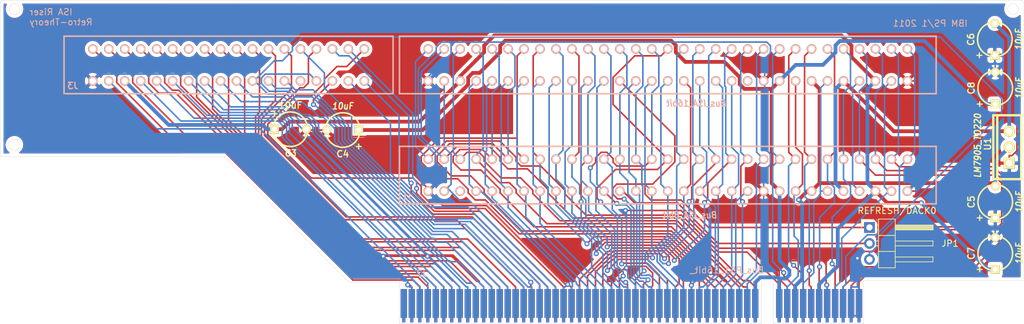
<source format=kicad_pcb>
(kicad_pcb (version 20171130) (host pcbnew "(5.1.6)-1")
  (layers (0 F.Cu signal hide) (31 B.Cu signal hide) (34 B.Paste user) (35 F.Paste user) (36 B.SilkS user) (37 F.SilkS user) (38 B.Mask user) (39 F.Mask user) (44 Edge.Cuts user))
  (net 0 "")
  (net 1 BA00)
  (net 2 BA01)
  (net 3 BA02)
  (net 4 BA03)
  (net 5 BA04)
  (net 6 BA05)
  (net 7 BA06)
  (net 8 BA07)
  (net 9 BA08)
  (net 10 BA09)
  (net 11 BA10)
  (net 12 BA11)
  (net 13 BA12)
  (net 14 BA13)
  (net 15 BA14)
  (net 16 BA15)
  (net 17 BA16)
  (net 18 BA17)
  (net 19 BA18)
  (net 20 BA19)
  (net 21 AEN)
  (net 22 IO_READY)
  (net 23 DB0)
  (net 24 DB1)
  (net 25 DB2)
  (net 26 DB3)
  (net 27 DB4)
  (net 28 DB5)
  (net 29 DB6)
  (net 30 DB7)
  (net 31 IO)
  (net 32 GND)
  (net 33 OSC)
  (net 34 VCC)
  (net 35 ALE)
  (net 36 TC)
  (net 37 DACK2)
  (net 38 IRQ3)
  (net 39 IRQ4)
  (net 40 IRQ5)
  (net 41 IRQ6)
  (net 42 IRQ7)
  (net 43 CLK)
  (net 44 REFRESH)
  (net 45 DRQ1)
  (net 46 DACK1)
  (net 47 DRQ3)
  (net 48 DACK3)
  (net 49 IOR)
  (net 50 IOW)
  (net 51 SMEMR)
  (net 52 SMEMW)
  (net 53 12V)
  (net 54 OWS)
  (net 55 DRQ2)
  (net 56 -5V)
  (net 57 IRQ2)
  (net 58 5V)
  (net 59 RESET)
  (net 60 LA23)
  (net 61 LA22)
  (net 62 LA21)
  (net 63 LA20)
  (net 64 LA19)
  (net 65 LA18)
  (net 66 LA17)
  (net 67 MEMR)
  (net 68 MEMW)
  (net 69 D8)
  (net 70 D9)
  (net 71 D10)
  (net 72 D11)
  (net 73 D12)
  (net 74 D13)
  (net 75 D14)
  (net 76 D15)
  (net 77 "Net-(J2-PadA5)")
  (net 78 MASTER)
  (net 79 DRQ7)
  (net 80 DACK7)
  (net 81 DRQ6)
  (net 82 DACK6)
  (net 83 DRQ5)
  (net 84 DACK5)
  (net 85 DRQ0)
  (net 86 DACK0)
  (net 87 IRQ10)
  (net 88 IRQ11)
  (net 89 FAULT)
  (net 90 IRQ14)
  (net 91 IRQ15)
  (net 92 IOCS16)
  (net 93 MEMCS16)
  (net 94 -12V)
  (net 95 IRQ9)
  (net 96 SBHE)
  (net 97 IRQ12)
  (net 98 SMEW)
  (net 99 SLOTDACK0)
  (net 100 D~9)
  (net 101 "Net-(J2-PadB5)")
  (module My_Components:Cap_Tant_508 (layer F.Cu) (at 178.181 60.198 90)
    (fp_text reference C8 (at 0 -3.81 90) (layer F.SilkS) (effects (font (size 1.016 1.016) (thickness 0.2032))))
    (fp_text value 10uF (at 0 3.81 90) (layer F.SilkS) (effects (font (size 1.016 0.9144) (thickness 0.2032) italic)))
    (fp_text user + (at -2.54 -2.54 90) (layer F.SilkS) (effects (font (size 1.016 1.016) (thickness 0.2032))))
    (pad 2 thru_hole circle (at 2.54 0 90) (size 1.397 1.397) (drill 0.8128) (layers *.Cu *.Mask F.SilkS) (net 32 GND))
    (pad 1 thru_hole rect (at -2.54 0 90) (size 1.397 1.397) (drill 0.8128) (layers *.Cu *.Mask F.SilkS) (net 53 12V))
  )
  (module My_Components:Cap_Tant_508 (layer F.Cu) (at 178.181 86.487 90)
    (fp_text reference C7 (at 0 -3.81 90) (layer F.SilkS) (effects (font (size 1.016 1.016) (thickness 0.2032))))
    (fp_text value 10uF (at 0 3.81 90) (layer F.SilkS) (effects (font (size 1.016 0.9144) (thickness 0.2032) italic)))
    (fp_text user + (at -2.54 -2.54 90) (layer F.SilkS) (effects (font (size 1.016 1.016) (thickness 0.2032))))
    (pad 2 thru_hole circle (at 2.54 0 90) (size 1.397 1.397) (drill 0.8128) (layers *.Cu *.Mask F.SilkS) (net 32 GND))
    (pad 1 thru_hole rect (at -2.54 0 90) (size 1.397 1.397) (drill 0.8128) (layers *.Cu *.Mask F.SilkS) (net 58 5V))
  )
  (module My_Components:Cap_Tant_508 (layer F.Cu) (at 178.118 52.451 90)
    (fp_text reference C6 (at 0 -3.81 90) (layer F.SilkS) (effects (font (size 1.016 1.016) (thickness 0.2032))))
    (fp_text value 10uF (at 0 3.81 90) (layer F.SilkS) (effects (font (size 1.016 0.9144) (thickness 0.2032) italic)))
    (fp_text user + (at -2.54 -2.54 90) (layer F.SilkS) (effects (font (size 1.016 1.016) (thickness 0.2032))))
    (pad 2 thru_hole circle (at 2.54 0 90) (size 1.397 1.397) (drill 0.8128) (layers *.Cu *.Mask F.SilkS) (net 56 -5V))
    (pad 1 thru_hole rect (at -2.54 0 90) (size 1.397 1.397) (drill 0.8128) (layers *.Cu *.Mask F.SilkS) (net 32 GND))
  )
  (module My_Components:Cap_Tant_508 (layer F.Cu) (at 178.181 78.2955 90)
    (fp_text reference C5 (at 0 -3.81 90) (layer F.SilkS) (effects (font (size 1.016 1.016) (thickness 0.2032))))
    (fp_text value 10uF (at 0 3.81 90) (layer F.SilkS) (effects (font (size 1.016 0.9144) (thickness 0.2032) italic)))
    (fp_text user + (at -2.54 -2.54 90) (layer F.SilkS) (effects (font (size 1.016 1.016) (thickness 0.2032))))
    (pad 2 thru_hole circle (at 2.54 0 90) (size 1.397 1.397) (drill 0.8128) (layers *.Cu *.Mask F.SilkS) (net 94 -12V))
    (pad 1 thru_hole rect (at -2.54 0 90) (size 1.397 1.397) (drill 0.8128) (layers *.Cu *.Mask F.SilkS) (net 32 GND))
  )
  (module My_Components:Cap_Tant_508 (layer F.Cu) (at 74.422 66.8655 180)
    (fp_text reference C4 (at 0 -3.81) (layer F.SilkS) (effects (font (size 1.016 1.016) (thickness 0.2032))))
    (fp_text value 10uF (at 0 3.81) (layer F.SilkS) (effects (font (size 1.016 0.9144) (thickness 0.2032) italic)))
    (fp_text user + (at -2.54 -2.54) (layer F.SilkS) (effects (font (size 1.016 1.016) (thickness 0.2032))))
    (pad 2 thru_hole circle (at 2.54 0 180) (size 1.397 1.397) (drill 0.8128) (layers *.Cu *.Mask F.SilkS) (net 32 GND))
    (pad 1 thru_hole rect (at -2.54 0 180) (size 1.397 1.397) (drill 0.8128) (layers *.Cu *.Mask F.SilkS) (net 53 12V))
  )
  (module My_Components:Cap_Tant_508 (layer F.Cu) (at 66.1035 66.7385)
    (fp_text reference 10uF (at 0 -3.81) (layer F.SilkS) (effects (font (size 1.016 1.016) (thickness 0.2032))))
    (fp_text value C3 (at 0 3.81) (layer F.SilkS) (effects (font (size 1.016 0.9144) (thickness 0.2032) italic)))
    (fp_text user + (at -2.54 -2.54) (layer F.SilkS) (effects (font (size 1.016 1.016) (thickness 0.2032))))
    (pad 2 thru_hole circle (at 2.54 0) (size 1.397 1.397) (drill 0.8128) (layers *.Cu *.Mask F.SilkS) (net 32 GND))
    (pad 1 thru_hole rect (at -2.54 0) (size 1.397 1.397) (drill 0.8128) (layers *.Cu *.Mask F.SilkS) (net 58 5V))
  )
  (module My_Components:IC_TO220-3_Vert (layer F.Cu) (at 180.404 69.596 90)
    (fp_text reference U1 (at 0.508 -3.429 90) (layer F.SilkS) (effects (font (size 1.016 1.016) (thickness 0.2032))))
    (fp_text value LM7905_TO220 (at 0.254 -5.0165 90) (layer F.SilkS) (effects (font (size 1.016 0.9144) (thickness 0.2032) italic)))
    (pad 1 thru_hole rect (at -2.54 0 180) (size 1.778 1.778) (drill 1.016) (layers *.Cu *.Mask F.SilkS) (net 32 GND))
    (pad 3 thru_hole circle (at 2.54 0 180) (size 1.778 1.778) (drill 1.016) (layers *.Cu *.Mask F.SilkS) (net 56 -5V))
    (pad 2 thru_hole circle (at 0 0 180) (size 1.778 1.778) (drill 1.016) (layers *.Cu *.Mask F.SilkS) (net 94 -12V))
  )
  (module Pin_Headers:Pin_Header_Angled_1x03_Pitch2.54mm (layer F.Cu) (at 158.178 82.3595)
    (fp_text reference JP1 (at 12.827 2.54) (layer F.SilkS))
    (fp_text value REFRESH/DACK0 (at 4.382 -2.667) (layer F.SilkS))
    (pad 1 thru_hole rect (at 0 0) (size 1.7 1.7) (drill 1) (layers *.Cu *.Mask) (net 44 REFRESH))
    (pad 2 thru_hole oval (at 0 2.54) (size 1.7 1.7) (drill 1) (layers *.Cu *.Mask) (net 99 SLOTDACK0))
    (pad 3 thru_hole oval (at 0 5.08) (size 1.7 1.7) (drill 1) (layers *.Cu *.Mask) (net 86 DACK0))
  )
  (module ibmps1:IBMPS1_PCItypev2 (layer F.Cu) (at 117.785 95.7672)
    (fp_text reference J2 (at -30.79 -6.1052) (layer B.SilkS) (effects (justify mirror)))
    (fp_text value Bus_PS1_16bit_ (at 17.724 -6.6132) (layer B.SilkS) (effects (justify mirror)))
    (pad A62 connect rect (at 38.73 1.33) (size 0.51 0.76) (layers B.Cu B.Mask) (net 32 GND))
    (pad A61 connect rect (at 37.47 1.33) (size 0.51 0.76) (layers B.Cu B.Mask) (net 32 GND))
    (pad A60 connect rect (at 36.2 1.33) (size 0.51 0.76) (layers B.Cu B.Mask) (net 31 IO))
    (pad A59 connect rect (at 34.93 1.33) (size 0.51 0.76) (layers B.Cu B.Mask) (net 59 RESET))
    (pad A58 connect rect (at 33.66 1.33) (size 0.51 0.76) (layers B.Cu B.Mask) (net 32 GND))
    (pad A57 connect rect (at 32.39 1.33) (size 0.51 0.76) (layers B.Cu B.Mask) (net 58 5V))
    (pad A56 connect rect (at 31.12 1.33) (size 0.51 0.76) (layers B.Cu B.Mask) (net 95 IRQ9))
    (pad A55 connect rect (at 29.85 1.33) (size 0.51 0.76) (layers B.Cu B.Mask) (net 55 DRQ2))
    (pad A54 connect rect (at 28.58 1.33) (size 0.51 0.76) (layers B.Cu B.Mask) (net 94 -12V))
    (pad A53 connect rect (at 27.31 1.33) (size 0.51 0.76) (layers B.Cu B.Mask) (net 54 OWS))
    (pad A52 connect rect (at 26.04 1.33) (size 0.51 0.76) (layers B.Cu B.Mask) (net 53 12V))
    (pad A49 connect rect (at 22.23 1.33) (size 0.51 0.76) (layers B.Cu B.Mask) (net 53 12V))
    (pad A48 connect rect (at 20.96 1.33) (size 0.51 0.76) (layers B.Cu B.Mask) (net 32 GND))
    (pad A47 connect rect (at 19.69 1.33) (size 0.51 0.76) (layers B.Cu B.Mask) (net 22 IO_READY))
    (pad A46 connect rect (at 18.42 1.33) (size 0.51 0.76) (layers B.Cu B.Mask) (net 21 AEN))
    (pad A45 connect rect (at 17.15 1.33) (size 0.51 0.76) (layers B.Cu B.Mask) (net 52 SMEMW))
    (pad A44 connect rect (at 15.88 1.33) (size 0.51 0.76) (layers B.Cu B.Mask) (net 51 SMEMR))
    (pad A43 connect rect (at 14.61 1.33) (size 0.51 0.76) (layers B.Cu B.Mask) (net 50 IOW))
    (pad A42 connect rect (at 13.34 1.33) (size 0.51 0.76) (layers B.Cu B.Mask) (net 49 IOR))
    (pad A41 connect rect (at 12.07 1.33) (size 0.51 0.76) (layers B.Cu B.Mask) (net 32 GND))
    (pad A40 connect rect (at 10.8 1.33) (size 0.51 0.76) (layers B.Cu B.Mask) (net 48 DACK3))
    (pad A39 connect rect (at 9.53 1.33) (size 0.51 0.76) (layers B.Cu B.Mask) (net 47 DRQ3))
    (pad A38 connect rect (at 8.26 1.33) (size 0.51 0.76) (layers B.Cu B.Mask) (net 46 DACK1))
    (pad A37 connect rect (at 6.99 1.33) (size 0.51 0.76) (layers B.Cu B.Mask) (net 45 DRQ1))
    (pad A36 connect rect (at 5.72 1.33) (size 0.51 0.76) (layers B.Cu B.Mask) (net 44 REFRESH))
    (pad A35 connect rect (at 4.45 1.33) (size 0.51 0.76) (layers B.Cu B.Mask) (net 43 CLK))
    (pad A34 connect rect (at 3.18 1.33) (size 0.51 0.76) (layers B.Cu B.Mask) (net 32 GND))
    (pad A33 connect rect (at 1.91 1.33) (size 0.51 0.76) (layers B.Cu B.Mask) (net 42 IRQ7))
    (pad A32 connect rect (at 0.64 1.33) (size 0.51 0.76) (layers B.Cu B.Mask) (net 41 IRQ6))
    (pad A31 connect rect (at -0.63 1.33) (size 0.51 0.76) (layers B.Cu B.Mask) (net 40 IRQ5))
    (pad A30 connect rect (at -1.9 1.33) (size 0.51 0.76) (layers B.Cu B.Mask) (net 39 IRQ4))
    (pad A29 connect rect (at -3.17 1.33) (size 0.51 0.76) (layers B.Cu B.Mask) (net 38 IRQ3))
    (pad A28 connect rect (at -4.44 1.33) (size 0.51 0.76) (layers B.Cu B.Mask) (net 37 DACK2))
    (pad A27 connect rect (at -5.71 1.33) (size 0.51 0.76) (layers B.Cu B.Mask) (net 36 TC))
    (pad A26 connect rect (at -6.98 1.33) (size 0.51 0.76) (layers B.Cu B.Mask) (net 35 ALE))
    (pad A25 connect rect (at -8.25 1.33) (size 0.51 0.76) (layers B.Cu B.Mask) (net 32 GND))
    (pad A24 connect rect (at -9.52 1.33) (size 0.51 0.76) (layers B.Cu B.Mask) (net 33 OSC))
    (pad A23 connect rect (at -10.79 1.33) (size 0.51 0.76) (layers B.Cu B.Mask) (net 93 MEMCS16))
    (pad A22 connect rect (at -12.06 1.33) (size 0.51 0.76) (layers B.Cu B.Mask) (net 92 IOCS16))
    (pad A21 connect rect (at -13.34 1.33) (size 0.51 0.76) (layers B.Cu B.Mask) (net 91 IRQ15))
    (pad A20 connect rect (at -14.6 1.33) (size 0.51 0.76) (layers B.Cu B.Mask) (net 90 IRQ14))
    (pad A19 connect rect (at -15.88 1.33) (size 0.51 0.76) (layers B.Cu B.Mask) (net 89 FAULT))
    (pad A18 connect rect (at -17.14 1.33) (size 0.51 0.76) (layers B.Cu B.Mask) (net 88 IRQ11))
    (pad A17 connect rect (at -18.41 1.33) (size 0.51 0.76) (layers B.Cu B.Mask) (net 87 IRQ10))
    (pad A16 connect rect (at -19.68 1.33) (size 0.51 0.76) (layers B.Cu B.Mask) (net 86 DACK0))
    (pad A15 connect rect (at -20.95 1.33) (size 0.51 0.76) (layers B.Cu B.Mask) (net 85 DRQ0))
    (pad A14 connect rect (at -22.22 1.33) (size 0.51 0.76) (layers B.Cu B.Mask) (net 84 DACK5))
    (pad A13 connect rect (at -23.49 1.33) (size 0.51 0.76) (layers B.Cu B.Mask) (net 83 DRQ5))
    (pad A12 connect rect (at -24.77 1.33) (size 0.51 0.76) (layers B.Cu B.Mask) (net 32 GND))
    (pad A11 connect rect (at -26.03 1.33) (size 0.51 0.76) (layers B.Cu B.Mask) (net 82 DACK6))
    (pad A10 connect rect (at -27.3 1.33) (size 0.51 0.76) (layers B.Cu B.Mask) (net 81 DRQ6))
    (pad A9 connect rect (at -28.57 1.33) (size 0.51 0.76) (layers B.Cu B.Mask) (net 80 DACK7))
    (pad A8 connect rect (at -29.84 1.33) (size 0.51 0.76) (layers B.Cu B.Mask) (net 79 DRQ7))
    (pad A7 connect rect (at -31.11 1.33) (size 0.51 0.76) (layers B.Cu B.Mask) (net 78 MASTER))
    (pad A6 connect rect (at -32.38 1.33) (size 0.51 0.76) (layers B.Cu B.Mask) (net 32 GND))
    (pad A5 connect rect (at -33.65 1.33) (size 0.51 0.76) (layers B.Cu B.Mask) (net 77 "Net-(J2-PadA5)"))
    (pad B62 connect rect (at 38.73 1.33) (size 0.51 0.76) (layers F.Cu F.Mask) (net 30 DB7))
    (pad B61 connect rect (at 37.47 1.33) (size 0.51 0.76) (layers F.Cu F.Mask) (net 29 DB6))
    (pad B60 connect rect (at 36.2 1.33) (size 0.51 0.76) (layers F.Cu F.Mask) (net 28 DB5))
    (pad B59 connect rect (at 34.93 1.33) (size 0.51 0.76) (layers F.Cu F.Mask) (net 27 DB4))
    (pad B58 connect rect (at 33.66 1.33) (size 0.51 0.76) (layers F.Cu F.Mask) (net 32 GND))
    (pad B57 connect rect (at 32.39 1.33) (size 0.51 0.76) (layers F.Cu F.Mask) (net 26 DB3))
    (pad B56 connect rect (at 31.12 1.33) (size 0.51 0.76) (layers F.Cu F.Mask) (net 25 DB2))
    (pad B55 connect rect (at 29.85 1.33) (size 0.51 0.76) (layers F.Cu F.Mask) (net 24 DB1))
    (pad B54 connect rect (at 28.58 1.33) (size 0.51 0.76) (layers F.Cu F.Mask) (net 23 DB0))
    (pad B53 connect rect (at 27.31 1.33) (size 0.51 0.76) (layers F.Cu F.Mask) (net 32 GND))
    (pad B52 connect rect (at 26.04 1.33) (size 0.51 0.76) (layers F.Cu F.Mask) (net 1 BA00))
    (pad B49 connect rect (at 22.23 1.33) (size 0.51 0.76) (layers F.Cu F.Mask) (net 2 BA01))
    (pad B48 connect rect (at 20.96 1.33) (size 0.51 0.76) (layers F.Cu F.Mask) (net 3 BA02))
    (pad B47 connect rect (at 19.69 1.33) (size 0.51 0.76) (layers F.Cu F.Mask) (net 4 BA03))
    (pad B46 connect rect (at 18.42 1.33) (size 0.51 0.76) (layers F.Cu F.Mask) (net 32 GND))
    (pad B45 connect rect (at 17.15 1.33) (size 0.51 0.76) (layers F.Cu F.Mask) (net 5 BA04))
    (pad B44 connect rect (at 15.88 1.33) (size 0.51 0.76) (layers F.Cu F.Mask) (net 6 BA05))
    (pad B43 connect rect (at 14.61 1.33) (size 0.51 0.76) (layers F.Cu F.Mask) (net 7 BA06))
    (pad B42 connect rect (at 13.34 1.33) (size 0.51 0.76) (layers F.Cu F.Mask) (net 8 BA07))
    (pad B41 connect rect (at 12.07 1.33) (size 0.51 0.76) (layers F.Cu F.Mask) (net 32 GND))
    (pad B40 connect rect (at 10.8 1.33) (size 0.51 0.76) (layers F.Cu F.Mask) (net 9 BA08))
    (pad B39 connect rect (at 9.53 1.33) (size 0.51 0.76) (layers F.Cu F.Mask) (net 10 BA09))
    (pad B38 connect rect (at 8.26 1.33) (size 0.51 0.76) (layers F.Cu F.Mask) (net 11 BA10))
    (pad B37 connect rect (at 6.99 1.33) (size 0.51 0.76) (layers F.Cu F.Mask) (net 12 BA11))
    (pad B36 connect rect (at 5.72 1.33) (size 0.51 0.76) (layers F.Cu F.Mask) (net 32 GND))
    (pad B35 connect rect (at 4.45 1.33) (size 0.51 0.76) (layers F.Cu F.Mask) (net 13 BA12))
    (pad B34 connect rect (at 3.18 1.33) (size 0.51 0.76) (layers F.Cu F.Mask) (net 14 BA13))
    (pad B33 connect rect (at 1.91 1.33) (size 0.51 0.76) (layers F.Cu F.Mask) (net 15 BA14))
    (pad B32 connect rect (at 0.64 1.33) (size 0.51 0.76) (layers F.Cu F.Mask) (net 16 BA15))
    (pad B31 connect rect (at -0.63 1.33) (size 0.51 0.76) (layers F.Cu F.Mask) (net 32 GND))
    (pad B30 connect rect (at -1.9 1.33) (size 0.51 0.76) (layers F.Cu F.Mask) (net 17 BA16))
    (pad B29 connect rect (at -3.17 1.33) (size 0.51 0.76) (layers F.Cu F.Mask) (net 18 BA17))
    (pad B28 connect rect (at -4.44 1.33) (size 0.51 0.76) (layers F.Cu F.Mask) (net 19 BA18))
    (pad B27 connect rect (at -5.71 1.33) (size 0.51 0.76) (layers F.Cu F.Mask) (net 20 BA19))
    (pad B26 connect rect (at -6.98 1.33) (size 0.51 0.76) (layers F.Cu F.Mask) (net 32 GND))
    (pad B25 connect rect (at -8.25 1.33) (size 0.51 0.76) (layers F.Cu F.Mask) (net 96 SBHE))
    (pad B24 connect rect (at -9.52 1.33) (size 0.51 0.76) (layers F.Cu F.Mask) (net 60 LA23))
    (pad B23 connect rect (at -10.79 1.33) (size 0.51 0.76) (layers F.Cu F.Mask) (net 61 LA22))
    (pad B22 connect rect (at -12.06 1.33) (size 0.51 0.76) (layers F.Cu F.Mask) (net 62 LA21))
    (pad B21 connect rect (at -13.34 1.33) (size 0.51 0.76) (layers F.Cu F.Mask) (net 63 LA20))
    (pad B20 connect rect (at -14.6 1.33) (size 0.51 0.76) (layers F.Cu F.Mask) (net 64 LA19))
    (pad B19 connect rect (at -15.88 1.33) (size 0.51 0.76) (layers F.Cu F.Mask) (net 65 LA18))
    (pad B18 connect rect (at -17.14 1.33) (size 0.51 0.76) (layers F.Cu F.Mask) (net 66 LA17))
    (pad B17 connect rect (at -18.41 1.33) (size 0.51 0.76) (layers F.Cu F.Mask) (net 67 MEMR))
    (pad B16 connect rect (at -19.68 1.33) (size 0.51 0.76) (layers F.Cu F.Mask) (net 68 MEMW))
    (pad B15 connect rect (at -20.95 1.33) (size 0.51 0.76) (layers F.Cu F.Mask) (net 32 GND))
    (pad B14 connect rect (at -22.22 1.33) (size 0.51 0.76) (layers F.Cu F.Mask) (net 69 D8))
    (pad B13 connect rect (at -23.49 1.33) (size 0.51 0.76) (layers F.Cu F.Mask) (net 100 D~9))
    (pad B12 connect rect (at -24.77 1.33) (size 0.51 0.76) (layers F.Cu F.Mask) (net 71 D10))
    (pad B11 connect rect (at -26.03 1.33) (size 0.51 0.76) (layers F.Cu F.Mask) (net 72 D11))
    (pad B10 connect rect (at -27.3 1.33) (size 0.51 0.76) (layers F.Cu F.Mask) (net 73 D12))
    (pad B9 connect rect (at -28.57 1.33) (size 0.51 0.76) (layers F.Cu F.Mask) (net 74 D13))
    (pad B8 connect rect (at -29.84 1.33) (size 0.51 0.76) (layers F.Cu F.Mask) (net 75 D14))
    (pad B7 connect rect (at -31.11 1.33) (size 0.51 0.76) (layers F.Cu F.Mask) (net 76 D15))
    (pad B6 connect rect (at -32.38 1.33) (size 0.51 0.76) (layers F.Cu F.Mask) (net 32 GND))
    (pad B5 connect rect (at -33.65 1.33) (size 0.51 0.76) (layers F.Cu F.Mask) (net 101 "Net-(J2-PadB5)"))
    (pad A62 connect rect (at 38.73 -1.33) (size 1.02 4.57) (layers B.Cu B.Mask) (net 32 GND))
    (pad A61 connect rect (at 37.47 -1.33) (size 1.02 4.57) (layers B.Cu B.Mask) (net 32 GND))
    (pad A60 connect rect (at 36.2 -1.33) (size 1.02 4.57) (layers B.Cu B.Mask) (net 31 IO))
    (pad A59 connect rect (at 34.93 -1.33) (size 1.02 4.57) (layers B.Cu B.Mask) (net 59 RESET))
    (pad A58 connect rect (at 33.66 -1.33) (size 1.02 4.57) (layers B.Cu B.Mask) (net 32 GND))
    (pad A57 connect rect (at 32.39 -1.33) (size 1.02 4.57) (layers B.Cu B.Mask) (net 58 5V))
    (pad A56 connect rect (at 31.12 -1.33) (size 1.02 4.57) (layers B.Cu B.Mask) (net 95 IRQ9))
    (pad A55 connect rect (at 29.85 -1.33) (size 1.02 4.57) (layers B.Cu B.Mask) (net 55 DRQ2))
    (pad A54 connect rect (at 28.58 -1.33) (size 1.02 4.57) (layers B.Cu B.Mask) (net 94 -12V))
    (pad A53 connect rect (at 27.31 -1.33) (size 1.02 4.57) (layers B.Cu B.Mask) (net 54 OWS))
    (pad A52 connect rect (at 26.04 -1.33) (size 1.02 4.57) (layers B.Cu B.Mask) (net 53 12V))
    (pad A49 connect rect (at 22.23 -1.33) (size 1.02 4.57) (layers B.Cu B.Mask) (net 53 12V))
    (pad A48 connect rect (at 20.96 -1.33) (size 1.02 4.57) (layers B.Cu B.Mask) (net 32 GND))
    (pad A47 connect rect (at 19.69 -1.33) (size 1.02 4.57) (layers B.Cu B.Mask) (net 22 IO_READY))
    (pad A46 connect rect (at 18.42 -1.33) (size 1.02 4.57) (layers B.Cu B.Mask) (net 21 AEN))
    (pad A45 connect rect (at 17.15 -1.33) (size 1.02 4.57) (layers B.Cu B.Mask) (net 52 SMEMW))
    (pad A44 connect rect (at 15.88 -1.33) (size 1.02 4.57) (layers B.Cu B.Mask) (net 51 SMEMR))
    (pad A43 connect rect (at 14.61 -1.33) (size 1.02 4.57) (layers B.Cu B.Mask) (net 50 IOW))
    (pad A42 connect rect (at 13.34 -1.33) (size 1.02 4.57) (layers B.Cu B.Mask) (net 49 IOR))
    (pad A41 connect rect (at 12.07 -1.33) (size 1.02 4.57) (layers B.Cu B.Mask) (net 32 GND))
    (pad A40 connect rect (at 10.8 -1.33) (size 1.02 4.57) (layers B.Cu B.Mask) (net 48 DACK3))
    (pad A39 connect rect (at 9.53 -1.33) (size 1.02 4.57) (layers B.Cu B.Mask) (net 47 DRQ3))
    (pad A38 connect rect (at 8.26 -1.33) (size 1.02 4.57) (layers B.Cu B.Mask) (net 46 DACK1))
    (pad A37 connect rect (at 6.99 -1.33) (size 1.02 4.57) (layers B.Cu B.Mask) (net 45 DRQ1))
    (pad A36 connect rect (at 5.72 -1.33) (size 1.02 4.57) (layers B.Cu B.Mask) (net 44 REFRESH))
    (pad A35 connect rect (at 4.45 -1.33) (size 1.02 4.57) (layers B.Cu B.Mask) (net 43 CLK))
    (pad A34 connect rect (at 3.18 -1.33) (size 1.02 4.57) (layers B.Cu B.Mask) (net 32 GND))
    (pad A33 connect rect (at 1.91 -1.33) (size 1.02 4.57) (layers B.Cu B.Mask) (net 42 IRQ7))
    (pad A32 connect rect (at 0.64 -1.33) (size 1.02 4.57) (layers B.Cu B.Mask) (net 41 IRQ6))
    (pad A31 connect rect (at -0.63 -1.33) (size 1.02 4.57) (layers B.Cu B.Mask) (net 40 IRQ5))
    (pad A30 connect rect (at -1.9 -1.33) (size 1.02 4.57) (layers B.Cu B.Mask) (net 39 IRQ4))
    (pad A29 connect rect (at -3.17 -1.33) (size 1.02 4.57) (layers B.Cu B.Mask) (net 38 IRQ3))
    (pad A28 connect rect (at -4.44 -1.33) (size 1.02 4.57) (layers B.Cu B.Mask) (net 37 DACK2))
    (pad A27 connect rect (at -5.71 -1.33) (size 1.02 4.57) (layers B.Cu B.Mask) (net 36 TC))
    (pad A26 connect rect (at -6.98 -1.33) (size 1.02 4.57) (layers B.Cu B.Mask) (net 35 ALE))
    (pad A25 connect rect (at -8.25 -1.33) (size 1.02 4.57) (layers B.Cu B.Mask) (net 32 GND))
    (pad A24 connect rect (at -9.52 -1.33) (size 1.02 4.57) (layers B.Cu B.Mask) (net 33 OSC))
    (pad A23 connect rect (at -10.79 -1.33) (size 1.02 4.57) (layers B.Cu B.Mask) (net 93 MEMCS16))
    (pad A22 connect rect (at -12.06 -1.33) (size 1.02 4.57) (layers B.Cu B.Mask) (net 92 IOCS16))
    (pad A21 connect rect (at -13.34 -1.33) (size 1.02 4.57) (layers B.Cu B.Mask) (net 91 IRQ15))
    (pad A20 connect rect (at -14.6 -1.33) (size 1.02 4.57) (layers B.Cu B.Mask) (net 90 IRQ14))
    (pad A19 connect rect (at -15.88 -1.33) (size 1.02 4.57) (layers B.Cu B.Mask) (net 89 FAULT))
    (pad A18 connect rect (at -17.14 -1.33) (size 1.02 4.57) (layers B.Cu B.Mask) (net 88 IRQ11))
    (pad A17 connect rect (at -18.41 -1.33) (size 1.02 4.57) (layers B.Cu B.Mask) (net 87 IRQ10))
    (pad A16 connect rect (at -19.68 -1.33) (size 1.02 4.57) (layers B.Cu B.Mask) (net 86 DACK0))
    (pad A15 connect rect (at -20.95 -1.33) (size 1.02 4.57) (layers B.Cu B.Mask) (net 85 DRQ0))
    (pad A14 connect rect (at -22.22 -1.33) (size 1.02 4.57) (layers B.Cu B.Mask) (net 84 DACK5))
    (pad A13 connect rect (at -23.49 -1.33) (size 1.02 4.57) (layers B.Cu B.Mask) (net 83 DRQ5))
    (pad A12 connect rect (at -24.77 -1.33) (size 1.02 4.57) (layers B.Cu B.Mask) (net 32 GND))
    (pad A11 connect rect (at -26.03 -1.33) (size 1.02 4.57) (layers B.Cu B.Mask) (net 82 DACK6))
    (pad A10 connect rect (at -27.3 -1.33) (size 1.02 4.57) (layers B.Cu B.Mask) (net 81 DRQ6))
    (pad A9 connect rect (at -28.57 -1.33) (size 1.02 4.57) (layers B.Cu B.Mask) (net 80 DACK7))
    (pad A8 connect rect (at -29.84 -1.33) (size 1.02 4.57) (layers B.Cu B.Mask) (net 79 DRQ7))
    (pad A7 connect rect (at -31.11 -1.33) (size 1.02 4.57) (layers B.Cu B.Mask) (net 78 MASTER))
    (pad A6 connect rect (at -32.38 -1.33) (size 1.02 4.57) (layers B.Cu B.Mask) (net 32 GND))
    (pad A5 connect rect (at -33.65 -1.33) (size 1.02 4.57) (layers B.Cu B.Mask) (net 77 "Net-(J2-PadA5)"))
    (pad B62 connect rect (at 38.73 -1.33) (size 1.02 4.57) (layers F.Cu F.Mask) (net 30 DB7))
    (pad B61 connect rect (at 37.47 -1.33) (size 1.02 4.57) (layers F.Cu F.Mask) (net 29 DB6))
    (pad B60 connect rect (at 36.2 -1.33) (size 1.02 4.57) (layers F.Cu F.Mask) (net 28 DB5))
    (pad B59 connect rect (at 34.93 -1.33) (size 1.02 4.57) (layers F.Cu F.Mask) (net 27 DB4))
    (pad B58 connect rect (at 33.66 -1.33) (size 1.02 4.57) (layers F.Cu F.Mask) (net 32 GND))
    (pad B57 connect rect (at 32.39 -1.33) (size 1.02 4.57) (layers F.Cu F.Mask) (net 26 DB3))
    (pad B56 connect rect (at 31.12 -1.33) (size 1.02 4.57) (layers F.Cu F.Mask) (net 25 DB2))
    (pad B55 connect rect (at 29.85 -1.33) (size 1.02 4.57) (layers F.Cu F.Mask) (net 24 DB1))
    (pad B54 connect rect (at 28.58 -1.33) (size 1.02 4.57) (layers F.Cu F.Mask) (net 23 DB0))
    (pad B53 connect rect (at 27.31 -1.33) (size 1.02 4.57) (layers F.Cu F.Mask) (net 32 GND))
    (pad B52 connect rect (at 26.04 -1.33) (size 1.02 4.57) (layers F.Cu F.Mask) (net 1 BA00))
    (pad B49 connect rect (at 22.23 -1.33) (size 1.02 4.57) (layers F.Cu F.Mask) (net 2 BA01))
    (pad B48 connect rect (at 20.96 -1.33) (size 1.02 4.57) (layers F.Cu F.Mask) (net 3 BA02))
    (pad B47 connect rect (at 19.69 -1.33) (size 1.02 4.57) (layers F.Cu F.Mask) (net 4 BA03))
    (pad B46 connect rect (at 18.42 -1.33) (size 1.02 4.57) (layers F.Cu F.Mask) (net 32 GND))
    (pad B45 connect rect (at 17.15 -1.33) (size 1.02 4.57) (layers F.Cu F.Mask) (net 5 BA04))
    (pad B44 connect rect (at 15.88 -1.33) (size 1.02 4.57) (layers F.Cu F.Mask) (net 6 BA05))
    (pad B43 connect rect (at 14.61 -1.33) (size 1.02 4.57) (layers F.Cu F.Mask) (net 7 BA06))
    (pad B42 connect rect (at 13.34 -1.33) (size 1.02 4.57) (layers F.Cu F.Mask) (net 8 BA07))
    (pad B41 connect rect (at 12.07 -1.33) (size 1.02 4.57) (layers F.Cu F.Mask) (net 32 GND))
    (pad B40 connect rect (at 10.8 -1.33) (size 1.02 4.57) (layers F.Cu F.Mask) (net 9 BA08))
    (pad B39 connect rect (at 9.53 -1.33) (size 1.02 4.57) (layers F.Cu F.Mask) (net 10 BA09))
    (pad B38 connect rect (at 8.26 -1.33) (size 1.02 4.57) (layers F.Cu F.Mask) (net 11 BA10))
    (pad B37 connect rect (at 6.99 -1.33) (size 1.02 4.57) (layers F.Cu F.Mask) (net 12 BA11))
    (pad B36 connect rect (at 5.72 -1.33) (size 1.02 4.57) (layers F.Cu F.Mask) (net 32 GND))
    (pad B35 connect rect (at 4.45 -1.33) (size 1.02 4.57) (layers F.Cu F.Mask) (net 13 BA12))
    (pad B34 connect rect (at 3.18 -1.33) (size 1.02 4.57) (layers F.Cu F.Mask) (net 14 BA13))
    (pad B33 connect rect (at 1.91 -1.33) (size 1.02 4.57) (layers F.Cu F.Mask) (net 15 BA14))
    (pad B32 connect rect (at 0.64 -1.33) (size 1.02 4.57) (layers F.Cu F.Mask) (net 16 BA15))
    (pad B31 connect rect (at -0.63 -1.33) (size 1.02 4.57) (layers F.Cu F.Mask) (net 32 GND))
    (pad B30 connect rect (at -1.9 -1.33) (size 1.02 4.57) (layers F.Cu F.Mask) (net 17 BA16))
    (pad B29 connect rect (at -3.17 -1.33) (size 1.02 4.57) (layers F.Cu F.Mask) (net 18 BA17))
    (pad B28 connect rect (at -4.44 -1.33) (size 1.02 4.57) (layers F.Cu F.Mask) (net 19 BA18))
    (pad B27 connect rect (at -5.71 -1.33) (size 1.02 4.57) (layers F.Cu F.Mask) (net 20 BA19))
    (pad B26 connect rect (at -6.98 -1.33) (size 1.02 4.57) (layers F.Cu F.Mask) (net 32 GND))
    (pad B25 connect rect (at -8.25 -1.33) (size 1.02 4.57) (layers F.Cu F.Mask) (net 96 SBHE))
    (pad B24 connect rect (at -9.52 -1.33) (size 1.02 4.57) (layers F.Cu F.Mask) (net 60 LA23))
    (pad B23 connect rect (at -10.79 -1.33) (size 1.02 4.57) (layers F.Cu F.Mask) (net 61 LA22))
    (pad B22 connect rect (at -12.06 -1.33) (size 1.02 4.57) (layers F.Cu F.Mask) (net 62 LA21))
    (pad B21 connect rect (at -13.34 -1.33) (size 1.02 4.57) (layers F.Cu F.Mask) (net 63 LA20))
    (pad B20 connect rect (at -14.6 -1.33) (size 1.02 4.57) (layers F.Cu F.Mask) (net 64 LA19))
    (pad B19 connect rect (at -15.88 -1.33) (size 1.02 4.57) (layers F.Cu F.Mask) (net 65 LA18))
    (pad B18 connect rect (at -17.14 -1.33) (size 1.02 4.57) (layers F.Cu F.Mask) (net 66 LA17))
    (pad B17 connect rect (at -18.41 -1.33) (size 1.02 4.57) (layers F.Cu F.Mask) (net 67 MEMR))
    (pad B16 connect rect (at -19.68 -1.33) (size 1.02 4.57) (layers F.Cu F.Mask) (net 68 MEMW))
    (pad B15 connect rect (at -20.95 -1.33) (size 1.02 4.57) (layers F.Cu F.Mask) (net 32 GND))
    (pad B14 connect rect (at -22.22 -1.33) (size 1.02 4.57) (layers F.Cu F.Mask) (net 69 D8))
    (pad B13 connect rect (at -23.49 -1.33) (size 1.02 4.57) (layers F.Cu F.Mask) (net 100 D~9))
    (pad B12 connect rect (at -24.77 -1.33) (size 1.02 4.57) (layers F.Cu F.Mask) (net 71 D10))
    (pad B11 connect rect (at -26.03 -1.33) (size 1.02 4.57) (layers F.Cu F.Mask) (net 72 D11))
    (pad B10 connect rect (at -27.3 -1.33) (size 1.02 4.57) (layers F.Cu F.Mask) (net 73 D12))
    (pad B9 connect rect (at -28.57 -1.33) (size 1.02 4.57) (layers F.Cu F.Mask) (net 74 D13))
    (pad B8 connect rect (at -29.84 -1.33) (size 1.02 4.57) (layers F.Cu F.Mask) (net 75 D14))
    (pad B7 connect rect (at -31.11 -1.33) (size 1.02 4.57) (layers F.Cu F.Mask) (net 76 D15))
    (pad B6 connect rect (at -32.38 -1.33) (size 1.02 4.57) (layers F.Cu F.Mask) (net 32 GND))
    (pad B5 connect rect (at -33.65 -1.33) (size 1.02 4.57) (layers F.Cu F.Mask) (net 101 "Net-(J2-PadB5)"))
  )
  (module My_Components:Conn_Edge_ISA16 (layer B.Cu) (at 99.441 56.515)
    (fp_text reference J3 (at -67.945 3.302) (layer B.SilkS) (effects (font (size 1.016 1.016) (thickness 0.2032)) (justify mirror)))
    (fp_text value Bus_ISA_16bit (at 31.242 6.096) (layer B.SilkS) (effects (font (size 1.016 0.9144) (thickness 0.2032) italic) (justify mirror)))
    (pad 98 thru_hole circle (at -64.77 -2.54 180) (size 1.524 1.524) (drill 1.016) (layers *.Cu *.Mask B.SilkS) (net 76 D15))
    (pad 97 thru_hole circle (at -62.23 -2.54 180) (size 1.524 1.524) (drill 1.016) (layers *.Cu *.Mask B.SilkS) (net 75 D14))
    (pad 96 thru_hole circle (at -59.69 -2.54 180) (size 1.524 1.524) (drill 1.016) (layers *.Cu *.Mask B.SilkS) (net 74 D13))
    (pad 95 thru_hole circle (at -57.15 -2.54 180) (size 1.524 1.524) (drill 1.016) (layers *.Cu *.Mask B.SilkS) (net 73 D12))
    (pad 94 thru_hole circle (at -54.61 -2.54 180) (size 1.524 1.524) (drill 1.016) (layers *.Cu *.Mask B.SilkS) (net 72 D11))
    (pad 93 thru_hole circle (at -52.07 -2.54 180) (size 1.524 1.524) (drill 1.016) (layers *.Cu *.Mask B.SilkS) (net 71 D10))
    (pad 92 thru_hole circle (at -49.53 -2.54 180) (size 1.524 1.524) (drill 1.016) (layers *.Cu *.Mask B.SilkS) (net 70 D9))
    (pad 91 thru_hole circle (at -46.99 -2.54 180) (size 1.524 1.524) (drill 1.016) (layers *.Cu *.Mask B.SilkS) (net 69 D8))
    (pad 90 thru_hole circle (at -44.45 -2.54 180) (size 1.524 1.524) (drill 1.016) (layers *.Cu *.Mask B.SilkS) (net 68 MEMW))
    (pad 89 thru_hole circle (at -41.91 -2.54 180) (size 1.524 1.524) (drill 1.016) (layers *.Cu *.Mask B.SilkS) (net 67 MEMR))
    (pad 88 thru_hole circle (at -39.37 -2.54 180) (size 1.524 1.524) (drill 1.016) (layers *.Cu *.Mask B.SilkS) (net 66 LA17))
    (pad 87 thru_hole circle (at -36.83 -2.54 180) (size 1.524 1.524) (drill 1.016) (layers *.Cu *.Mask B.SilkS) (net 65 LA18))
    (pad 86 thru_hole circle (at -34.29 -2.54 180) (size 1.524 1.524) (drill 1.016) (layers *.Cu *.Mask B.SilkS) (net 64 LA19))
    (pad 85 thru_hole circle (at -31.75 -2.54 180) (size 1.524 1.524) (drill 1.016) (layers *.Cu *.Mask B.SilkS) (net 63 LA20))
    (pad 84 thru_hole circle (at -29.21 -2.54 180) (size 1.524 1.524) (drill 1.016) (layers *.Cu *.Mask B.SilkS) (net 62 LA21))
    (pad 83 thru_hole circle (at -26.67 -2.54 180) (size 1.524 1.524) (drill 1.016) (layers *.Cu *.Mask B.SilkS) (net 61 LA22))
    (pad 82 thru_hole circle (at -24.13 -2.54 180) (size 1.524 1.524) (drill 1.016) (layers *.Cu *.Mask B.SilkS) (net 60 LA23))
    (pad 81 thru_hole circle (at -21.59 -2.54 180) (size 1.524 1.524) (drill 1.016) (layers *.Cu *.Mask B.SilkS) (net 96 SBHE))
    (pad 80 thru_hole circle (at -64.77 2.54 180) (size 1.524 1.524) (drill 1.016) (layers *.Cu *.Mask B.SilkS) (net 32 GND))
    (pad 79 thru_hole circle (at -62.23 2.54 180) (size 1.524 1.524) (drill 1.016) (layers *.Cu *.Mask B.SilkS) (net 78 MASTER))
    (pad 78 thru_hole circle (at -59.69 2.54 180) (size 1.524 1.524) (drill 1.016) (layers *.Cu *.Mask B.SilkS) (net 58 5V))
    (pad 77 thru_hole circle (at -57.15 2.54 180) (size 1.524 1.524) (drill 1.016) (layers *.Cu *.Mask B.SilkS) (net 79 DRQ7))
    (pad 76 thru_hole circle (at -54.61 2.54 180) (size 1.524 1.524) (drill 1.016) (layers *.Cu *.Mask B.SilkS) (net 80 DACK7))
    (pad 75 thru_hole circle (at -52.07 2.54 180) (size 1.524 1.524) (drill 1.016) (layers *.Cu *.Mask B.SilkS) (net 81 DRQ6))
    (pad 74 thru_hole circle (at -49.53 2.54 180) (size 1.524 1.524) (drill 1.016) (layers *.Cu *.Mask B.SilkS) (net 82 DACK6))
    (pad 73 thru_hole circle (at -46.99 2.54 180) (size 1.524 1.524) (drill 1.016) (layers *.Cu *.Mask B.SilkS) (net 83 DRQ5))
    (pad 72 thru_hole circle (at -44.45 2.54 180) (size 1.524 1.524) (drill 1.016) (layers *.Cu *.Mask B.SilkS) (net 84 DACK5))
    (pad 71 thru_hole circle (at -41.91 2.54 180) (size 1.524 1.524) (drill 1.016) (layers *.Cu *.Mask B.SilkS) (net 85 DRQ0))
    (pad 70 thru_hole circle (at -39.37 2.54 180) (size 1.524 1.524) (drill 1.016) (layers *.Cu *.Mask B.SilkS) (net 86 DACK0))
    (pad 69 thru_hole circle (at -36.83 2.54 180) (size 1.524 1.524) (drill 1.016) (layers *.Cu *.Mask B.SilkS) (net 90 IRQ14))
    (pad 68 thru_hole circle (at -34.29 2.54 180) (size 1.524 1.524) (drill 1.016) (layers *.Cu *.Mask B.SilkS) (net 91 IRQ15))
    (pad 67 thru_hole circle (at -31.75 2.54 180) (size 1.524 1.524) (drill 1.016) (layers *.Cu *.Mask B.SilkS) (net 97 IRQ12))
    (pad 66 thru_hole circle (at -29.21 2.54 180) (size 1.524 1.524) (drill 1.016) (layers *.Cu *.Mask B.SilkS) (net 88 IRQ11))
    (pad 65 thru_hole circle (at -26.67 2.54 180) (size 1.524 1.524) (drill 1.016) (layers *.Cu *.Mask B.SilkS) (net 87 IRQ10))
    (pad 64 thru_hole circle (at -24.13 2.54 180) (size 1.524 1.524) (drill 1.016) (layers *.Cu *.Mask B.SilkS) (net 92 IOCS16))
    (pad 63 thru_hole circle (at -21.59 2.54 180) (size 1.524 1.524) (drill 1.016) (layers *.Cu *.Mask B.SilkS) (net 93 MEMCS16))
    (pad 62 thru_hole circle (at -11.43 -2.54 180) (size 1.524 1.524) (drill 1.016) (layers *.Cu *.Mask B.SilkS) (net 1 BA00))
    (pad 61 thru_hole circle (at -8.89 -2.54 180) (size 1.524 1.524) (drill 1.016) (layers *.Cu *.Mask B.SilkS) (net 2 BA01))
    (pad 60 thru_hole circle (at -6.35 -2.54 180) (size 1.524 1.524) (drill 1.016) (layers *.Cu *.Mask B.SilkS) (net 3 BA02))
    (pad 59 thru_hole circle (at -3.81 -2.54 180) (size 1.524 1.524) (drill 1.016) (layers *.Cu *.Mask B.SilkS) (net 4 BA03))
    (pad 58 thru_hole circle (at -1.27 -2.54 180) (size 1.524 1.524) (drill 1.016) (layers *.Cu *.Mask B.SilkS) (net 5 BA04))
    (pad 57 thru_hole circle (at 1.27 -2.54 180) (size 1.524 1.524) (drill 1.016) (layers *.Cu *.Mask B.SilkS) (net 6 BA05))
    (pad 56 thru_hole circle (at 3.81 -2.54 180) (size 1.524 1.524) (drill 1.016) (layers *.Cu *.Mask B.SilkS) (net 7 BA06))
    (pad 55 thru_hole circle (at 6.35 -2.54 180) (size 1.524 1.524) (drill 1.016) (layers *.Cu *.Mask B.SilkS) (net 8 BA07))
    (pad 54 thru_hole circle (at 8.89 -2.54 180) (size 1.524 1.524) (drill 1.016) (layers *.Cu *.Mask B.SilkS) (net 9 BA08))
    (pad 53 thru_hole circle (at 11.43 -2.54 180) (size 1.524 1.524) (drill 1.016) (layers *.Cu *.Mask B.SilkS) (net 10 BA09))
    (pad 52 thru_hole circle (at 13.97 -2.54 180) (size 1.524 1.524) (drill 1.016) (layers *.Cu *.Mask B.SilkS) (net 11 BA10))
    (pad 51 thru_hole circle (at 16.51 -2.54 180) (size 1.524 1.524) (drill 1.016) (layers *.Cu *.Mask B.SilkS) (net 12 BA11))
    (pad 50 thru_hole circle (at 19.05 -2.54 180) (size 1.524 1.524) (drill 1.016) (layers *.Cu *.Mask B.SilkS) (net 13 BA12))
    (pad 49 thru_hole circle (at 21.59 -2.54 180) (size 1.524 1.524) (drill 1.016) (layers *.Cu *.Mask B.SilkS) (net 14 BA13))
    (pad 48 thru_hole circle (at 24.13 -2.54 180) (size 1.524 1.524) (drill 1.016) (layers *.Cu *.Mask B.SilkS) (net 15 BA14))
    (pad 47 thru_hole circle (at 26.67 -2.54 180) (size 1.524 1.524) (drill 1.016) (layers *.Cu *.Mask B.SilkS) (net 16 BA15))
    (pad 46 thru_hole circle (at 29.21 -2.54 180) (size 1.524 1.524) (drill 1.016) (layers *.Cu *.Mask B.SilkS) (net 17 BA16))
    (pad 45 thru_hole circle (at 31.75 -2.54 180) (size 1.524 1.524) (drill 1.016) (layers *.Cu *.Mask B.SilkS) (net 18 BA17))
    (pad 44 thru_hole circle (at 34.29 -2.54 180) (size 1.524 1.524) (drill 1.016) (layers *.Cu *.Mask B.SilkS) (net 19 BA18))
    (pad 43 thru_hole circle (at 36.83 -2.54 180) (size 1.524 1.524) (drill 1.016) (layers *.Cu *.Mask B.SilkS) (net 20 BA19))
    (pad 42 thru_hole circle (at 39.37 -2.54 180) (size 1.524 1.524) (drill 1.016) (layers *.Cu *.Mask B.SilkS) (net 21 AEN))
    (pad 41 thru_hole circle (at 41.91 -2.54 180) (size 1.524 1.524) (drill 1.016) (layers *.Cu *.Mask B.SilkS) (net 22 IO_READY))
    (pad 40 thru_hole circle (at 44.45 -2.54 180) (size 1.524 1.524) (drill 1.016) (layers *.Cu *.Mask B.SilkS) (net 23 DB0))
    (pad 39 thru_hole circle (at 46.99 -2.54 180) (size 1.524 1.524) (drill 1.016) (layers *.Cu *.Mask B.SilkS) (net 24 DB1))
    (pad 38 thru_hole circle (at 49.53 -2.54 180) (size 1.524 1.524) (drill 1.016) (layers *.Cu *.Mask B.SilkS) (net 25 DB2))
    (pad 37 thru_hole circle (at 52.07 -2.54 180) (size 1.524 1.524) (drill 1.016) (layers *.Cu *.Mask B.SilkS) (net 26 DB3))
    (pad 36 thru_hole circle (at 54.61 -2.54 180) (size 1.524 1.524) (drill 1.016) (layers *.Cu *.Mask B.SilkS) (net 27 DB4))
    (pad 35 thru_hole circle (at 57.15 -2.54 180) (size 1.524 1.524) (drill 1.016) (layers *.Cu *.Mask B.SilkS) (net 28 DB5))
    (pad 34 thru_hole circle (at 59.69 -2.54 180) (size 1.524 1.524) (drill 1.016) (layers *.Cu *.Mask B.SilkS) (net 29 DB6))
    (pad 33 thru_hole circle (at 62.23 -2.54 180) (size 1.524 1.524) (drill 1.016) (layers *.Cu *.Mask B.SilkS) (net 30 DB7))
    (pad 32 thru_hole circle (at 64.77 -2.54 180) (size 1.524 1.524) (drill 1.016) (layers *.Cu *.Mask B.SilkS) (net 31 IO))
    (pad 31 thru_hole circle (at -11.43 2.54 180) (size 1.524 1.524) (drill 1.016) (layers *.Cu *.Mask B.SilkS) (net 32 GND))
    (pad 30 thru_hole circle (at -8.89 2.54 180) (size 1.524 1.524) (drill 1.016) (layers *.Cu *.Mask B.SilkS) (net 33 OSC))
    (pad 29 thru_hole circle (at -6.35 2.54 180) (size 1.524 1.524) (drill 1.016) (layers *.Cu *.Mask B.SilkS) (net 58 5V))
    (pad 28 thru_hole circle (at -3.81 2.54 180) (size 1.524 1.524) (drill 1.016) (layers *.Cu *.Mask B.SilkS) (net 35 ALE))
    (pad 27 thru_hole circle (at -1.27 2.54 180) (size 1.524 1.524) (drill 1.016) (layers *.Cu *.Mask B.SilkS) (net 36 TC))
    (pad 26 thru_hole circle (at 1.27 2.54 180) (size 1.524 1.524) (drill 1.016) (layers *.Cu *.Mask B.SilkS) (net 37 DACK2))
    (pad 25 thru_hole circle (at 3.81 2.54 180) (size 1.524 1.524) (drill 1.016) (layers *.Cu *.Mask B.SilkS) (net 38 IRQ3))
    (pad 24 thru_hole circle (at 6.35 2.54 180) (size 1.524 1.524) (drill 1.016) (layers *.Cu *.Mask B.SilkS) (net 39 IRQ4))
    (pad 23 thru_hole circle (at 8.89 2.54 180) (size 1.524 1.524) (drill 1.016) (layers *.Cu *.Mask B.SilkS) (net 40 IRQ5))
    (pad 22 thru_hole circle (at 11.43 2.54 180) (size 1.524 1.524) (drill 1.016) (layers *.Cu *.Mask B.SilkS) (net 41 IRQ6))
    (pad 21 thru_hole circle (at 13.97 2.54 180) (size 1.524 1.524) (drill 1.016) (layers *.Cu *.Mask B.SilkS) (net 42 IRQ7))
    (pad 20 thru_hole circle (at 16.51 2.54 180) (size 1.524 1.524) (drill 1.016) (layers *.Cu *.Mask B.SilkS) (net 43 CLK))
    (pad 19 thru_hole circle (at 19.05 2.54 180) (size 1.524 1.524) (drill 1.016) (layers *.Cu *.Mask B.SilkS) (net 44 REFRESH))
    (pad 18 thru_hole circle (at 21.59 2.54 180) (size 1.524 1.524) (drill 1.016) (layers *.Cu *.Mask B.SilkS) (net 45 DRQ1))
    (pad 17 thru_hole circle (at 24.13 2.54 180) (size 1.524 1.524) (drill 1.016) (layers *.Cu *.Mask B.SilkS) (net 46 DACK1))
    (pad 16 thru_hole circle (at 26.67 2.54 180) (size 1.524 1.524) (drill 1.016) (layers *.Cu *.Mask B.SilkS) (net 47 DRQ3))
    (pad 15 thru_hole circle (at 29.21 2.54 180) (size 1.524 1.524) (drill 1.016) (layers *.Cu *.Mask B.SilkS) (net 48 DACK3))
    (pad 14 thru_hole circle (at 31.75 2.54 180) (size 1.524 1.524) (drill 1.016) (layers *.Cu *.Mask B.SilkS) (net 49 IOR))
    (pad 13 thru_hole circle (at 34.29 2.54 180) (size 1.524 1.524) (drill 1.016) (layers *.Cu *.Mask B.SilkS) (net 50 IOW))
    (pad 12 thru_hole circle (at 36.83 2.54 180) (size 1.524 1.524) (drill 1.016) (layers *.Cu *.Mask B.SilkS) (net 51 SMEMR))
    (pad 11 thru_hole circle (at 39.37 2.54 180) (size 1.524 1.524) (drill 1.016) (layers *.Cu *.Mask B.SilkS) (net 98 SMEW))
    (pad 10 thru_hole circle (at 41.91 2.54 180) (size 1.524 1.524) (drill 1.016) (layers *.Cu *.Mask B.SilkS) (net 32 GND))
    (pad 9 thru_hole circle (at 44.45 2.54 180) (size 1.524 1.524) (drill 1.016) (layers *.Cu *.Mask B.SilkS) (net 53 12V))
    (pad 8 thru_hole circle (at 46.99 2.54 180) (size 1.524 1.524) (drill 1.016) (layers *.Cu *.Mask B.SilkS) (net 54 OWS))
    (pad 7 thru_hole circle (at 49.53 2.54 180) (size 1.524 1.524) (drill 1.016) (layers *.Cu *.Mask B.SilkS) (net 94 -12V))
    (pad 6 thru_hole circle (at 52.07 2.54 180) (size 1.524 1.524) (drill 1.016) (layers *.Cu *.Mask B.SilkS) (net 55 DRQ2))
    (pad 5 thru_hole circle (at 54.61 2.54 180) (size 1.524 1.524) (drill 1.016) (layers *.Cu *.Mask B.SilkS) (net 56 -5V))
    (pad 4 thru_hole circle (at 57.15 2.54 180) (size 1.524 1.524) (drill 1.016) (layers *.Cu *.Mask B.SilkS) (net 57 IRQ2))
    (pad 3 thru_hole circle (at 59.69 2.54 180) (size 1.524 1.524) (drill 1.016) (layers *.Cu *.Mask B.SilkS) (net 58 5V))
    (pad 2 thru_hole circle (at 62.23 2.54 180) (size 1.524 1.524) (drill 1.016) (layers *.Cu *.Mask B.SilkS) (net 59 RESET))
    (pad 1 thru_hole circle (at 64.77 2.54 180) (size 1.524 1.524) (drill 1.016) (layers *.Cu *.Mask B.SilkS) (net 32 GND))
  )
  (module My_Components:Conn_Edge_ISA8 (layer B.Cu) (at 126.111 74.041)
    (fp_text reference J1 (at -41.402 3.429) (layer B.SilkS) (effects (font (size 1.016 1.016) (thickness 0.2032)) (justify mirror)))
    (fp_text value Bus_ISA_8bit (at 3.556 6.35) (layer B.SilkS) (effects (font (size 1.016 0.9144) (thickness 0.2032) italic) (justify mirror)))
    (pad 62 thru_hole circle (at -38.1 -2.54 180) (size 1.524 1.524) (drill 1.016) (layers *.Cu *.Mask B.SilkS) (net 1 BA00))
    (pad 61 thru_hole circle (at -35.56 -2.54 180) (size 1.524 1.524) (drill 1.016) (layers *.Cu *.Mask B.SilkS) (net 2 BA01))
    (pad 60 thru_hole circle (at -33.02 -2.54 180) (size 1.524 1.524) (drill 1.016) (layers *.Cu *.Mask B.SilkS) (net 3 BA02))
    (pad 59 thru_hole circle (at -30.48 -2.54 180) (size 1.524 1.524) (drill 1.016) (layers *.Cu *.Mask B.SilkS) (net 4 BA03))
    (pad 58 thru_hole circle (at -27.94 -2.54 180) (size 1.524 1.524) (drill 1.016) (layers *.Cu *.Mask B.SilkS) (net 5 BA04))
    (pad 57 thru_hole circle (at -25.4 -2.54 180) (size 1.524 1.524) (drill 1.016) (layers *.Cu *.Mask B.SilkS) (net 6 BA05))
    (pad 56 thru_hole circle (at -22.86 -2.54 180) (size 1.524 1.524) (drill 1.016) (layers *.Cu *.Mask B.SilkS) (net 7 BA06))
    (pad 55 thru_hole circle (at -20.32 -2.54 180) (size 1.524 1.524) (drill 1.016) (layers *.Cu *.Mask B.SilkS) (net 8 BA07))
    (pad 54 thru_hole circle (at -17.78 -2.54 180) (size 1.524 1.524) (drill 1.016) (layers *.Cu *.Mask B.SilkS) (net 9 BA08))
    (pad 53 thru_hole circle (at -15.24 -2.54 180) (size 1.524 1.524) (drill 1.016) (layers *.Cu *.Mask B.SilkS) (net 10 BA09))
    (pad 52 thru_hole circle (at -12.7 -2.54 180) (size 1.524 1.524) (drill 1.016) (layers *.Cu *.Mask B.SilkS) (net 11 BA10))
    (pad 51 thru_hole circle (at -10.16 -2.54 180) (size 1.524 1.524) (drill 1.016) (layers *.Cu *.Mask B.SilkS) (net 12 BA11))
    (pad 50 thru_hole circle (at -7.62 -2.54 180) (size 1.524 1.524) (drill 1.016) (layers *.Cu *.Mask B.SilkS) (net 13 BA12))
    (pad 49 thru_hole circle (at -5.08 -2.54 180) (size 1.524 1.524) (drill 1.016) (layers *.Cu *.Mask B.SilkS) (net 14 BA13))
    (pad 48 thru_hole circle (at -2.54 -2.54 180) (size 1.524 1.524) (drill 1.016) (layers *.Cu *.Mask B.SilkS) (net 15 BA14))
    (pad 47 thru_hole circle (at 0 -2.54 180) (size 1.524 1.524) (drill 1.016) (layers *.Cu *.Mask B.SilkS) (net 16 BA15))
    (pad 46 thru_hole circle (at 2.54 -2.54 180) (size 1.524 1.524) (drill 1.016) (layers *.Cu *.Mask B.SilkS) (net 17 BA16))
    (pad 45 thru_hole circle (at 5.08 -2.54 180) (size 1.524 1.524) (drill 1.016) (layers *.Cu *.Mask B.SilkS) (net 18 BA17))
    (pad 44 thru_hole circle (at 7.62 -2.54 180) (size 1.524 1.524) (drill 1.016) (layers *.Cu *.Mask B.SilkS) (net 19 BA18))
    (pad 43 thru_hole circle (at 10.16 -2.54 180) (size 1.524 1.524) (drill 1.016) (layers *.Cu *.Mask B.SilkS) (net 20 BA19))
    (pad 42 thru_hole circle (at 12.7 -2.54 180) (size 1.524 1.524) (drill 1.016) (layers *.Cu *.Mask B.SilkS) (net 21 AEN))
    (pad 41 thru_hole circle (at 15.24 -2.54 180) (size 1.524 1.524) (drill 1.016) (layers *.Cu *.Mask B.SilkS) (net 22 IO_READY))
    (pad 40 thru_hole circle (at 17.78 -2.54 180) (size 1.524 1.524) (drill 1.016) (layers *.Cu *.Mask B.SilkS) (net 23 DB0))
    (pad 39 thru_hole circle (at 20.32 -2.54 180) (size 1.524 1.524) (drill 1.016) (layers *.Cu *.Mask B.SilkS) (net 24 DB1))
    (pad 38 thru_hole circle (at 22.86 -2.54 180) (size 1.524 1.524) (drill 1.016) (layers *.Cu *.Mask B.SilkS) (net 25 DB2))
    (pad 37 thru_hole circle (at 25.4 -2.54 180) (size 1.524 1.524) (drill 1.016) (layers *.Cu *.Mask B.SilkS) (net 26 DB3))
    (pad 36 thru_hole circle (at 27.94 -2.54 180) (size 1.524 1.524) (drill 1.016) (layers *.Cu *.Mask B.SilkS) (net 27 DB4))
    (pad 35 thru_hole circle (at 30.48 -2.54 180) (size 1.524 1.524) (drill 1.016) (layers *.Cu *.Mask B.SilkS) (net 28 DB5))
    (pad 34 thru_hole circle (at 33.02 -2.54 180) (size 1.524 1.524) (drill 1.016) (layers *.Cu *.Mask B.SilkS) (net 29 DB6))
    (pad 33 thru_hole circle (at 35.56 -2.54 180) (size 1.524 1.524) (drill 1.016) (layers *.Cu *.Mask B.SilkS) (net 30 DB7))
    (pad 32 thru_hole circle (at 38.1 -2.54 180) (size 1.524 1.524) (drill 1.016) (layers *.Cu *.Mask B.SilkS) (net 31 IO))
    (pad 31 thru_hole circle (at -38.1 2.54 180) (size 1.524 1.524) (drill 1.016) (layers *.Cu *.Mask B.SilkS) (net 32 GND))
    (pad 30 thru_hole circle (at -35.56 2.54 180) (size 1.524 1.524) (drill 1.016) (layers *.Cu *.Mask B.SilkS) (net 33 OSC))
    (pad 29 thru_hole circle (at -33.02 2.54 180) (size 1.524 1.524) (drill 1.016) (layers *.Cu *.Mask B.SilkS) (net 34 VCC))
    (pad 28 thru_hole circle (at -30.48 2.54 180) (size 1.524 1.524) (drill 1.016) (layers *.Cu *.Mask B.SilkS) (net 35 ALE))
    (pad 27 thru_hole circle (at -27.94 2.54 180) (size 1.524 1.524) (drill 1.016) (layers *.Cu *.Mask B.SilkS) (net 36 TC))
    (pad 26 thru_hole circle (at -25.4 2.54 180) (size 1.524 1.524) (drill 1.016) (layers *.Cu *.Mask B.SilkS) (net 37 DACK2))
    (pad 25 thru_hole circle (at -22.86 2.54 180) (size 1.524 1.524) (drill 1.016) (layers *.Cu *.Mask B.SilkS) (net 38 IRQ3))
    (pad 24 thru_hole circle (at -20.32 2.54 180) (size 1.524 1.524) (drill 1.016) (layers *.Cu *.Mask B.SilkS) (net 39 IRQ4))
    (pad 23 thru_hole circle (at -17.78 2.54 180) (size 1.524 1.524) (drill 1.016) (layers *.Cu *.Mask B.SilkS) (net 40 IRQ5))
    (pad 22 thru_hole circle (at -15.24 2.54 180) (size 1.524 1.524) (drill 1.016) (layers *.Cu *.Mask B.SilkS) (net 41 IRQ6))
    (pad 21 thru_hole circle (at -12.7 2.54 180) (size 1.524 1.524) (drill 1.016) (layers *.Cu *.Mask B.SilkS) (net 42 IRQ7))
    (pad 20 thru_hole circle (at -10.16 2.54 180) (size 1.524 1.524) (drill 1.016) (layers *.Cu *.Mask B.SilkS) (net 43 CLK))
    (pad 19 thru_hole circle (at -7.62 2.54 180) (size 1.524 1.524) (drill 1.016) (layers *.Cu *.Mask B.SilkS) (net 99 SLOTDACK0))
    (pad 18 thru_hole circle (at -5.08 2.54 180) (size 1.524 1.524) (drill 1.016) (layers *.Cu *.Mask B.SilkS) (net 45 DRQ1))
    (pad 17 thru_hole circle (at -2.54 2.54 180) (size 1.524 1.524) (drill 1.016) (layers *.Cu *.Mask B.SilkS) (net 46 DACK1))
    (pad 16 thru_hole circle (at 0 2.54 180) (size 1.524 1.524) (drill 1.016) (layers *.Cu *.Mask B.SilkS) (net 47 DRQ3))
    (pad 15 thru_hole circle (at 2.54 2.54 180) (size 1.524 1.524) (drill 1.016) (layers *.Cu *.Mask B.SilkS) (net 48 DACK3))
    (pad 14 thru_hole circle (at 5.08 2.54 180) (size 1.524 1.524) (drill 1.016) (layers *.Cu *.Mask B.SilkS) (net 49 IOR))
    (pad 13 thru_hole circle (at 7.62 2.54 180) (size 1.524 1.524) (drill 1.016) (layers *.Cu *.Mask B.SilkS) (net 50 IOW))
    (pad 12 thru_hole circle (at 10.16 2.54 180) (size 1.524 1.524) (drill 1.016) (layers *.Cu *.Mask B.SilkS) (net 51 SMEMR))
    (pad 11 thru_hole circle (at 12.7 2.54 180) (size 1.524 1.524) (drill 1.016) (layers *.Cu *.Mask B.SilkS) (net 52 SMEMW))
    (pad 10 thru_hole circle (at 15.24 2.54 180) (size 1.524 1.524) (drill 1.016) (layers *.Cu *.Mask B.SilkS) (net 32 GND))
    (pad 9 thru_hole circle (at 17.78 2.54 180) (size 1.524 1.524) (drill 1.016) (layers *.Cu *.Mask B.SilkS) (net 53 12V))
    (pad 8 thru_hole circle (at 20.32 2.54 180) (size 1.524 1.524) (drill 1.016) (layers *.Cu *.Mask B.SilkS) (net 54 OWS))
    (pad 7 thru_hole circle (at 22.86 2.54 180) (size 1.524 1.524) (drill 1.016) (layers *.Cu *.Mask B.SilkS) (net 94 -12V))
    (pad 6 thru_hole circle (at 25.4 2.54 180) (size 1.524 1.524) (drill 1.016) (layers *.Cu *.Mask B.SilkS) (net 55 DRQ2))
    (pad 5 thru_hole circle (at 27.94 2.54 180) (size 1.524 1.524) (drill 1.016) (layers *.Cu *.Mask B.SilkS) (net 56 -5V))
    (pad 4 thru_hole circle (at 30.48 2.54 180) (size 1.524 1.524) (drill 1.016) (layers *.Cu *.Mask B.SilkS) (net 57 IRQ2))
    (pad 3 thru_hole circle (at 33.02 2.54 180) (size 1.524 1.524) (drill 1.016) (layers *.Cu *.Mask B.SilkS) (net 58 5V))
    (pad 2 thru_hole circle (at 35.56 2.54 180) (size 1.524 1.524) (drill 1.016) (layers *.Cu *.Mask B.SilkS) (net 59 RESET))
    (pad 1 thru_hole circle (at 38.1 2.54 180) (size 1.524 1.524) (drill 1.016) (layers *.Cu *.Mask B.SilkS) (net 32 GND))
  )
  (gr_circle (center 181.000307 47.625) (end 181.254307 46.7995) (layer Edge.Cuts) (width 0.05))
  (gr_circle (center 22.199693 69.215) (end 22.453693 68.3895) (layer Edge.Cuts) (width 0.05))
  (gr_circle (center 22.225 47.625) (end 22.479 46.7995) (layer Edge.Cuts) (width 0.05))
  (gr_arc (start 141.224 91.059) (end 141.224 90.805) (angle -90) (layer Edge.Cuts) (width 0.05))
  (gr_arc (start 142.621 91.059) (end 142.875 91.059) (angle -90) (layer Edge.Cuts) (width 0.05))
  (gr_line (start 141.224 90.805) (end 142.621 90.805) (layer Edge.Cuts) (width 0.05))
  (gr_arc (start 75.692 90.424) (end 75.184 90.805) (angle -53.13010235) (layer Edge.Cuts) (width 0.05))
  (gr_line (start 75.692 91.059) (end 83.439 91.059) (layer Edge.Cuts) (width 0.05))
  (gr_arc (start 182.245 46.720366) (end 182.753 46.720366) (angle -90) (layer Edge.Cuts) (width 0.05))
  (gr_arc (start 182.499 90.551) (end 182.499 90.805) (angle -90) (layer Edge.Cuts) (width 0.05))
  (gr_arc (start 20.066 70.993) (end 19.939 70.993) (angle -90) (layer Edge.Cuts) (width 0.05))
  (gr_arc (start 20.447 46.736) (end 20.447 46.228) (angle -90) (layer Edge.Cuts) (width 0.05))
  (gr_text "IBM PS/1 2011 " (at 167.4495 49.911) (layer B.SilkS) (effects (font (size 1 1)) (justify mirror)))
  (gr_text "ISA Riser\nRetro-Theory" (at 24.511 48.895) (layer B.SilkS) (effects (font (size 1 1)) (justify right mirror)))
  (gr_line (start 142.875 91.059) (end 142.875 97.663) (layer Edge.Cuts) (width 0.05))
  (gr_line (start 83.439 97.663) (end 140.97 97.663) (layer Edge.Cuts) (width 0.05))
  (gr_line (start 140.97 97.663) (end 140.97 91.059) (layer Edge.Cuts) (width 0.05))
  (gr_line (start 83.439 91.059) (end 83.439 97.663) (layer Edge.Cuts) (width 0.05))
  (gr_line (start 157.226 90.805) (end 157.226 97.663) (layer Edge.Cuts) (width 0.05))
  (gr_line (start 182.499 90.805) (end 157.226 90.805) (layer Edge.Cuts) (width 0.05))
  (gr_line (start 182.753 46.720366) (end 182.753 90.551) (layer Edge.Cuts) (width 0.05))
  (gr_line (start 20.447 46.228) (end 182.245 46.212366) (layer Edge.Cuts) (width 0.05))
  (gr_line (start 19.939 46.736) (end 19.939 70.993) (layer Edge.Cuts) (width 0.05))
  (gr_line (start 20.066 71.12) (end 55.626 71.12) (layer Edge.Cuts) (width 0.05))
  (gr_line (start 55.626 71.12) (end 75.184 90.805) (layer Edge.Cuts) (width 0.05))
  (gr_line (start 142.875 97.663) (end 157.226 97.663) (layer Edge.Cuts) (width 0.05))
  (segment (start 143.825 94.4372) (end 143.825 91.3965) (width 0.25) (layer F.Cu) (net 1))
  (segment (start 143.825 91.3965) (end 138.7 86.2715) (width 0.25) (layer F.Cu) (net 1))
  (segment (start 138.7 86.2715) (end 134.1498 86.2715) (width 0.25) (layer F.Cu) (net 1))
  (segment (start 134.1498 86.2715) (end 128.2783 80.4) (width 0.25) (layer F.Cu) (net 1))
  (segment (start 128.2783 80.4) (end 113.1016 80.4) (width 0.25) (layer F.Cu) (net 1))
  (segment (start 113.1016 80.4) (end 109.7755 77.0739) (width 0.25) (layer F.Cu) (net 1))
  (segment (start 109.7755 77.0739) (end 109.7755 76.4626) (width 0.25) (layer F.Cu) (net 1))
  (segment (start 109.7755 76.4626) (end 105.9013 72.5884) (width 0.25) (layer F.Cu) (net 1))
  (segment (start 105.9013 72.5884) (end 102.7614 72.5884) (width 0.25) (layer F.Cu) (net 1))
  (segment (start 102.7614 72.5884) (end 101.9811 71.8081) (width 0.25) (layer F.Cu) (net 1))
  (segment (start 101.9811 71.8081) (end 101.9811 71.2011) (width 0.25) (layer F.Cu) (net 1))
  (segment (start 101.9811 71.2011) (end 99.3866 68.6066) (width 0.25) (layer F.Cu) (net 1))
  (segment (start 99.3866 68.6066) (end 90.9054 68.6066) (width 0.25) (layer F.Cu) (net 1))
  (segment (start 90.9054 68.6066) (end 88.011 71.501) (width 0.25) (layer F.Cu) (net 1))
  (segment (start 88.011 53.975) (end 85.9952 55.9908) (width 0.25) (layer B.Cu) (net 1))
  (segment (start 85.9952 55.9908) (end 85.9952 69.4852) (width 0.25) (layer B.Cu) (net 1))
  (segment (start 85.9952 69.4852) (end 88.011 71.501) (width 0.25) (layer B.Cu) (net 1))
  (segment (start 143.825 97.0972) (end 143.825 94.4372) (width 0.25) (layer F.Cu) (net 1))
  (segment (start 140.015 91.8269) (end 138.9973 90.8092) (width 0.25) (layer F.Cu) (net 2))
  (segment (start 138.9973 90.8092) (end 138.0505 90.8092) (width 0.25) (layer F.Cu) (net 2))
  (segment (start 138.0505 90.8092) (end 128.0916 80.8503) (width 0.25) (layer F.Cu) (net 2))
  (segment (start 128.0916 80.8503) (end 111.0349 80.8503) (width 0.25) (layer F.Cu) (net 2))
  (segment (start 111.0349 80.8503) (end 107.061 76.8764) (width 0.25) (layer F.Cu) (net 2))
  (segment (start 107.061 76.8764) (end 107.061 76.301) (width 0.25) (layer F.Cu) (net 2))
  (segment (start 107.061 76.301) (end 103.7988 73.0388) (width 0.25) (layer F.Cu) (net 2))
  (segment (start 103.7988 73.0388) (end 100.6774 73.0388) (width 0.25) (layer F.Cu) (net 2))
  (segment (start 100.6774 73.0388) (end 99.441 71.8024) (width 0.25) (layer F.Cu) (net 2))
  (segment (start 99.441 71.8024) (end 99.441 71.1909) (width 0.25) (layer F.Cu) (net 2))
  (segment (start 99.441 71.1909) (end 97.7573 69.5072) (width 0.25) (layer F.Cu) (net 2))
  (segment (start 97.7573 69.5072) (end 92.5448 69.5072) (width 0.25) (layer F.Cu) (net 2))
  (segment (start 92.5448 69.5072) (end 90.551 71.501) (width 0.25) (layer F.Cu) (net 2))
  (segment (start 140.015 94.4372) (end 140.015 91.8269) (width 0.25) (layer F.Cu) (net 2))
  (segment (start 90.551 71.501) (end 86.8959 67.8459) (width 0.25) (layer B.Cu) (net 2))
  (segment (start 86.8959 67.8459) (end 86.8959 57.6301) (width 0.25) (layer B.Cu) (net 2))
  (segment (start 86.8959 57.6301) (end 90.551 53.975) (width 0.25) (layer B.Cu) (net 2))
  (segment (start 140.015 97.0972) (end 140.015 94.4372) (width 0.25) (layer F.Cu) (net 2))
  (segment (start 138.745 91.8269) (end 138.1276 91.8269) (width 0.25) (layer F.Cu) (net 3))
  (segment (start 138.1276 91.8269) (end 127.6013 81.3006) (width 0.25) (layer F.Cu) (net 3))
  (segment (start 127.6013 81.3006) (end 108.9681 81.3006) (width 0.25) (layer F.Cu) (net 3))
  (segment (start 108.9681 81.3006) (end 104.6334 76.9659) (width 0.25) (layer F.Cu) (net 3))
  (segment (start 104.6334 76.9659) (end 104.6334 76.4097) (width 0.25) (layer F.Cu) (net 3))
  (segment (start 104.6334 76.4097) (end 102.7028 74.4791) (width 0.25) (layer F.Cu) (net 3))
  (segment (start 102.7028 74.4791) (end 99.5889 74.4791) (width 0.25) (layer F.Cu) (net 3))
  (segment (start 99.5889 74.4791) (end 96.901 71.7912) (width 0.25) (layer F.Cu) (net 3))
  (segment (start 96.901 71.7912) (end 96.901 71.2196) (width 0.25) (layer F.Cu) (net 3))
  (segment (start 96.901 71.2196) (end 96.0892 70.4078) (width 0.25) (layer F.Cu) (net 3))
  (segment (start 96.0892 70.4078) (end 94.1842 70.4078) (width 0.25) (layer F.Cu) (net 3))
  (segment (start 94.1842 70.4078) (end 93.091 71.501) (width 0.25) (layer F.Cu) (net 3))
  (segment (start 138.745 94.4372) (end 138.745 91.8269) (width 0.25) (layer F.Cu) (net 3))
  (segment (start 138.745 97.0972) (end 138.745 94.4372) (width 0.25) (layer F.Cu) (net 3))
  (segment (start 93.091 71.501) (end 92.0036 70.4136) (width 0.25) (layer B.Cu) (net 3))
  (segment (start 92.0036 70.4136) (end 92.0036 55.0624) (width 0.25) (layer B.Cu) (net 3))
  (segment (start 92.0036 55.0624) (end 93.091 53.975) (width 0.25) (layer B.Cu) (net 3))
  (segment (start 137.475 91.8269) (end 127.3991 81.751) (width 0.25) (layer F.Cu) (net 4))
  (segment (start 127.3991 81.751) (end 106.8771 81.751) (width 0.25) (layer F.Cu) (net 4))
  (segment (start 106.8771 81.751) (end 101.981 76.8549) (width 0.25) (layer F.Cu) (net 4))
  (segment (start 101.981 76.8549) (end 101.981 76.3106) (width 0.25) (layer F.Cu) (net 4))
  (segment (start 101.981 76.3106) (end 100.9052 75.2348) (width 0.25) (layer F.Cu) (net 4))
  (segment (start 100.9052 75.2348) (end 99.3648 75.2348) (width 0.25) (layer F.Cu) (net 4))
  (segment (start 99.3648 75.2348) (end 95.631 71.501) (width 0.25) (layer F.Cu) (net 4))
  (segment (start 137.475 94.4372) (end 137.475 91.8269) (width 0.25) (layer F.Cu) (net 4))
  (segment (start 137.475 97.0972) (end 137.475 94.4372) (width 0.25) (layer F.Cu) (net 4))
  (segment (start 95.631 53.975) (end 96.7422 55.0862) (width 0.25) (layer B.Cu) (net 4))
  (segment (start 96.7422 55.0862) (end 96.7422 69.7529) (width 0.25) (layer B.Cu) (net 4))
  (segment (start 96.7422 69.7529) (end 95.631 70.8641) (width 0.25) (layer B.Cu) (net 4))
  (segment (start 95.631 70.8641) (end 95.631 71.501) (width 0.25) (layer B.Cu) (net 4))
  (segment (start 134.935 91.8269) (end 133.7424 90.6343) (width 0.25) (layer F.Cu) (net 5))
  (segment (start 133.7424 90.6343) (end 133.0105 90.6343) (width 0.25) (layer F.Cu) (net 5))
  (segment (start 133.0105 90.6343) (end 132.2278 89.8516) (width 0.25) (layer F.Cu) (net 5))
  (segment (start 132.2278 89.8516) (end 132.2278 87.7908) (width 0.25) (layer F.Cu) (net 5))
  (segment (start 132.2278 87.7908) (end 126.6882 82.2512) (width 0.25) (layer F.Cu) (net 5))
  (segment (start 126.6882 82.2512) (end 104.8372 82.2512) (width 0.25) (layer F.Cu) (net 5))
  (segment (start 104.8372 82.2512) (end 99.441 76.855) (width 0.25) (layer F.Cu) (net 5))
  (segment (start 99.441 76.855) (end 99.441 76.2842) (width 0.25) (layer F.Cu) (net 5))
  (segment (start 99.441 76.2842) (end 96.3781 73.2213) (width 0.25) (layer F.Cu) (net 5))
  (segment (start 96.3781 73.2213) (end 93.1966 73.2213) (width 0.25) (layer F.Cu) (net 5))
  (segment (start 93.1966 73.2213) (end 91.979 72.0037) (width 0.25) (layer F.Cu) (net 5))
  (segment (start 91.979 72.0037) (end 91.979 71.043) (width 0.25) (layer F.Cu) (net 5))
  (segment (start 91.979 71.043) (end 93.0645 69.9575) (width 0.25) (layer F.Cu) (net 5))
  (segment (start 93.0645 69.9575) (end 96.6275 69.9575) (width 0.25) (layer F.Cu) (net 5))
  (segment (start 96.6275 69.9575) (end 98.171 71.501) (width 0.25) (layer F.Cu) (net 5))
  (segment (start 134.935 94.4372) (end 134.935 91.8269) (width 0.25) (layer F.Cu) (net 5))
  (segment (start 98.171 71.501) (end 98.171 60.9581) (width 0.25) (layer B.Cu) (net 5))
  (segment (start 98.171 60.9581) (end 99.2822 59.8469) (width 0.25) (layer B.Cu) (net 5))
  (segment (start 99.2822 59.8469) (end 99.2822 55.0862) (width 0.25) (layer B.Cu) (net 5))
  (segment (start 99.2822 55.0862) (end 98.171 53.975) (width 0.25) (layer B.Cu) (net 5))
  (segment (start 134.935 97.0972) (end 134.935 94.4372) (width 0.25) (layer F.Cu) (net 5))
  (segment (start 100.711 71.501) (end 98.2669 69.0569) (width 0.25) (layer F.Cu) (net 6))
  (segment (start 98.2669 69.0569) (end 91.3741 69.0569) (width 0.25) (layer F.Cu) (net 6))
  (segment (start 91.3741 69.0569) (end 89.4278 71.0032) (width 0.25) (layer F.Cu) (net 6))
  (segment (start 89.4278 71.0032) (end 89.4278 71.9222) (width 0.25) (layer F.Cu) (net 6))
  (segment (start 89.4278 71.9222) (end 91.6679 74.1623) (width 0.25) (layer F.Cu) (net 6))
  (segment (start 91.6679 74.1623) (end 94.7687 74.1623) (width 0.25) (layer F.Cu) (net 6))
  (segment (start 94.7687 74.1623) (end 96.901 76.2946) (width 0.25) (layer F.Cu) (net 6))
  (segment (start 96.901 76.2946) (end 96.901 76.9177) (width 0.25) (layer F.Cu) (net 6))
  (segment (start 96.901 76.9177) (end 102.91 82.9267) (width 0.25) (layer F.Cu) (net 6))
  (segment (start 102.91 82.9267) (end 126.7033 82.9267) (width 0.25) (layer F.Cu) (net 6))
  (segment (start 126.7033 82.9267) (end 131.7775 88.0009) (width 0.25) (layer F.Cu) (net 6))
  (segment (start 131.7775 88.0009) (end 131.7775 90.1197) (width 0.25) (layer F.Cu) (net 6))
  (segment (start 131.7775 90.1197) (end 133.4847 91.8269) (width 0.25) (layer F.Cu) (net 6))
  (segment (start 133.4847 91.8269) (end 133.665 91.8269) (width 0.25) (layer F.Cu) (net 6))
  (segment (start 133.665 94.4372) (end 133.665 91.8269) (width 0.25) (layer F.Cu) (net 6))
  (segment (start 133.665 97.0972) (end 133.665 94.4372) (width 0.25) (layer F.Cu) (net 6))
  (segment (start 100.711 53.975) (end 101.8019 55.0659) (width 0.25) (layer B.Cu) (net 6))
  (segment (start 101.8019 55.0659) (end 101.8019 59.8672) (width 0.25) (layer B.Cu) (net 6))
  (segment (start 101.8019 59.8672) (end 100.711 60.9581) (width 0.25) (layer B.Cu) (net 6))
  (segment (start 100.711 60.9581) (end 100.711 71.501) (width 0.25) (layer B.Cu) (net 6))
  (segment (start 102.1453 68.1495) (end 102.1453 55.0807) (width 0.25) (layer F.Cu) (net 7))
  (segment (start 102.1453 55.0807) (end 103.251 53.975) (width 0.25) (layer F.Cu) (net 7))
  (segment (start 103.251 71.501) (end 102.1453 70.3953) (width 0.25) (layer F.Cu) (net 7))
  (segment (start 102.1453 70.3953) (end 102.1453 68.1495) (width 0.25) (layer F.Cu) (net 7))
  (segment (start 102.1453 68.1495) (end 89.8086 68.1495) (width 0.25) (layer F.Cu) (net 7))
  (segment (start 89.8086 68.1495) (end 86.9058 71.0523) (width 0.25) (layer F.Cu) (net 7))
  (segment (start 86.9058 71.0523) (end 86.9058 71.98) (width 0.25) (layer F.Cu) (net 7))
  (segment (start 86.9058 71.98) (end 89.5385 74.6127) (width 0.25) (layer F.Cu) (net 7))
  (segment (start 89.5385 74.6127) (end 92.6936 74.6127) (width 0.25) (layer F.Cu) (net 7))
  (segment (start 92.6936 74.6127) (end 94.361 76.2801) (width 0.25) (layer F.Cu) (net 7))
  (segment (start 94.361 76.2801) (end 94.361 76.8556) (width 0.25) (layer F.Cu) (net 7))
  (segment (start 94.361 76.8556) (end 95.4919 77.9865) (width 0.25) (layer F.Cu) (net 7))
  (segment (start 95.4919 77.9865) (end 97.0951 77.9865) (width 0.25) (layer F.Cu) (net 7))
  (segment (start 97.0951 77.9865) (end 102.4856 83.377) (width 0.25) (layer F.Cu) (net 7))
  (segment (start 102.4856 83.377) (end 126.4932 83.377) (width 0.25) (layer F.Cu) (net 7))
  (segment (start 126.4932 83.377) (end 131.102 87.9858) (width 0.25) (layer F.Cu) (net 7))
  (segment (start 131.102 87.9858) (end 131.102 90.299) (width 0.25) (layer F.Cu) (net 7))
  (segment (start 131.102 90.299) (end 132.395 91.592) (width 0.25) (layer F.Cu) (net 7))
  (segment (start 132.395 91.592) (end 132.395 91.8269) (width 0.25) (layer F.Cu) (net 7))
  (segment (start 132.395 94.4372) (end 132.395 91.8269) (width 0.25) (layer F.Cu) (net 7))
  (segment (start 132.395 97.0972) (end 132.395 94.4372) (width 0.25) (layer F.Cu) (net 7))
  (segment (start 113.2448 84.955) (end 114.3725 83.8273) (width 0.25) (layer F.Cu) (net 8))
  (segment (start 114.3725 83.8273) (end 126.3066 83.8273) (width 0.25) (layer F.Cu) (net 8))
  (segment (start 126.3066 83.8273) (end 130.2014 87.7221) (width 0.25) (layer F.Cu) (net 8))
  (segment (start 130.2014 87.7221) (end 130.2014 90.0897) (width 0.25) (layer F.Cu) (net 8))
  (segment (start 130.2014 90.0897) (end 131.125 91.0133) (width 0.25) (layer F.Cu) (net 8))
  (segment (start 131.125 91.0133) (end 131.125 91.8269) (width 0.25) (layer F.Cu) (net 8))
  (segment (start 105.791 71.501) (end 105.791 74.6779) (width 0.25) (layer B.Cu) (net 8))
  (segment (start 105.791 74.6779) (end 107.061 75.9479) (width 0.25) (layer B.Cu) (net 8))
  (segment (start 107.061 75.9479) (end 107.061 78.7712) (width 0.25) (layer B.Cu) (net 8))
  (segment (start 107.061 78.7712) (end 113.2448 84.955) (width 0.25) (layer B.Cu) (net 8))
  (segment (start 131.125 94.4372) (end 131.125 91.8269) (width 0.25) (layer F.Cu) (net 8))
  (segment (start 131.125 94.4372) (end 131.125 97.0972) (width 0.25) (layer F.Cu) (net 8))
  (segment (start 105.791 71.501) (end 104.7015 70.4115) (width 0.25) (layer F.Cu) (net 8))
  (segment (start 104.7015 70.4115) (end 104.7015 55.0645) (width 0.25) (layer F.Cu) (net 8))
  (segment (start 104.7015 55.0645) (end 105.791 53.975) (width 0.25) (layer F.Cu) (net 8))
  (via (at 113.2448 84.955) (size 0.8) (layers F.Cu B.Cu) (net 8))
  (segment (start 114.7337 86.5147) (end 114.7338 86.5147) (width 0.25) (layer F.Cu) (net 9))
  (segment (start 114.7338 86.5147) (end 114.7338 86.1606) (width 0.25) (layer F.Cu) (net 9))
  (segment (start 114.7338 86.1606) (end 116.1665 84.7279) (width 0.25) (layer F.Cu) (net 9))
  (segment (start 116.1665 84.7279) (end 125.9334 84.7279) (width 0.25) (layer F.Cu) (net 9))
  (segment (start 125.9334 84.7279) (end 128.585 87.3795) (width 0.25) (layer F.Cu) (net 9))
  (segment (start 128.585 87.3795) (end 128.585 91.8269) (width 0.25) (layer F.Cu) (net 9))
  (segment (start 108.331 71.501) (end 108.331 74.6779) (width 0.25) (layer B.Cu) (net 9))
  (segment (start 108.331 74.6779) (end 109.7331 76.08) (width 0.25) (layer B.Cu) (net 9))
  (segment (start 109.7331 76.08) (end 109.7331 79.5852) (width 0.25) (layer B.Cu) (net 9))
  (segment (start 109.7331 79.5852) (end 114.6109 84.463) (width 0.25) (layer B.Cu) (net 9))
  (segment (start 114.6109 84.463) (end 114.6109 86.3919) (width 0.25) (layer B.Cu) (net 9))
  (segment (start 114.6109 86.3919) (end 114.7337 86.5147) (width 0.25) (layer B.Cu) (net 9))
  (segment (start 128.585 94.4372) (end 128.585 91.8269) (width 0.25) (layer F.Cu) (net 9))
  (segment (start 108.331 53.975) (end 109.4422 55.0862) (width 0.25) (layer B.Cu) (net 9))
  (segment (start 109.4422 55.0862) (end 109.4422 70.0712) (width 0.25) (layer B.Cu) (net 9))
  (segment (start 109.4422 70.0712) (end 108.331 71.1824) (width 0.25) (layer B.Cu) (net 9))
  (segment (start 108.331 71.1824) (end 108.331 71.501) (width 0.25) (layer B.Cu) (net 9))
  (segment (start 128.585 97.0972) (end 128.585 94.4372) (width 0.25) (layer F.Cu) (net 9))
  (via (at 114.7337 86.5147) (size 0.8) (layers F.Cu B.Cu) (net 9))
  (segment (start 116.4739 85.4533) (end 116.749 85.1782) (width 0.25) (layer F.Cu) (net 10))
  (segment (start 116.749 85.1782) (end 125.7468 85.1782) (width 0.25) (layer F.Cu) (net 10))
  (segment (start 125.7468 85.1782) (end 127.9137 87.3451) (width 0.25) (layer F.Cu) (net 10))
  (segment (start 127.9137 87.3451) (end 127.9137 91.2282) (width 0.25) (layer F.Cu) (net 10))
  (segment (start 127.9137 91.2282) (end 127.315 91.8269) (width 0.25) (layer F.Cu) (net 10))
  (segment (start 110.871 71.501) (end 110.871 74.3593) (width 0.25) (layer B.Cu) (net 10))
  (segment (start 110.871 74.3593) (end 112.09 75.5783) (width 0.25) (layer B.Cu) (net 10))
  (segment (start 112.09 75.5783) (end 112.09 76.9982) (width 0.25) (layer B.Cu) (net 10))
  (segment (start 112.09 76.9982) (end 112.0901 76.9982) (width 0.25) (layer B.Cu) (net 10))
  (segment (start 112.0901 76.9982) (end 113.068 77.9761) (width 0.25) (layer B.Cu) (net 10))
  (segment (start 113.068 77.9761) (end 113.068 80.6418) (width 0.25) (layer B.Cu) (net 10))
  (segment (start 113.068 80.6418) (end 116.4739 84.0477) (width 0.25) (layer B.Cu) (net 10))
  (segment (start 116.4739 84.0477) (end 116.4739 85.4533) (width 0.25) (layer B.Cu) (net 10))
  (segment (start 127.315 94.4372) (end 127.315 91.8269) (width 0.25) (layer F.Cu) (net 10))
  (segment (start 127.315 97.0972) (end 127.315 94.4372) (width 0.25) (layer F.Cu) (net 10))
  (segment (start 110.871 53.975) (end 111.9822 55.0862) (width 0.25) (layer F.Cu) (net 10))
  (segment (start 111.9822 55.0862) (end 111.9822 70.3898) (width 0.25) (layer F.Cu) (net 10))
  (segment (start 111.9822 70.3898) (end 110.871 71.501) (width 0.25) (layer F.Cu) (net 10))
  (via (at 116.4739 85.4533) (size 0.8) (layers F.Cu B.Cu) (net 10))
  (segment (start 112.3236 78.2575) (end 112.3236 80.9019) (width 0.25) (layer B.Cu) (net 11))
  (segment (start 112.3236 80.9019) (end 115.5115 84.0898) (width 0.25) (layer B.Cu) (net 11))
  (segment (start 115.5115 84.0898) (end 115.5115 85.5284) (width 0.25) (layer B.Cu) (net 11))
  (segment (start 115.5115 85.5284) (end 116.5088 86.5257) (width 0.25) (layer B.Cu) (net 11))
  (segment (start 116.5088 86.5257) (end 116.5088 89.2146) (width 0.25) (layer B.Cu) (net 11))
  (segment (start 116.5088 89.2146) (end 118.2937 87.4297) (width 0.25) (layer F.Cu) (net 11))
  (segment (start 118.2937 87.4297) (end 122.8841 87.4297) (width 0.25) (layer F.Cu) (net 11))
  (segment (start 122.8841 87.4297) (end 126.045 90.5906) (width 0.25) (layer F.Cu) (net 11))
  (segment (start 126.045 90.5906) (end 126.045 91.8269) (width 0.25) (layer F.Cu) (net 11))
  (segment (start 113.411 71.501) (end 112.3236 72.5884) (width 0.25) (layer F.Cu) (net 11))
  (segment (start 112.3236 72.5884) (end 112.3236 78.2575) (width 0.25) (layer F.Cu) (net 11))
  (segment (start 126.045 94.4372) (end 126.045 91.8269) (width 0.25) (layer F.Cu) (net 11))
  (segment (start 113.411 71.501) (end 113.411 60.9581) (width 0.25) (layer B.Cu) (net 11))
  (segment (start 113.411 60.9581) (end 114.5222 59.8469) (width 0.25) (layer B.Cu) (net 11))
  (segment (start 114.5222 59.8469) (end 114.5222 55.0862) (width 0.25) (layer B.Cu) (net 11))
  (segment (start 114.5222 55.0862) (end 113.411 53.975) (width 0.25) (layer B.Cu) (net 11))
  (segment (start 126.045 97.0972) (end 126.045 94.4372) (width 0.25) (layer F.Cu) (net 11))
  (via (at 116.5088 89.2146) (size 0.8) (layers F.Cu B.Cu) (net 11))
  (via (at 112.3236 78.2575) (size 0.8) (layers F.Cu B.Cu) (net 11))
  (segment (start 124.775 94.4372) (end 124.775 89.9812) (width 0.25) (layer F.Cu) (net 12))
  (segment (start 124.775 89.9812) (end 122.8363 88.0425) (width 0.25) (layer F.Cu) (net 12))
  (segment (start 122.8363 88.0425) (end 118.8873 88.0425) (width 0.25) (layer F.Cu) (net 12))
  (segment (start 118.8873 88.0425) (end 118.7747 88.1551) (width 0.25) (layer F.Cu) (net 12))
  (segment (start 115.951 71.501) (end 117.2776 72.8276) (width 0.25) (layer B.Cu) (net 12))
  (segment (start 117.2776 72.8276) (end 117.2776 79.5098) (width 0.25) (layer B.Cu) (net 12))
  (segment (start 117.2776 79.5098) (end 118.7747 81.0069) (width 0.25) (layer B.Cu) (net 12))
  (segment (start 118.7747 81.0069) (end 118.7747 88.1551) (width 0.25) (layer B.Cu) (net 12))
  (segment (start 115.951 53.975) (end 117.0622 55.0862) (width 0.25) (layer B.Cu) (net 12))
  (segment (start 117.0622 55.0862) (end 117.0622 70.3898) (width 0.25) (layer B.Cu) (net 12))
  (segment (start 117.0622 70.3898) (end 115.951 71.501) (width 0.25) (layer B.Cu) (net 12))
  (segment (start 124.775 97.0972) (end 124.775 94.4372) (width 0.25) (layer F.Cu) (net 12))
  (via (at 118.7747 88.1551) (size 0.8) (layers F.Cu B.Cu) (net 12))
  (segment (start 122.9686 90.6874) (end 122.7227 90.4415) (width 0.25) (layer B.Cu) (net 13))
  (segment (start 122.7227 90.4415) (end 121.7756 90.4415) (width 0.25) (layer B.Cu) (net 13))
  (segment (start 121.7756 90.4415) (end 121.1626 89.8285) (width 0.25) (layer B.Cu) (net 13))
  (segment (start 121.1626 89.8285) (end 121.1626 78.4436) (width 0.25) (layer B.Cu) (net 13))
  (segment (start 121.1626 78.4436) (end 119.761 77.042) (width 0.25) (layer B.Cu) (net 13))
  (segment (start 119.761 77.042) (end 119.761 74.9438) (width 0.25) (layer B.Cu) (net 13))
  (segment (start 119.761 74.9438) (end 118.491 73.6738) (width 0.25) (layer B.Cu) (net 13))
  (segment (start 118.491 73.6738) (end 118.491 71.501) (width 0.25) (layer B.Cu) (net 13))
  (segment (start 122.235 94.4372) (end 122.235 91.421) (width 0.25) (layer F.Cu) (net 13))
  (segment (start 122.235 91.421) (end 122.9686 90.6874) (width 0.25) (layer F.Cu) (net 13))
  (segment (start 118.491 71.501) (end 118.491 60.9581) (width 0.25) (layer B.Cu) (net 13))
  (segment (start 118.491 60.9581) (end 119.6022 59.8469) (width 0.25) (layer B.Cu) (net 13))
  (segment (start 119.6022 59.8469) (end 119.6022 55.0862) (width 0.25) (layer B.Cu) (net 13))
  (segment (start 119.6022 55.0862) (end 118.491 53.975) (width 0.25) (layer B.Cu) (net 13))
  (segment (start 122.235 97.0972) (end 122.235 94.4372) (width 0.25) (layer F.Cu) (net 13))
  (via (at 122.9686 90.6874) (size 0.8) (layers F.Cu B.Cu) (net 13))
  (segment (start 122.3383 89.2659) (end 122.0632 88.9908) (width 0.25) (layer B.Cu) (net 14))
  (segment (start 122.0632 88.9908) (end 122.0632 86.334) (width 0.25) (layer B.Cu) (net 14))
  (segment (start 122.0632 86.334) (end 122.119 86.2782) (width 0.25) (layer B.Cu) (net 14))
  (segment (start 122.119 86.2782) (end 122.119 75.7659) (width 0.25) (layer B.Cu) (net 14))
  (segment (start 122.119 75.7659) (end 121.9839 75.6308) (width 0.25) (layer B.Cu) (net 14))
  (segment (start 121.9839 75.6308) (end 121.9839 72.4539) (width 0.25) (layer B.Cu) (net 14))
  (segment (start 121.9839 72.4539) (end 121.031 71.501) (width 0.25) (layer B.Cu) (net 14))
  (segment (start 120.965 94.4372) (end 120.965 90.6392) (width 0.25) (layer F.Cu) (net 14))
  (segment (start 120.965 90.6392) (end 122.3383 89.2659) (width 0.25) (layer F.Cu) (net 14))
  (segment (start 121.031 53.975) (end 122.1422 55.0862) (width 0.25) (layer B.Cu) (net 14))
  (segment (start 122.1422 55.0862) (end 122.1422 59.8469) (width 0.25) (layer B.Cu) (net 14))
  (segment (start 122.1422 59.8469) (end 121.031 60.9581) (width 0.25) (layer B.Cu) (net 14))
  (segment (start 121.031 60.9581) (end 121.031 71.501) (width 0.25) (layer B.Cu) (net 14))
  (segment (start 120.965 94.4372) (end 120.965 97.0972) (width 0.25) (layer F.Cu) (net 14))
  (via (at 122.3383 89.2659) (size 0.8) (layers F.Cu B.Cu) (net 14))
  (segment (start 113.7905 72.8814) (end 113.7905 75.0574) (width 0.25) (layer B.Cu) (net 15))
  (segment (start 113.7905 75.0574) (end 114.681 75.9479) (width 0.25) (layer B.Cu) (net 15))
  (segment (start 114.681 75.9479) (end 114.681 79.6493) (width 0.25) (layer B.Cu) (net 15))
  (segment (start 114.681 79.6493) (end 117.6495 82.6178) (width 0.25) (layer B.Cu) (net 15))
  (segment (start 117.6495 82.6178) (end 117.6495 85.9404) (width 0.25) (layer B.Cu) (net 15))
  (segment (start 117.6495 85.9404) (end 117.5991 85.9908) (width 0.25) (layer B.Cu) (net 15))
  (segment (start 117.5991 85.9908) (end 117.5991 88.6421) (width 0.25) (layer B.Cu) (net 15))
  (segment (start 117.5991 88.6421) (end 118.2854 89.3284) (width 0.25) (layer B.Cu) (net 15))
  (segment (start 118.2854 89.3284) (end 118.2854 90.3679) (width 0.25) (layer B.Cu) (net 15))
  (segment (start 118.2854 90.3679) (end 119.0069 91.0894) (width 0.25) (layer B.Cu) (net 15))
  (segment (start 119.0069 91.0894) (end 119.4057 91.0894) (width 0.25) (layer B.Cu) (net 15))
  (segment (start 119.695 94.4372) (end 119.695 91.3787) (width 0.25) (layer F.Cu) (net 15))
  (segment (start 119.695 91.3787) (end 119.4057 91.0894) (width 0.25) (layer F.Cu) (net 15))
  (segment (start 123.571 71.501) (end 122.4836 72.5884) (width 0.25) (layer F.Cu) (net 15))
  (segment (start 122.4836 72.5884) (end 118.0134 72.5884) (width 0.25) (layer F.Cu) (net 15))
  (segment (start 118.0134 72.5884) (end 117.4037 71.9787) (width 0.25) (layer F.Cu) (net 15))
  (segment (start 117.4037 71.9787) (end 117.4037 71.3987) (width 0.25) (layer F.Cu) (net 15))
  (segment (start 117.4037 71.3987) (end 116.4152 70.4102) (width 0.25) (layer F.Cu) (net 15))
  (segment (start 116.4152 70.4102) (end 115.5034 70.4102) (width 0.25) (layer F.Cu) (net 15))
  (segment (start 115.5034 70.4102) (end 114.6358 71.2778) (width 0.25) (layer F.Cu) (net 15))
  (segment (start 114.6358 71.2778) (end 114.6358 72.0361) (width 0.25) (layer F.Cu) (net 15))
  (segment (start 114.6358 72.0361) (end 113.7905 72.8814) (width 0.25) (layer F.Cu) (net 15))
  (segment (start 123.571 71.501) (end 123.571 60.9581) (width 0.25) (layer B.Cu) (net 15))
  (segment (start 123.571 60.9581) (end 124.6822 59.8469) (width 0.25) (layer B.Cu) (net 15))
  (segment (start 124.6822 59.8469) (end 124.6822 55.0862) (width 0.25) (layer B.Cu) (net 15))
  (segment (start 124.6822 55.0862) (end 123.571 53.975) (width 0.25) (layer B.Cu) (net 15))
  (segment (start 119.695 94.4372) (end 119.695 97.0972) (width 0.25) (layer F.Cu) (net 15))
  (via (at 119.4057 91.0894) (size 0.8) (layers F.Cu B.Cu) (net 15))
  (via (at 113.7905 72.8814) (size 0.8) (layers F.Cu B.Cu) (net 15))
  (segment (start 115.4241 78.2932) (end 118.0998 80.9689) (width 0.25) (layer B.Cu) (net 16))
  (segment (start 118.0998 80.9689) (end 118.0998 86.127) (width 0.25) (layer B.Cu) (net 16))
  (segment (start 118.0998 86.127) (end 118.0494 86.1774) (width 0.25) (layer B.Cu) (net 16))
  (segment (start 118.0494 86.1774) (end 118.0494 88.4555) (width 0.25) (layer B.Cu) (net 16))
  (segment (start 118.0494 88.4555) (end 119.0107 89.4168) (width 0.25) (layer B.Cu) (net 16))
  (segment (start 119.0107 89.4168) (end 119.0107 90.0675) (width 0.25) (layer B.Cu) (net 16))
  (segment (start 118.425 94.4372) (end 118.425 90.6532) (width 0.25) (layer F.Cu) (net 16))
  (segment (start 118.425 90.6532) (end 119.0107 90.0675) (width 0.25) (layer F.Cu) (net 16))
  (segment (start 115.4241 78.2932) (end 114.8617 77.7308) (width 0.25) (layer F.Cu) (net 16))
  (segment (start 114.8617 77.7308) (end 114.8617 76.0841) (width 0.25) (layer F.Cu) (net 16))
  (segment (start 114.8617 76.0841) (end 117.8086 73.1372) (width 0.25) (layer F.Cu) (net 16))
  (segment (start 117.8086 73.1372) (end 124.4748 73.1372) (width 0.25) (layer F.Cu) (net 16))
  (segment (start 124.4748 73.1372) (end 126.111 71.501) (width 0.25) (layer F.Cu) (net 16))
  (segment (start 126.111 71.501) (end 117.4026 62.7926) (width 0.25) (layer F.Cu) (net 16))
  (segment (start 117.4026 62.7926) (end 117.4026 58.5164) (width 0.25) (layer F.Cu) (net 16))
  (segment (start 117.4026 58.5164) (end 120.8566 55.0624) (width 0.25) (layer F.Cu) (net 16))
  (segment (start 120.8566 55.0624) (end 125.0236 55.0624) (width 0.25) (layer F.Cu) (net 16))
  (segment (start 125.0236 55.0624) (end 126.111 53.975) (width 0.25) (layer F.Cu) (net 16))
  (segment (start 118.425 94.4372) (end 118.425 97.0972) (width 0.25) (layer F.Cu) (net 16))
  (via (at 119.0107 90.0675) (size 0.8) (layers F.Cu B.Cu) (net 16))
  (via (at 115.4241 78.2932) (size 0.8) (layers F.Cu B.Cu) (net 16))
  (segment (start 128.651 71.501) (end 127.5218 72.6302) (width 0.25) (layer B.Cu) (net 17))
  (segment (start 127.5218 72.6302) (end 127.5218 82.8648) (width 0.25) (layer B.Cu) (net 17))
  (segment (start 127.5218 82.8648) (end 123.6892 86.6974) (width 0.25) (layer B.Cu) (net 17))
  (segment (start 123.6892 86.6974) (end 123.6892 87.1787) (width 0.25) (layer B.Cu) (net 17))
  (segment (start 115.885 91.8269) (end 115.7835 91.7254) (width 0.25) (layer F.Cu) (net 17))
  (segment (start 115.7835 91.7254) (end 115.7835 88.914) (width 0.25) (layer F.Cu) (net 17))
  (segment (start 115.7835 88.914) (end 117.168 87.5295) (width 0.25) (layer F.Cu) (net 17))
  (segment (start 117.168 87.5295) (end 117.3342 87.5295) (width 0.25) (layer F.Cu) (net 17))
  (segment (start 117.3342 87.5295) (end 117.8843 86.9794) (width 0.25) (layer F.Cu) (net 17))
  (segment (start 117.8843 86.9794) (end 123.4899 86.9794) (width 0.25) (layer F.Cu) (net 17))
  (segment (start 123.4899 86.9794) (end 123.6892 87.1787) (width 0.25) (layer F.Cu) (net 17))
  (segment (start 115.885 94.4372) (end 115.885 91.8269) (width 0.25) (layer F.Cu) (net 17))
  (segment (start 128.651 53.975) (end 127.5397 55.0863) (width 0.25) (layer B.Cu) (net 17))
  (segment (start 127.5397 55.0863) (end 127.5397 70.3897) (width 0.25) (layer B.Cu) (net 17))
  (segment (start 127.5397 70.3897) (end 128.651 71.501) (width 0.25) (layer B.Cu) (net 17))
  (segment (start 115.885 94.4372) (end 115.885 97.0972) (width 0.25) (layer F.Cu) (net 17))
  (via (at 123.6892 87.1787) (size 0.8) (layers F.Cu B.Cu) (net 17))
  (segment (start 131.191 71.501) (end 130.0774 72.6146) (width 0.25) (layer B.Cu) (net 18))
  (segment (start 130.0774 72.6146) (end 130.0774 77.7757) (width 0.25) (layer B.Cu) (net 18))
  (segment (start 130.0774 77.7757) (end 130.2339 77.9322) (width 0.25) (layer B.Cu) (net 18))
  (segment (start 130.2339 77.9322) (end 130.2339 82.6776) (width 0.25) (layer B.Cu) (net 18))
  (segment (start 130.2339 82.6776) (end 125.5902 87.3213) (width 0.25) (layer B.Cu) (net 18))
  (segment (start 114.615 94.4372) (end 114.615 89.4456) (width 0.25) (layer F.Cu) (net 18))
  (segment (start 114.615 89.4456) (end 116.9814 87.0792) (width 0.25) (layer F.Cu) (net 18))
  (segment (start 116.9814 87.0792) (end 117.1476 87.0792) (width 0.25) (layer F.Cu) (net 18))
  (segment (start 117.1476 87.0792) (end 117.6977 86.5291) (width 0.25) (layer F.Cu) (net 18))
  (segment (start 117.6977 86.5291) (end 124.798 86.5291) (width 0.25) (layer F.Cu) (net 18))
  (segment (start 124.798 86.5291) (end 125.5902 87.3213) (width 0.25) (layer F.Cu) (net 18))
  (segment (start 131.191 71.501) (end 130.0933 70.4033) (width 0.25) (layer B.Cu) (net 18))
  (segment (start 130.0933 70.4033) (end 130.0933 55.0727) (width 0.25) (layer B.Cu) (net 18))
  (segment (start 130.0933 55.0727) (end 131.191 53.975) (width 0.25) (layer B.Cu) (net 18))
  (segment (start 114.615 97.0972) (end 114.615 94.4372) (width 0.25) (layer F.Cu) (net 18))
  (via (at 125.5902 87.3213) (size 0.8) (layers F.Cu B.Cu) (net 18))
  (segment (start 126.2214 88.1049) (end 125.3481 88.1049) (width 0.25) (layer B.Cu) (net 19))
  (segment (start 125.3481 88.1049) (end 124.8648 87.6216) (width 0.25) (layer B.Cu) (net 19))
  (segment (start 124.8648 87.6216) (end 124.8648 86.7956) (width 0.25) (layer B.Cu) (net 19))
  (segment (start 124.8648 86.7956) (end 129.5086 82.1518) (width 0.25) (layer B.Cu) (net 19))
  (segment (start 129.5086 82.1518) (end 129.5086 78.2327) (width 0.25) (layer B.Cu) (net 19))
  (segment (start 113.345 94.4372) (end 113.345 90.0716) (width 0.25) (layer F.Cu) (net 19))
  (segment (start 113.345 90.0716) (end 116.7877 86.6289) (width 0.25) (layer F.Cu) (net 19))
  (segment (start 116.7877 86.6289) (end 116.961 86.6289) (width 0.25) (layer F.Cu) (net 19))
  (segment (start 116.961 86.6289) (end 117.5111 86.0788) (width 0.25) (layer F.Cu) (net 19))
  (segment (start 117.5111 86.0788) (end 125.3736 86.0788) (width 0.25) (layer F.Cu) (net 19))
  (segment (start 125.3736 86.0788) (end 126.3155 87.0207) (width 0.25) (layer F.Cu) (net 19))
  (segment (start 126.3155 87.0207) (end 126.3155 88.0108) (width 0.25) (layer F.Cu) (net 19))
  (segment (start 126.3155 88.0108) (end 126.2214 88.1049) (width 0.25) (layer F.Cu) (net 19))
  (segment (start 133.731 71.501) (end 133.731 72.1379) (width 0.25) (layer F.Cu) (net 19))
  (segment (start 133.731 72.1379) (end 129.921 75.9479) (width 0.25) (layer F.Cu) (net 19))
  (segment (start 129.921 75.9479) (end 129.921 77.8203) (width 0.25) (layer F.Cu) (net 19))
  (segment (start 129.921 77.8203) (end 129.5086 78.2327) (width 0.25) (layer F.Cu) (net 19))
  (segment (start 133.731 53.975) (end 132.6197 55.0863) (width 0.25) (layer B.Cu) (net 19))
  (segment (start 132.6197 55.0863) (end 132.6197 69.7528) (width 0.25) (layer B.Cu) (net 19))
  (segment (start 132.6197 69.7528) (end 133.731 70.8641) (width 0.25) (layer B.Cu) (net 19))
  (segment (start 133.731 70.8641) (end 133.731 71.501) (width 0.25) (layer B.Cu) (net 19))
  (segment (start 113.345 97.0972) (end 113.345 94.4372) (width 0.25) (layer F.Cu) (net 19))
  (via (at 126.2214 88.1049) (size 0.8) (layers F.Cu B.Cu) (net 19))
  (via (at 129.5086 78.2327) (size 0.8) (layers F.Cu B.Cu) (net 19))
  (segment (start 112.075 94.4372) (end 112.075 90.6409) (width 0.25) (layer F.Cu) (net 20))
  (segment (start 112.075 90.6409) (end 116.5373 86.1786) (width 0.25) (layer F.Cu) (net 20))
  (segment (start 116.5373 86.1786) (end 116.7744 86.1786) (width 0.25) (layer F.Cu) (net 20))
  (segment (start 116.7744 86.1786) (end 117.3245 85.6285) (width 0.25) (layer F.Cu) (net 20))
  (segment (start 117.3245 85.6285) (end 125.5602 85.6285) (width 0.25) (layer F.Cu) (net 20))
  (segment (start 125.5602 85.6285) (end 127.1402 87.2085) (width 0.25) (layer F.Cu) (net 20))
  (segment (start 127.1402 87.2085) (end 127.1402 87.5976) (width 0.25) (layer F.Cu) (net 20))
  (segment (start 136.271 71.501) (end 132.461 75.311) (width 0.25) (layer F.Cu) (net 20))
  (segment (start 132.461 75.311) (end 132.461 77.8873) (width 0.25) (layer F.Cu) (net 20))
  (segment (start 132.461 77.8873) (end 131.9482 78.4001) (width 0.25) (layer F.Cu) (net 20))
  (segment (start 127.1402 87.5976) (end 131.9482 82.7896) (width 0.25) (layer B.Cu) (net 20))
  (segment (start 131.9482 82.7896) (end 131.9482 78.4001) (width 0.25) (layer B.Cu) (net 20))
  (segment (start 112.075 97.0972) (end 112.075 94.4372) (width 0.25) (layer F.Cu) (net 20))
  (segment (start 136.271 71.501) (end 135.3177 70.5477) (width 0.25) (layer B.Cu) (net 20))
  (segment (start 135.3177 70.5477) (end 135.3177 60.0048) (width 0.25) (layer B.Cu) (net 20))
  (segment (start 135.3177 60.0048) (end 135.1593 59.8464) (width 0.25) (layer B.Cu) (net 20))
  (segment (start 135.1593 59.8464) (end 135.1593 55.0867) (width 0.25) (layer B.Cu) (net 20))
  (segment (start 135.1593 55.0867) (end 136.271 53.975) (width 0.25) (layer B.Cu) (net 20))
  (via (at 127.1402 87.5976) (size 0.8) (layers F.Cu B.Cu) (net 20))
  (via (at 131.9482 78.4001) (size 0.8) (layers F.Cu B.Cu) (net 20))
  (segment (start 136.205 91.8269) (end 137.9863 90.0456) (width 0.25) (layer B.Cu) (net 21))
  (segment (start 137.9863 90.0456) (end 137.9863 78.2599) (width 0.25) (layer B.Cu) (net 21))
  (segment (start 136.205 94.4372) (end 136.205 91.8269) (width 0.25) (layer B.Cu) (net 21))
  (segment (start 138.811 71.501) (end 137.7236 72.5884) (width 0.25) (layer F.Cu) (net 21))
  (segment (start 137.7236 72.5884) (end 137.7236 77.9972) (width 0.25) (layer F.Cu) (net 21))
  (segment (start 137.7236 77.9972) (end 137.9863 78.2599) (width 0.25) (layer F.Cu) (net 21))
  (segment (start 138.811 71.501) (end 137.6997 70.3897) (width 0.25) (layer B.Cu) (net 21))
  (segment (start 137.6997 70.3897) (end 137.6997 55.0863) (width 0.25) (layer B.Cu) (net 21))
  (segment (start 137.6997 55.0863) (end 138.811 53.975) (width 0.25) (layer B.Cu) (net 21))
  (segment (start 136.205 94.4372) (end 136.205 97.0972) (width 0.25) (layer B.Cu) (net 21))
  (via (at 137.9863 78.2599) (size 0.8) (layers F.Cu B.Cu) (net 21))
  (segment (start 141.351 71.501) (end 140.2342 70.3842) (width 0.25) (layer B.Cu) (net 22))
  (segment (start 140.2342 70.3842) (end 140.2342 55.0918) (width 0.25) (layer B.Cu) (net 22))
  (segment (start 140.2342 55.0918) (end 141.351 53.975) (width 0.25) (layer B.Cu) (net 22))
  (segment (start 141.351 71.501) (end 140.2035 72.6485) (width 0.25) (layer B.Cu) (net 22))
  (segment (start 140.2035 72.6485) (end 140.2035 89.0984) (width 0.25) (layer B.Cu) (net 22))
  (segment (start 140.2035 89.0984) (end 137.475 91.8269) (width 0.25) (layer B.Cu) (net 22))
  (segment (start 137.475 94.4372) (end 137.475 97.0972) (width 0.25) (layer B.Cu) (net 22))
  (segment (start 137.475 93.132) (end 137.475 94.4372) (width 0.25) (layer B.Cu) (net 22))
  (segment (start 137.475 93.132) (end 137.475 91.8269) (width 0.25) (layer B.Cu) (net 22))
  (segment (start 146.365 91.8269) (end 144.5414 90.0033) (width 0.25) (layer F.Cu) (net 23))
  (segment (start 144.5414 90.0033) (end 144.5414 89.5549) (width 0.25) (layer F.Cu) (net 23))
  (segment (start 143.891 71.501) (end 142.788 72.604) (width 0.25) (layer B.Cu) (net 23))
  (segment (start 142.788 72.604) (end 142.788 87.8015) (width 0.25) (layer B.Cu) (net 23))
  (segment (start 142.788 87.8015) (end 144.5414 89.5549) (width 0.25) (layer B.Cu) (net 23))
  (segment (start 146.365 94.4372) (end 146.365 91.8269) (width 0.25) (layer F.Cu) (net 23))
  (segment (start 143.891 53.975) (end 142.784 55.082) (width 0.25) (layer B.Cu) (net 23))
  (segment (start 142.784 55.082) (end 142.784 70.394) (width 0.25) (layer B.Cu) (net 23))
  (segment (start 142.784 70.394) (end 143.891 71.501) (width 0.25) (layer B.Cu) (net 23))
  (segment (start 146.365 97.0972) (end 146.365 94.4372) (width 0.25) (layer F.Cu) (net 23))
  (via (at 144.5414 89.5549) (size 0.8) (layers F.Cu B.Cu) (net 23))
  (segment (start 147.635 94.4372) (end 147.635 97.0972) (width 0.25) (layer F.Cu) (net 24))
  (segment (start 146.1204 88.3751) (end 147.635 89.8897) (width 0.25) (layer F.Cu) (net 24))
  (segment (start 147.635 89.8897) (end 147.635 94.4372) (width 0.25) (layer F.Cu) (net 24))
  (segment (start 146.431 71.501) (end 145.3146 72.6174) (width 0.25) (layer B.Cu) (net 24))
  (segment (start 145.3146 72.6174) (end 145.3146 87.5693) (width 0.25) (layer B.Cu) (net 24))
  (segment (start 145.3146 87.5693) (end 146.1204 88.3751) (width 0.25) (layer B.Cu) (net 24))
  (segment (start 146.431 53.975) (end 145.3436 55.0624) (width 0.25) (layer F.Cu) (net 24))
  (segment (start 145.3436 55.0624) (end 145.3436 70.4136) (width 0.25) (layer F.Cu) (net 24))
  (segment (start 145.3436 70.4136) (end 146.431 71.501) (width 0.25) (layer F.Cu) (net 24))
  (via (at 146.1204 88.3751) (size 0.8) (layers F.Cu B.Cu) (net 24))
  (segment (start 148.905 94.4372) (end 148.905 91.8269) (width 0.25) (layer F.Cu) (net 25))
  (segment (start 148.5992 89.2247) (end 148.5992 91.5211) (width 0.25) (layer F.Cu) (net 25))
  (segment (start 148.5992 91.5211) (end 148.905 91.8269) (width 0.25) (layer F.Cu) (net 25))
  (segment (start 148.971 71.501) (end 147.8708 72.6012) (width 0.25) (layer B.Cu) (net 25))
  (segment (start 147.8708 72.6012) (end 147.8708 77.4428) (width 0.25) (layer B.Cu) (net 25))
  (segment (start 147.8708 77.4428) (end 148.5992 78.1712) (width 0.25) (layer B.Cu) (net 25))
  (segment (start 148.5992 78.1712) (end 148.5992 89.2247) (width 0.25) (layer B.Cu) (net 25))
  (segment (start 148.971 71.501) (end 147.8597 70.3897) (width 0.25) (layer F.Cu) (net 25))
  (segment (start 147.8597 70.3897) (end 147.8597 55.0863) (width 0.25) (layer F.Cu) (net 25))
  (segment (start 147.8597 55.0863) (end 148.971 53.975) (width 0.25) (layer F.Cu) (net 25))
  (segment (start 148.905 94.4372) (end 148.905 97.0972) (width 0.25) (layer F.Cu) (net 25))
  (via (at 148.5992 89.2247) (size 0.8) (layers F.Cu B.Cu) (net 25))
  (segment (start 150.2484 88.6107) (end 150.175 88.6841) (width 0.25) (layer F.Cu) (net 26))
  (segment (start 150.175 88.6841) (end 150.175 94.4372) (width 0.25) (layer F.Cu) (net 26))
  (segment (start 151.511 71.501) (end 151.511 74.9254) (width 0.25) (layer B.Cu) (net 26))
  (segment (start 151.511 74.9254) (end 152.6041 76.0185) (width 0.25) (layer B.Cu) (net 26))
  (segment (start 152.6041 76.0185) (end 152.6041 78.4105) (width 0.25) (layer B.Cu) (net 26))
  (segment (start 152.6041 78.4105) (end 150.2484 80.7662) (width 0.25) (layer B.Cu) (net 26))
  (segment (start 150.2484 80.7662) (end 150.2484 88.6107) (width 0.25) (layer B.Cu) (net 26))
  (segment (start 151.511 71.501) (end 152.6222 70.3898) (width 0.25) (layer F.Cu) (net 26))
  (segment (start 152.6222 70.3898) (end 152.6222 55.0862) (width 0.25) (layer F.Cu) (net 26))
  (segment (start 152.6222 55.0862) (end 151.511 53.975) (width 0.25) (layer F.Cu) (net 26))
  (segment (start 150.175 97.0972) (end 150.175 94.4372) (width 0.25) (layer F.Cu) (net 26))
  (via (at 150.2484 88.6107) (size 0.8) (layers F.Cu B.Cu) (net 26))
  (segment (start 152.2401 88.1395) (end 152.715 88.6144) (width 0.25) (layer F.Cu) (net 27))
  (segment (start 152.715 88.6144) (end 152.715 94.4372) (width 0.25) (layer F.Cu) (net 27))
  (segment (start 154.051 71.501) (end 154.051 74.6779) (width 0.25) (layer B.Cu) (net 27))
  (segment (start 154.051 74.6779) (end 155.1622 75.7891) (width 0.25) (layer B.Cu) (net 27))
  (segment (start 155.1622 75.7891) (end 155.1622 77.8272) (width 0.25) (layer B.Cu) (net 27))
  (segment (start 155.1622 77.8272) (end 152.2401 80.7493) (width 0.25) (layer B.Cu) (net 27))
  (segment (start 152.2401 80.7493) (end 152.2401 88.1395) (width 0.25) (layer B.Cu) (net 27))
  (segment (start 154.051 53.975) (end 155.1622 55.0862) (width 0.25) (layer B.Cu) (net 27))
  (segment (start 155.1622 55.0862) (end 155.1622 59.8469) (width 0.25) (layer B.Cu) (net 27))
  (segment (start 155.1622 59.8469) (end 154.051 60.9581) (width 0.25) (layer B.Cu) (net 27))
  (segment (start 154.051 60.9581) (end 154.051 71.501) (width 0.25) (layer B.Cu) (net 27))
  (segment (start 152.715 97.0972) (end 152.715 94.4372) (width 0.25) (layer F.Cu) (net 27))
  (via (at 152.2401 88.1395) (size 0.8) (layers F.Cu B.Cu) (net 27))
  (segment (start 156.591 53.975) (end 157.7247 55.1087) (width 0.25) (layer B.Cu) (net 28))
  (segment (start 157.7247 55.1087) (end 157.7247 59.518) (width 0.25) (layer B.Cu) (net 28))
  (segment (start 157.7247 59.518) (end 156.591 60.6517) (width 0.25) (layer B.Cu) (net 28))
  (segment (start 156.591 60.6517) (end 156.591 71.501) (width 0.25) (layer B.Cu) (net 28))
  (segment (start 156.591 71.501) (end 159.1229 74.0329) (width 0.25) (layer F.Cu) (net 28))
  (segment (start 159.1229 74.0329) (end 177.9184 74.0329) (width 0.25) (layer F.Cu) (net 28))
  (segment (start 177.9184 74.0329) (end 179.2049 75.3194) (width 0.25) (layer F.Cu) (net 28))
  (segment (start 179.2049 75.3194) (end 179.2049 81.7141) (width 0.25) (layer F.Cu) (net 28))
  (segment (start 179.2049 81.7141) (end 178.6645 82.2545) (width 0.25) (layer F.Cu) (net 28))
  (segment (start 178.6645 82.2545) (end 165.9253 82.2545) (width 0.25) (layer F.Cu) (net 28))
  (segment (start 165.9253 82.2545) (end 159.5649 88.6149) (width 0.25) (layer F.Cu) (net 28))
  (segment (start 159.5649 88.6149) (end 157.197 88.6149) (width 0.25) (layer F.Cu) (net 28))
  (segment (start 157.197 88.6149) (end 153.985 91.8269) (width 0.25) (layer F.Cu) (net 28))
  (segment (start 153.985 94.4372) (end 153.985 91.8269) (width 0.25) (layer F.Cu) (net 28))
  (segment (start 153.985 94.4372) (end 153.985 97.0972) (width 0.25) (layer F.Cu) (net 28))
  (segment (start 155.255 94.4372) (end 155.255 97.0972) (width 0.25) (layer F.Cu) (net 29))
  (segment (start 159.131 71.501) (end 160.9428 73.3128) (width 0.25) (layer F.Cu) (net 29))
  (segment (start 160.9428 73.3128) (end 177.8846 73.3128) (width 0.25) (layer F.Cu) (net 29))
  (segment (start 177.8846 73.3128) (end 179.6882 75.1164) (width 0.25) (layer F.Cu) (net 29))
  (segment (start 179.6882 75.1164) (end 179.6882 81.9018) (width 0.25) (layer F.Cu) (net 29))
  (segment (start 179.6882 81.9018) (end 178.8851 82.7049) (width 0.25) (layer F.Cu) (net 29))
  (segment (start 178.8851 82.7049) (end 166.6981 82.7049) (width 0.25) (layer F.Cu) (net 29))
  (segment (start 166.6981 82.7049) (end 160.1126 89.2904) (width 0.25) (layer F.Cu) (net 29))
  (segment (start 160.1126 89.2904) (end 157.6087 89.2904) (width 0.25) (layer F.Cu) (net 29))
  (segment (start 157.6087 89.2904) (end 155.255 91.6441) (width 0.25) (layer F.Cu) (net 29))
  (segment (start 155.255 91.6441) (end 155.255 94.4372) (width 0.25) (layer F.Cu) (net 29))
  (segment (start 159.131 71.501) (end 159.131 60.9581) (width 0.25) (layer B.Cu) (net 29))
  (segment (start 159.131 60.9581) (end 160.2422 59.8469) (width 0.25) (layer B.Cu) (net 29))
  (segment (start 160.2422 59.8469) (end 160.2422 55.0862) (width 0.25) (layer B.Cu) (net 29))
  (segment (start 160.2422 55.0862) (end 159.131 53.975) (width 0.25) (layer B.Cu) (net 29))
  (segment (start 161.671 53.975) (end 162.7822 55.0862) (width 0.25) (layer B.Cu) (net 30))
  (segment (start 162.7822 55.0862) (end 162.7822 70.3898) (width 0.25) (layer B.Cu) (net 30))
  (segment (start 162.7822 70.3898) (end 161.671 71.501) (width 0.25) (layer B.Cu) (net 30))
  (segment (start 156.515 91.8269) (end 156.515 91.0301) (width 0.25) (layer F.Cu) (net 30))
  (segment (start 156.515 91.0301) (end 157.5793 89.9658) (width 0.25) (layer F.Cu) (net 30))
  (segment (start 157.5793 89.9658) (end 173.6362 89.9658) (width 0.25) (layer F.Cu) (net 30))
  (segment (start 173.6362 89.9658) (end 180.1385 83.4635) (width 0.25) (layer F.Cu) (net 30))
  (segment (start 180.1385 83.4635) (end 180.1385 74.9297) (width 0.25) (layer F.Cu) (net 30))
  (segment (start 180.1385 74.9297) (end 177.9122 72.7034) (width 0.25) (layer F.Cu) (net 30))
  (segment (start 177.9122 72.7034) (end 162.8734 72.7034) (width 0.25) (layer F.Cu) (net 30))
  (segment (start 162.8734 72.7034) (end 161.671 71.501) (width 0.25) (layer F.Cu) (net 30))
  (segment (start 156.515 94.4372) (end 156.515 91.8269) (width 0.25) (layer F.Cu) (net 30))
  (segment (start 156.515 94.4372) (end 156.515 97.0972) (width 0.25) (layer F.Cu) (net 30))
  (segment (start 164.211 53.975) (end 165.3588 55.1228) (width 0.25) (layer B.Cu) (net 31))
  (segment (start 165.3588 55.1228) (end 165.3588 70.3532) (width 0.25) (layer B.Cu) (net 31))
  (segment (start 165.3588 70.3532) (end 164.211 71.501) (width 0.25) (layer B.Cu) (net 31))
  (segment (start 153.985 94.4372) (end 153.985 91.8269) (width 0.25) (layer B.Cu) (net 31))
  (segment (start 164.211 71.501) (end 162.941 72.771) (width 0.25) (layer B.Cu) (net 31))
  (segment (start 162.941 72.771) (end 162.941 79.8253) (width 0.25) (layer B.Cu) (net 31))
  (segment (start 162.941 79.8253) (end 159.2314 83.5349) (width 0.25) (layer B.Cu) (net 31))
  (segment (start 159.2314 83.5349) (end 157.8438 83.5349) (width 0.25) (layer B.Cu) (net 31))
  (segment (start 157.8438 83.5349) (end 154.4196 86.9591) (width 0.25) (layer B.Cu) (net 31))
  (segment (start 154.4196 86.9591) (end 154.4196 91.3923) (width 0.25) (layer B.Cu) (net 31))
  (segment (start 154.4196 91.3923) (end 153.985 91.8269) (width 0.25) (layer B.Cu) (net 31))
  (segment (start 153.985 94.4372) (end 153.985 97.0972) (width 0.25) (layer B.Cu) (net 31))
  (segment (start 119.5367 88.808) (end 119.7361 89.0074) (width 0.25) (layer B.Cu) (net 32))
  (segment (start 119.7361 89.0074) (end 119.7361 90.3127) (width 0.25) (layer B.Cu) (net 32))
  (segment (start 119.7361 90.3127) (end 120.965 91.5416) (width 0.25) (layer B.Cu) (net 32))
  (segment (start 120.965 91.5416) (end 120.965 91.8269) (width 0.25) (layer B.Cu) (net 32))
  (segment (start 119.3702 79.6578) (end 119.5367 79.8243) (width 0.25) (layer B.Cu) (net 32))
  (segment (start 119.5367 79.8243) (end 119.5367 88.808) (width 0.25) (layer B.Cu) (net 32))
  (segment (start 123.505 94.4372) (end 123.505 91.8269) (width 0.25) (layer F.Cu) (net 32))
  (segment (start 119.424 88.6953) (end 119.5367 88.808) (width 0.25) (layer F.Cu) (net 32))
  (segment (start 123.505 91.8269) (end 123.6939 91.638) (width 0.25) (layer F.Cu) (net 32))
  (segment (start 123.6939 91.638) (end 123.6939 89.5957) (width 0.25) (layer F.Cu) (net 32))
  (segment (start 123.6939 89.5957) (end 122.6388 88.5406) (width 0.25) (layer F.Cu) (net 32))
  (segment (start 122.6388 88.5406) (end 119.5787 88.5406) (width 0.25) (layer F.Cu) (net 32))
  (segment (start 119.5787 88.5406) (end 119.424 88.6953) (width 0.25) (layer F.Cu) (net 32))
  (segment (start 119.424 88.6953) (end 119.3572 88.6953) (width 0.25) (layer F.Cu) (net 32))
  (segment (start 119.3572 88.6953) (end 117.155 90.8975) (width 0.25) (layer F.Cu) (net 32))
  (segment (start 117.155 90.8975) (end 117.155 94.4372) (width 0.25) (layer F.Cu) (net 32))
  (segment (start 110.2802 91.4147) (end 110.2802 89.8831) (width 0.25) (layer F.Cu) (net 32))
  (segment (start 110.2802 89.8831) (end 115.8857 84.2776) (width 0.25) (layer F.Cu) (net 32))
  (segment (start 115.8857 84.2776) (end 126.12 84.2776) (width 0.25) (layer F.Cu) (net 32))
  (segment (start 126.12 84.2776) (end 129.7511 87.9087) (width 0.25) (layer F.Cu) (net 32))
  (segment (start 129.7511 87.9087) (end 129.7511 91.4472) (width 0.25) (layer F.Cu) (net 32))
  (segment (start 129.7511 91.4472) (end 129.855 91.5511) (width 0.25) (layer F.Cu) (net 32))
  (segment (start 136.205 91.8269) (end 133.9263 89.5482) (width 0.25) (layer F.Cu) (net 32))
  (segment (start 133.9263 89.5482) (end 132.9532 89.5482) (width 0.25) (layer F.Cu) (net 32))
  (segment (start 129.855 91.5511) (end 131.8579 89.5482) (width 0.25) (layer B.Cu) (net 32))
  (segment (start 131.8579 89.5482) (end 132.9532 89.5482) (width 0.25) (layer B.Cu) (net 32))
  (segment (start 87.8937 86.9428) (end 91.9509 86.9428) (width 0.25) (layer F.Cu) (net 32))
  (segment (start 91.9509 86.9428) (end 96.835 91.8269) (width 0.25) (layer F.Cu) (net 32))
  (segment (start 87.8937 86.9428) (end 80.8469 86.9428) (width 0.25) (layer F.Cu) (net 32))
  (segment (start 84.7554 91.4857) (end 84.7554 90.8513) (width 0.25) (layer B.Cu) (net 32))
  (segment (start 84.7554 90.8513) (end 80.8469 86.9428) (width 0.25) (layer B.Cu) (net 32))
  (segment (start 143.816 89.2243) (end 140.2536 85.6619) (width 0.25) (layer F.Cu) (net 32))
  (segment (start 140.2536 85.6619) (end 134.2254 85.6619) (width 0.25) (layer F.Cu) (net 32))
  (segment (start 134.2254 85.6619) (end 128.2213 79.6578) (width 0.25) (layer F.Cu) (net 32))
  (segment (start 128.2213 79.6578) (end 119.3702 79.6578) (width 0.25) (layer F.Cu) (net 32))
  (segment (start 34.671 59.055) (end 35.7584 57.9676) (width 0.25) (layer B.Cu) (net 32))
  (segment (start 35.7584 57.9676) (end 50.4006 57.9676) (width 0.25) (layer B.Cu) (net 32))
  (segment (start 50.4006 57.9676) (end 51.181 58.748) (width 0.25) (layer B.Cu) (net 32))
  (segment (start 51.181 58.748) (end 51.181 59.355) (width 0.25) (layer B.Cu) (net 32))
  (segment (start 51.181 59.355) (end 55.4545 63.6285) (width 0.25) (layer B.Cu) (net 32))
  (segment (start 55.4545 63.6285) (end 64.9238 63.6285) (width 0.25) (layer B.Cu) (net 32))
  (segment (start 64.9238 63.6285) (end 68.0338 66.7385) (width 0.25) (layer B.Cu) (net 32))
  (segment (start 68.0338 66.7385) (end 68.6435 66.7385) (width 0.25) (layer B.Cu) (net 32))
  (segment (start 141.351 76.581) (end 141.351 88.7337) (width 0.25) (layer B.Cu) (net 32))
  (segment (start 141.351 88.7337) (end 138.745 91.3397) (width 0.25) (layer B.Cu) (net 32))
  (segment (start 138.745 91.3397) (end 138.745 94.4372) (width 0.25) (layer B.Cu) (net 32))
  (segment (start 141.5091 59.055) (end 141.5091 69.7701) (width 0.25) (layer B.Cu) (net 32))
  (segment (start 141.5091 69.7701) (end 142.4453 70.7063) (width 0.25) (layer B.Cu) (net 32))
  (segment (start 142.4453 70.7063) (end 142.4453 72.3098) (width 0.25) (layer B.Cu) (net 32))
  (segment (start 142.4453 72.3098) (end 141.351 73.4041) (width 0.25) (layer B.Cu) (net 32))
  (segment (start 141.351 73.4041) (end 141.351 76.581) (width 0.25) (layer B.Cu) (net 32))
  (segment (start 120.965 94.4372) (end 120.965 91.8269) (width 0.25) (layer B.Cu) (net 32))
  (segment (start 129.855 91.8269) (end 129.855 91.5511) (width 0.25) (layer F.Cu) (net 32))
  (segment (start 110.2802 91.4147) (end 110.1849 91.4147) (width 0.25) (layer F.Cu) (net 32))
  (segment (start 110.805 91.9395) (end 110.2802 91.4147) (width 0.25) (layer F.Cu) (net 32))
  (segment (start 143.816 89.2243) (end 145.3955 87.6448) (width 0.25) (layer F.Cu) (net 32))
  (segment (start 145.3955 87.6448) (end 151.1025 87.6448) (width 0.25) (layer F.Cu) (net 32))
  (segment (start 151.1025 87.6448) (end 151.2859 87.8282) (width 0.25) (layer F.Cu) (net 32))
  (segment (start 145.095 91.8269) (end 143.816 90.5479) (width 0.25) (layer F.Cu) (net 32))
  (segment (start 143.816 90.5479) (end 143.816 89.2243) (width 0.25) (layer F.Cu) (net 32))
  (segment (start 141.5091 59.055) (end 141.5091 55.5411) (width 0.25) (layer B.Cu) (net 32))
  (segment (start 141.5091 55.5411) (end 142.4404 54.6098) (width 0.25) (layer B.Cu) (net 32))
  (segment (start 142.4404 54.6098) (end 142.4404 53.4777) (width 0.25) (layer B.Cu) (net 32))
  (segment (start 142.4404 53.4777) (end 141.8395 52.8768) (width 0.25) (layer B.Cu) (net 32))
  (segment (start 141.8395 52.8768) (end 91.6481 52.8768) (width 0.25) (layer B.Cu) (net 32))
  (segment (start 88.011 76.581) (end 90.3172 78.8872) (width 0.25) (layer F.Cu) (net 32))
  (segment (start 90.3172 78.8872) (end 97.2988 78.8872) (width 0.25) (layer F.Cu) (net 32))
  (segment (start 97.2988 78.8872) (end 109.8263 91.4147) (width 0.25) (layer F.Cu) (net 32))
  (segment (start 109.8263 91.4147) (end 110.1849 91.4147) (width 0.25) (layer F.Cu) (net 32))
  (segment (start 88.011 76.581) (end 88.011 76.2065) (width 0.25) (layer F.Cu) (net 32))
  (segment (start 88.011 76.2065) (end 79.6939 67.8894) (width 0.25) (layer F.Cu) (net 32))
  (segment (start 79.6939 67.8894) (end 72.9059 67.8894) (width 0.25) (layer F.Cu) (net 32))
  (segment (start 72.9059 67.8894) (end 71.882 66.8655) (width 0.25) (layer F.Cu) (net 32))
  (segment (start 87.8937 86.9428) (end 88.1309 86.9428) (width 0.25) (layer B.Cu) (net 32))
  (segment (start 88.1309 86.9428) (end 93.015 91.8269) (width 0.25) (layer B.Cu) (net 32))
  (segment (start 68.6435 66.7385) (end 68.6435 67.6926) (width 0.25) (layer B.Cu) (net 32))
  (segment (start 68.6435 67.6926) (end 87.8937 86.9428) (width 0.25) (layer B.Cu) (net 32))
  (segment (start 93.015 94.4372) (end 93.015 91.8269) (width 0.25) (layer B.Cu) (net 32))
  (segment (start 167.1922 78.715) (end 164.3419 81.5653) (width 0.25) (layer F.Cu) (net 32))
  (segment (start 164.3419 81.5653) (end 159.5439 81.5653) (width 0.25) (layer F.Cu) (net 32))
  (segment (start 164.211 76.581) (end 165.661 76.581) (width 0.25) (layer F.Cu) (net 32))
  (segment (start 165.661 76.581) (end 167.1922 78.1122) (width 0.25) (layer F.Cu) (net 32))
  (segment (start 167.1922 78.1122) (end 167.1922 78.715) (width 0.25) (layer F.Cu) (net 32))
  (segment (start 167.1922 78.715) (end 175.0367 78.715) (width 0.25) (layer F.Cu) (net 32))
  (segment (start 175.0367 78.715) (end 177.1572 80.8355) (width 0.25) (layer F.Cu) (net 32))
  (segment (start 178.181 80.8355) (end 177.1572 80.8355) (width 0.25) (layer F.Cu) (net 32))
  (segment (start 159.5439 81.5653) (end 158.9124 80.9338) (width 0.25) (layer F.Cu) (net 32))
  (segment (start 158.9124 80.9338) (end 145.7038 80.9338) (width 0.25) (layer F.Cu) (net 32))
  (segment (start 145.7038 80.9338) (end 141.351 76.581) (width 0.25) (layer F.Cu) (net 32))
  (segment (start 156.2616 87.2528) (end 157.3449 86.1695) (width 0.25) (layer F.Cu) (net 32))
  (segment (start 157.3449 86.1695) (end 158.6114 86.1695) (width 0.25) (layer F.Cu) (net 32))
  (segment (start 158.6114 86.1695) (end 159.5439 85.237) (width 0.25) (layer F.Cu) (net 32))
  (segment (start 159.5439 85.237) (end 159.5439 81.5653) (width 0.25) (layer F.Cu) (net 32))
  (segment (start 117.155 97.0972) (end 117.155 94.4372) (width 0.25) (layer F.Cu) (net 32))
  (segment (start 156.2616 91.8269) (end 156.515 91.8269) (width 0.25) (layer B.Cu) (net 32))
  (segment (start 155.255 91.9395) (end 155.3676 91.8269) (width 0.25) (layer B.Cu) (net 32))
  (segment (start 155.3676 91.8269) (end 156.2616 91.8269) (width 0.25) (layer B.Cu) (net 32))
  (segment (start 156.2616 87.2528) (end 156.2616 91.8269) (width 0.25) (layer B.Cu) (net 32))
  (segment (start 151.2859 87.8282) (end 151.8613 87.2528) (width 0.25) (layer F.Cu) (net 32))
  (segment (start 151.8613 87.2528) (end 156.2616 87.2528) (width 0.25) (layer F.Cu) (net 32))
  (segment (start 155.255 94.4372) (end 155.255 91.9395) (width 0.25) (layer B.Cu) (net 32))
  (segment (start 156.515 94.4372) (end 156.515 91.8269) (width 0.25) (layer B.Cu) (net 32))
  (segment (start 155.255 94.4372) (end 155.255 96.3919) (width 0.25) (layer B.Cu) (net 32))
  (segment (start 151.445 91.8269) (end 151.3777 91.7596) (width 0.25) (layer B.Cu) (net 32))
  (segment (start 151.3777 91.7596) (end 151.3777 91.5152) (width 0.25) (layer B.Cu) (net 32))
  (segment (start 129.855 94.4372) (end 129.855 91.5511) (width 0.25) (layer B.Cu) (net 32))
  (segment (start 123.505 94.4372) (end 123.505 97.0972) (width 0.25) (layer F.Cu) (net 32))
  (segment (start 85.405 91.8269) (end 85.0966 91.8269) (width 0.25) (layer B.Cu) (net 32))
  (segment (start 85.0966 91.8269) (end 84.7554 91.4857) (width 0.25) (layer B.Cu) (net 32))
  (segment (start 84.7554 91.4857) (end 85.0638 91.4857) (width 0.25) (layer F.Cu) (net 32))
  (segment (start 85.0638 91.4857) (end 85.405 91.8269) (width 0.25) (layer F.Cu) (net 32))
  (segment (start 85.405 94.4372) (end 85.405 91.8269) (width 0.25) (layer F.Cu) (net 32))
  (segment (start 85.405 94.4372) (end 85.405 91.8269) (width 0.25) (layer B.Cu) (net 32))
  (segment (start 85.405 97.0972) (end 85.405 94.4372) (width 0.25) (layer F.Cu) (net 32))
  (segment (start 71.882 66.8655) (end 68.7705 66.8655) (width 0.25) (layer F.Cu) (net 32))
  (segment (start 68.7705 66.8655) (end 68.6435 66.7385) (width 0.25) (layer F.Cu) (net 32))
  (segment (start 136.205 94.4372) (end 136.205 91.8269) (width 0.25) (layer F.Cu) (net 32))
  (segment (start 91.6481 52.8768) (end 91.6481 54.7421) (width 0.25) (layer B.Cu) (net 32))
  (segment (start 91.6481 54.7421) (end 88.011 58.3792) (width 0.25) (layer B.Cu) (net 32))
  (segment (start 88.011 58.3792) (end 88.011 59.055) (width 0.25) (layer B.Cu) (net 32))
  (segment (start 91.6481 52.8768) (end 90.1023 52.8768) (width 0.25) (layer B.Cu) (net 32))
  (segment (start 90.1023 52.8768) (end 89.281 53.6981) (width 0.25) (layer B.Cu) (net 32))
  (segment (start 89.281 53.6981) (end 89.281 54.2914) (width 0.25) (layer B.Cu) (net 32))
  (segment (start 89.281 54.2914) (end 86.4455 57.1269) (width 0.25) (layer B.Cu) (net 32))
  (segment (start 86.4455 57.1269) (end 86.4455 68.0324) (width 0.25) (layer B.Cu) (net 32))
  (segment (start 86.4455 68.0324) (end 89.1222 70.7091) (width 0.25) (layer B.Cu) (net 32))
  (segment (start 89.1222 70.7091) (end 89.1222 75.4698) (width 0.25) (layer B.Cu) (net 32))
  (segment (start 89.1222 75.4698) (end 88.011 76.581) (width 0.25) (layer B.Cu) (net 32))
  (segment (start 110.805 94.4372) (end 110.805 91.9395) (width 0.25) (layer F.Cu) (net 32))
  (segment (start 109.535 91.8269) (end 109.7727 91.8269) (width 0.25) (layer B.Cu) (net 32))
  (segment (start 109.7727 91.8269) (end 110.1849 91.4147) (width 0.25) (layer B.Cu) (net 32))
  (segment (start 136.205 97.0972) (end 136.205 94.4372) (width 0.25) (layer F.Cu) (net 32))
  (segment (start 129.855 94.4372) (end 129.855 91.8269) (width 0.25) (layer F.Cu) (net 32))
  (segment (start 109.535 94.4372) (end 109.535 91.8269) (width 0.25) (layer B.Cu) (net 32))
  (segment (start 96.835 94.4372) (end 96.835 91.8269) (width 0.25) (layer F.Cu) (net 32))
  (segment (start 138.745 94.4372) (end 138.745 97.0972) (width 0.25) (layer B.Cu) (net 32))
  (segment (start 180.404 70.9217) (end 180.8594 70.9217) (width 0.25) (layer F.Cu) (net 32))
  (segment (start 180.8594 70.9217) (end 181.6233 70.1578) (width 0.25) (layer F.Cu) (net 32))
  (segment (start 181.6233 70.1578) (end 181.6233 63.8943) (width 0.25) (layer F.Cu) (net 32))
  (segment (start 181.6233 63.8943) (end 176.784 59.055) (width 0.25) (layer F.Cu) (net 32))
  (segment (start 141.351 59.055) (end 141.5091 59.055) (width 0.25) (layer B.Cu) (net 32))
  (segment (start 145.095 94.4372) (end 145.095 91.8269) (width 0.25) (layer F.Cu) (net 32))
  (segment (start 151.2859 87.8282) (end 151.2859 91.4234) (width 0.25) (layer F.Cu) (net 32))
  (segment (start 151.2859 91.4234) (end 151.3777 91.5152) (width 0.25) (layer F.Cu) (net 32))
  (segment (start 145.095 97.0972) (end 145.095 94.4372) (width 0.25) (layer F.Cu) (net 32))
  (segment (start 151.3777 91.5152) (end 151.3777 91.7596) (width 0.25) (layer F.Cu) (net 32))
  (segment (start 151.3777 91.7596) (end 151.445 91.8269) (width 0.25) (layer F.Cu) (net 32))
  (segment (start 151.445 94.4372) (end 151.445 91.8269) (width 0.25) (layer B.Cu) (net 32))
  (segment (start 151.445 94.4372) (end 151.445 91.8269) (width 0.25) (layer F.Cu) (net 32))
  (segment (start 129.855 94.4372) (end 129.855 97.0972) (width 0.25) (layer B.Cu) (net 32))
  (segment (start 109.535 94.4372) (end 109.535 97.0972) (width 0.25) (layer B.Cu) (net 32))
  (segment (start 176.784 59.055) (end 164.211 59.055) (width 0.25) (layer F.Cu) (net 32))
  (segment (start 178.181 57.658) (end 176.784 59.055) (width 0.25) (layer F.Cu) (net 32))
  (segment (start 180.404 72.136) (end 180.404 70.9217) (width 0.25) (layer F.Cu) (net 32))
  (segment (start 178.181 80.8355) (end 178.181 79.8117) (width 0.25) (layer B.Cu) (net 32))
  (segment (start 178.181 79.8117) (end 180.404 77.5887) (width 0.25) (layer B.Cu) (net 32))
  (segment (start 180.404 77.5887) (end 180.404 72.136) (width 0.25) (layer B.Cu) (net 32))
  (segment (start 178.181 83.947) (end 178.181 80.8355) (width 0.25) (layer B.Cu) (net 32))
  (segment (start 155.255 96.3919) (end 155.255 97.0972) (width 0.25) (layer B.Cu) (net 32))
  (segment (start 155.255 96.3919) (end 156.515 96.3919) (width 0.25) (layer B.Cu) (net 32))
  (segment (start 156.515 97.0972) (end 156.515 96.3919) (width 0.25) (layer B.Cu) (net 32))
  (segment (start 129.855 97.0972) (end 129.855 94.4372) (width 0.25) (layer F.Cu) (net 32))
  (segment (start 96.835 97.0972) (end 96.835 94.4372) (width 0.25) (layer F.Cu) (net 32))
  (segment (start 178.118 54.991) (end 178.118 56.0148) (width 0.25) (layer B.Cu) (net 32))
  (segment (start 178.118 56.0148) (end 178.181 56.0778) (width 0.25) (layer B.Cu) (net 32))
  (segment (start 178.181 56.0778) (end 178.181 57.658) (width 0.25) (layer B.Cu) (net 32))
  (segment (start 120.965 97.0972) (end 120.965 94.4372) (width 0.25) (layer B.Cu) (net 32))
  (segment (start 151.445 97.0972) (end 151.445 94.4372) (width 0.25) (layer F.Cu) (net 32))
  (segment (start 151.445 97.0972) (end 151.445 94.4372) (width 0.25) (layer B.Cu) (net 32))
  (segment (start 93.015 97.0972) (end 93.015 94.4372) (width 0.25) (layer B.Cu) (net 32))
  (segment (start 110.805 97.0972) (end 110.805 94.4372) (width 0.25) (layer F.Cu) (net 32))
  (segment (start 85.405 94.4372) (end 85.405 97.0972) (width 0.25) (layer B.Cu) (net 32))
  (via (at 80.8469 86.9428) (size 0.8) (layers F.Cu B.Cu) (net 32))
  (via (at 119.3702 79.6578) (size 0.8) (layers F.Cu B.Cu) (net 32))
  (via (at 119.5367 88.808) (size 0.8) (layers F.Cu B.Cu) (net 32))
  (via (at 87.8937 86.9428) (size 0.8) (layers F.Cu B.Cu) (net 32))
  (via (at 156.2616 87.2528) (size 0.8) (layers F.Cu B.Cu) (net 32))
  (via (at 84.7554 91.4857) (size 0.8) (layers F.Cu B.Cu) (net 32))
  (via (at 132.9532 89.5482) (size 0.8) (layers F.Cu B.Cu) (net 32))
  (via (at 129.855 91.5511) (size 0.8) (layers F.Cu B.Cu) (net 32))
  (via (at 110.1849 91.4147) (size 0.8) (layers F.Cu B.Cu) (net 32))
  (via (at 151.3777 91.5152) (size 0.8) (layers F.Cu B.Cu) (net 32))
  (segment (start 108.265 94.4372) (end 108.265 91.8269) (width 0.25) (layer B.Cu) (net 33))
  (segment (start 91.0521 76.0799) (end 93.0909 78.1187) (width 0.25) (layer B.Cu) (net 33))
  (segment (start 93.0909 78.1187) (end 94.5568 78.1187) (width 0.25) (layer B.Cu) (net 33))
  (segment (start 94.5568 78.1187) (end 108.265 91.8269) (width 0.25) (layer B.Cu) (net 33))
  (segment (start 91.0521 76.0799) (end 90.551 76.581) (width 0.25) (layer B.Cu) (net 33))
  (segment (start 90.551 59.055) (end 90.551 69.6047) (width 0.25) (layer B.Cu) (net 33))
  (segment (start 90.551 69.6047) (end 91.6481 70.7018) (width 0.25) (layer B.Cu) (net 33))
  (segment (start 91.6481 70.7018) (end 91.6481 75.4839) (width 0.25) (layer B.Cu) (net 33))
  (segment (start 91.6481 75.4839) (end 91.0521 76.0799) (width 0.25) (layer B.Cu) (net 33))
  (segment (start 108.265 97.0972) (end 108.265 94.4372) (width 0.25) (layer B.Cu) (net 33))
  (segment (start 95.631 76.581) (end 96.3892 76.581) (width 0.25) (layer B.Cu) (net 35))
  (segment (start 96.3892 76.581) (end 110.9375 91.1293) (width 0.25) (layer B.Cu) (net 35))
  (segment (start 110.9375 91.1293) (end 110.9375 91.6944) (width 0.25) (layer B.Cu) (net 35))
  (segment (start 110.9375 91.6944) (end 110.805 91.8269) (width 0.25) (layer B.Cu) (net 35))
  (segment (start 110.805 94.4372) (end 110.805 91.8269) (width 0.25) (layer B.Cu) (net 35))
  (segment (start 110.805 97.0972) (end 110.805 94.4372) (width 0.25) (layer B.Cu) (net 35))
  (segment (start 95.631 76.581) (end 94.5417 75.4917) (width 0.25) (layer B.Cu) (net 35))
  (segment (start 94.5417 75.4917) (end 94.5417 60.1443) (width 0.25) (layer B.Cu) (net 35))
  (segment (start 94.5417 60.1443) (end 95.631 59.055) (width 0.25) (layer B.Cu) (net 35))
  (segment (start 98.171 76.581) (end 98.171 77.6736) (width 0.25) (layer B.Cu) (net 36))
  (segment (start 98.171 77.6736) (end 111.5856 91.0882) (width 0.25) (layer B.Cu) (net 36))
  (segment (start 111.5856 91.0882) (end 111.5856 91.3376) (width 0.25) (layer B.Cu) (net 36))
  (segment (start 111.5856 91.3376) (end 111.5857 91.3376) (width 0.25) (layer B.Cu) (net 36))
  (segment (start 111.5857 91.3376) (end 112.075 91.8269) (width 0.25) (layer B.Cu) (net 36))
  (segment (start 98.171 76.581) (end 97.0799 75.4899) (width 0.25) (layer B.Cu) (net 36))
  (segment (start 97.0799 75.4899) (end 97.0799 70.3704) (width 0.25) (layer B.Cu) (net 36))
  (segment (start 97.0799 70.3704) (end 97.2973 70.153) (width 0.25) (layer B.Cu) (net 36))
  (segment (start 97.2973 70.153) (end 97.2973 59.9287) (width 0.25) (layer B.Cu) (net 36))
  (segment (start 97.2973 59.9287) (end 98.171 59.055) (width 0.25) (layer B.Cu) (net 36))
  (segment (start 112.075 94.4372) (end 112.075 91.8269) (width 0.25) (layer B.Cu) (net 36))
  (segment (start 112.075 94.4372) (end 112.075 97.0972) (width 0.25) (layer B.Cu) (net 36))
  (segment (start 100.711 76.581) (end 100.711 79.1929) (width 0.25) (layer B.Cu) (net 37))
  (segment (start 100.711 79.1929) (end 113.345 91.8269) (width 0.25) (layer B.Cu) (net 37))
  (segment (start 100.711 76.581) (end 99.6234 75.4934) (width 0.25) (layer B.Cu) (net 37))
  (segment (start 99.6234 75.4934) (end 99.6234 60.1426) (width 0.25) (layer B.Cu) (net 37))
  (segment (start 99.6234 60.1426) (end 100.711 59.055) (width 0.25) (layer B.Cu) (net 37))
  (segment (start 113.345 94.4372) (end 113.345 91.8269) (width 0.25) (layer B.Cu) (net 37))
  (segment (start 113.345 94.4372) (end 113.345 97.0972) (width 0.25) (layer B.Cu) (net 37))
  (segment (start 114.615 91.8269) (end 103.5256 80.7375) (width 0.25) (layer B.Cu) (net 38))
  (segment (start 103.5256 80.7375) (end 103.5256 76.8556) (width 0.25) (layer B.Cu) (net 38))
  (segment (start 103.5256 76.8556) (end 103.251 76.581) (width 0.25) (layer B.Cu) (net 38))
  (segment (start 114.615 94.4372) (end 114.615 91.8269) (width 0.25) (layer B.Cu) (net 38))
  (segment (start 114.615 97.0972) (end 114.615 94.4372) (width 0.25) (layer B.Cu) (net 38))
  (segment (start 103.251 59.055) (end 102.1464 60.1596) (width 0.25) (layer B.Cu) (net 38))
  (segment (start 102.1464 60.1596) (end 102.1464 75.4764) (width 0.25) (layer B.Cu) (net 38))
  (segment (start 102.1464 75.4764) (end 103.251 76.581) (width 0.25) (layer B.Cu) (net 38))
  (segment (start 115.885 91.8269) (end 105.791 81.7329) (width 0.25) (layer B.Cu) (net 39))
  (segment (start 105.791 81.7329) (end 105.791 76.581) (width 0.25) (layer B.Cu) (net 39))
  (segment (start 115.885 94.4372) (end 115.885 91.8269) (width 0.25) (layer B.Cu) (net 39))
  (segment (start 115.885 97.0972) (end 115.885 94.4372) (width 0.25) (layer B.Cu) (net 39))
  (segment (start 105.791 76.581) (end 104.7036 75.4936) (width 0.25) (layer B.Cu) (net 39))
  (segment (start 104.7036 75.4936) (end 104.7036 60.1424) (width 0.25) (layer B.Cu) (net 39))
  (segment (start 104.7036 60.1424) (end 105.791 59.055) (width 0.25) (layer B.Cu) (net 39))
  (segment (start 117.155 94.4372) (end 117.155 91.8269) (width 0.25) (layer B.Cu) (net 40))
  (segment (start 117.155 91.8269) (end 113.9946 88.6665) (width 0.25) (layer B.Cu) (net 40))
  (segment (start 113.9946 88.6665) (end 113.9946 84.4836) (width 0.25) (layer B.Cu) (net 40))
  (segment (start 113.9946 84.4836) (end 108.331 78.82) (width 0.25) (layer B.Cu) (net 40))
  (segment (start 108.331 78.82) (end 108.331 76.581) (width 0.25) (layer B.Cu) (net 40))
  (segment (start 117.155 97.0972) (end 117.155 94.4372) (width 0.25) (layer B.Cu) (net 40))
  (segment (start 108.331 59.055) (end 107.2387 60.1473) (width 0.25) (layer B.Cu) (net 40))
  (segment (start 107.2387 60.1473) (end 107.2387 75.4887) (width 0.25) (layer B.Cu) (net 40))
  (segment (start 107.2387 75.4887) (end 108.331 76.581) (width 0.25) (layer B.Cu) (net 40))
  (segment (start 110.871 76.581) (end 110.871 80.0862) (width 0.25) (layer B.Cu) (net 41))
  (segment (start 110.871 80.0862) (end 115.0612 84.2764) (width 0.25) (layer B.Cu) (net 41))
  (segment (start 115.0612 84.2764) (end 115.0612 85.7924) (width 0.25) (layer B.Cu) (net 41))
  (segment (start 115.0612 85.7924) (end 115.7835 86.5147) (width 0.25) (layer B.Cu) (net 41))
  (segment (start 115.7835 86.5147) (end 115.7835 89.515) (width 0.25) (layer B.Cu) (net 41))
  (segment (start 115.7835 89.515) (end 118.0954 91.8269) (width 0.25) (layer B.Cu) (net 41))
  (segment (start 118.0954 91.8269) (end 118.425 91.8269) (width 0.25) (layer B.Cu) (net 41))
  (segment (start 118.425 94.4372) (end 118.425 91.8269) (width 0.25) (layer B.Cu) (net 41))
  (segment (start 110.871 76.581) (end 109.7799 75.4899) (width 0.25) (layer B.Cu) (net 41))
  (segment (start 109.7799 75.4899) (end 109.7799 70.3704) (width 0.25) (layer B.Cu) (net 41))
  (segment (start 109.7799 70.3704) (end 110.871 69.2793) (width 0.25) (layer B.Cu) (net 41))
  (segment (start 110.871 69.2793) (end 110.871 59.055) (width 0.25) (layer B.Cu) (net 41))
  (segment (start 118.425 97.0972) (end 118.425 94.4372) (width 0.25) (layer B.Cu) (net 41))
  (segment (start 113.411 76.581) (end 113.5184 76.6884) (width 0.25) (layer B.Cu) (net 42))
  (segment (start 113.5184 76.6884) (end 113.5184 79.7604) (width 0.25) (layer B.Cu) (net 42))
  (segment (start 113.5184 79.7604) (end 117.1992 83.4412) (width 0.25) (layer B.Cu) (net 42))
  (segment (start 117.1992 83.4412) (end 117.1992 85.7538) (width 0.25) (layer B.Cu) (net 42))
  (segment (start 117.1992 85.7538) (end 117.1055 85.8475) (width 0.25) (layer B.Cu) (net 42))
  (segment (start 117.1055 85.8475) (end 117.1055 88.7854) (width 0.25) (layer B.Cu) (net 42))
  (segment (start 117.1055 88.7854) (end 117.4083 89.0882) (width 0.25) (layer B.Cu) (net 42))
  (segment (start 117.4083 89.0882) (end 117.4083 90.1304) (width 0.25) (layer B.Cu) (net 42))
  (segment (start 117.4083 90.1304) (end 119.1048 91.8269) (width 0.25) (layer B.Cu) (net 42))
  (segment (start 119.1048 91.8269) (end 119.695 91.8269) (width 0.25) (layer B.Cu) (net 42))
  (segment (start 113.411 76.581) (end 113.411 75.9442) (width 0.25) (layer B.Cu) (net 42))
  (segment (start 113.411 75.9442) (end 112.3151 74.8483) (width 0.25) (layer B.Cu) (net 42))
  (segment (start 112.3151 74.8483) (end 112.3151 60.1509) (width 0.25) (layer B.Cu) (net 42))
  (segment (start 112.3151 60.1509) (end 113.411 59.055) (width 0.25) (layer B.Cu) (net 42))
  (segment (start 119.695 94.4372) (end 119.695 91.8269) (width 0.25) (layer B.Cu) (net 42))
  (segment (start 119.695 97.0972) (end 119.695 94.4372) (width 0.25) (layer B.Cu) (net 42))
  (segment (start 122.235 91.8269) (end 121.8872 91.8269) (width 0.25) (layer B.Cu) (net 43))
  (segment (start 121.8872 91.8269) (end 120.262 90.2017) (width 0.25) (layer B.Cu) (net 43))
  (segment (start 120.262 90.2017) (end 120.262 79.5238) (width 0.25) (layer B.Cu) (net 43))
  (segment (start 120.262 79.5238) (end 119.5123 78.7741) (width 0.25) (layer B.Cu) (net 43))
  (segment (start 119.5123 78.7741) (end 118.2402 78.7741) (width 0.25) (layer B.Cu) (net 43))
  (segment (start 118.2402 78.7741) (end 118.0029 78.5368) (width 0.25) (layer B.Cu) (net 43))
  (segment (start 115.951 76.581) (end 117.9068 78.5368) (width 0.25) (layer F.Cu) (net 43))
  (segment (start 117.9068 78.5368) (end 118.0029 78.5368) (width 0.25) (layer F.Cu) (net 43))
  (segment (start 115.951 76.581) (end 114.8419 75.4719) (width 0.25) (layer B.Cu) (net 43))
  (segment (start 114.8419 75.4719) (end 114.8419 60.1641) (width 0.25) (layer B.Cu) (net 43))
  (segment (start 114.8419 60.1641) (end 115.951 59.055) (width 0.25) (layer B.Cu) (net 43))
  (segment (start 122.235 94.4372) (end 122.235 91.8269) (width 0.25) (layer B.Cu) (net 43))
  (segment (start 122.235 97.0972) (end 122.235 94.4372) (width 0.25) (layer B.Cu) (net 43))
  (via (at 118.0029 78.5368) (size 0.8) (layers F.Cu B.Cu) (net 43))
  (segment (start 123.505 91.8269) (end 123.0824 91.8269) (width 0.25) (layer B.Cu) (net 44))
  (segment (start 123.0824 91.8269) (end 122.1473 90.8918) (width 0.25) (layer B.Cu) (net 44))
  (segment (start 122.1473 90.8918) (end 121.589 90.8918) (width 0.25) (layer B.Cu) (net 44))
  (segment (start 121.589 90.8918) (end 120.7123 90.0151) (width 0.25) (layer B.Cu) (net 44))
  (segment (start 120.7123 90.0151) (end 120.7123 79.3372) (width 0.25) (layer B.Cu) (net 44))
  (segment (start 120.7123 79.3372) (end 119.4238 78.0487) (width 0.25) (layer B.Cu) (net 44))
  (segment (start 119.4238 78.0487) (end 119.3712 78.0487) (width 0.25) (layer B.Cu) (net 44))
  (segment (start 119.3712 78.0487) (end 119.3712 78.0486) (width 0.25) (layer B.Cu) (net 44))
  (segment (start 119.3712 78.0486) (end 119.1637 77.8411) (width 0.25) (layer B.Cu) (net 44))
  (segment (start 122.4837 75.4627) (end 117.9966 75.4627) (width 0.25) (layer F.Cu) (net 44))
  (segment (start 117.9966 75.4627) (end 117.3667 76.0926) (width 0.25) (layer F.Cu) (net 44))
  (segment (start 117.3667 76.0926) (end 117.3667 77.0643) (width 0.25) (layer F.Cu) (net 44))
  (segment (start 117.3667 77.0643) (end 118.1139 77.8115) (width 0.25) (layer F.Cu) (net 44))
  (segment (start 118.1139 77.8115) (end 119.1341 77.8115) (width 0.25) (layer F.Cu) (net 44))
  (segment (start 119.1341 77.8115) (end 119.1637 77.8411) (width 0.25) (layer F.Cu) (net 44))
  (segment (start 122.4837 75.4627) (end 122.4837 77.0592) (width 0.25) (layer F.Cu) (net 44))
  (segment (start 122.4837 77.0592) (end 123.4224 77.9979) (width 0.25) (layer F.Cu) (net 44))
  (segment (start 123.4224 77.9979) (end 128.2255 77.9979) (width 0.25) (layer F.Cu) (net 44))
  (segment (start 128.2255 77.9979) (end 132.5871 82.3595) (width 0.25) (layer F.Cu) (net 44))
  (segment (start 132.5871 82.3595) (end 158.178 82.3595) (width 0.25) (layer F.Cu) (net 44))
  (segment (start 123.505 94.4372) (end 123.505 91.8269) (width 0.25) (layer B.Cu) (net 44))
  (segment (start 122.4837 75.4627) (end 123.705 75.4627) (width 0.25) (layer F.Cu) (net 44))
  (segment (start 123.705 75.4627) (end 127.2321 71.9356) (width 0.25) (layer F.Cu) (net 44))
  (segment (start 127.2321 71.9356) (end 127.2321 67.7961) (width 0.25) (layer F.Cu) (net 44))
  (segment (start 127.2321 67.7961) (end 118.491 59.055) (width 0.25) (layer F.Cu) (net 44))
  (segment (start 123.505 94.4372) (end 123.505 97.0972) (width 0.25) (layer B.Cu) (net 44))
  (via (at 119.1637 77.8411) (size 0.8) (layers F.Cu B.Cu) (net 44))
  (segment (start 124.775 91.8269) (end 124.775 91.468) (width 0.25) (layer B.Cu) (net 45))
  (segment (start 124.775 91.468) (end 123.2311 89.9241) (width 0.25) (layer B.Cu) (net 45))
  (segment (start 123.2311 89.9241) (end 122.7059 89.9241) (width 0.25) (layer B.Cu) (net 45))
  (segment (start 122.7059 89.9241) (end 122.6388 89.9912) (width 0.25) (layer B.Cu) (net 45))
  (segment (start 122.6388 89.9912) (end 121.9622 89.9912) (width 0.25) (layer B.Cu) (net 45))
  (segment (start 121.9622 89.9912) (end 121.6129 89.6419) (width 0.25) (layer B.Cu) (net 45))
  (segment (start 121.6129 89.6419) (end 121.6129 77.1629) (width 0.25) (layer B.Cu) (net 45))
  (segment (start 121.6129 77.1629) (end 121.031 76.581) (width 0.25) (layer B.Cu) (net 45))
  (segment (start 121.031 76.581) (end 121.031 74.6583) (width 0.25) (layer B.Cu) (net 45))
  (segment (start 121.031 74.6583) (end 119.943 73.5703) (width 0.25) (layer B.Cu) (net 45))
  (segment (start 119.943 73.5703) (end 119.943 60.143) (width 0.25) (layer B.Cu) (net 45))
  (segment (start 119.943 60.143) (end 121.031 59.055) (width 0.25) (layer B.Cu) (net 45))
  (segment (start 124.775 94.4372) (end 124.775 91.8269) (width 0.25) (layer B.Cu) (net 45))
  (segment (start 124.775 97.0972) (end 124.775 94.4372) (width 0.25) (layer B.Cu) (net 45))
  (segment (start 126.045 91.8269) (end 126.045 91.3855) (width 0.25) (layer B.Cu) (net 46))
  (segment (start 126.045 91.3855) (end 122.5135 87.854) (width 0.25) (layer B.Cu) (net 46))
  (segment (start 122.5135 87.854) (end 122.5135 86.5206) (width 0.25) (layer B.Cu) (net 46))
  (segment (start 122.5135 86.5206) (end 123.571 85.4631) (width 0.25) (layer B.Cu) (net 46))
  (segment (start 123.571 85.4631) (end 123.571 76.581) (width 0.25) (layer B.Cu) (net 46))
  (segment (start 123.571 76.581) (end 122.4837 75.4937) (width 0.25) (layer B.Cu) (net 46))
  (segment (start 122.4837 75.4937) (end 122.4837 60.1423) (width 0.25) (layer B.Cu) (net 46))
  (segment (start 122.4837 60.1423) (end 123.571 59.055) (width 0.25) (layer B.Cu) (net 46))
  (segment (start 126.045 94.4372) (end 126.045 91.8269) (width 0.25) (layer B.Cu) (net 46))
  (segment (start 126.045 97.0972) (end 126.045 94.4372) (width 0.25) (layer B.Cu) (net 46))
  (segment (start 127.315 91.8269) (end 123.4679 87.9798) (width 0.25) (layer B.Cu) (net 47))
  (segment (start 123.4679 87.9798) (end 123.372 87.9798) (width 0.25) (layer B.Cu) (net 47))
  (segment (start 123.372 87.9798) (end 122.9638 87.5716) (width 0.25) (layer B.Cu) (net 47))
  (segment (start 122.9638 87.5716) (end 122.9638 86.7072) (width 0.25) (layer B.Cu) (net 47))
  (segment (start 122.9638 86.7072) (end 126.111 83.56) (width 0.25) (layer B.Cu) (net 47))
  (segment (start 126.111 83.56) (end 126.111 76.581) (width 0.25) (layer B.Cu) (net 47))
  (segment (start 126.111 76.581) (end 125.0139 75.4839) (width 0.25) (layer B.Cu) (net 47))
  (segment (start 125.0139 75.4839) (end 125.0139 60.1521) (width 0.25) (layer B.Cu) (net 47))
  (segment (start 125.0139 60.1521) (end 126.111 59.055) (width 0.25) (layer B.Cu) (net 47))
  (segment (start 127.315 94.4372) (end 127.315 91.8269) (width 0.25) (layer B.Cu) (net 47))
  (segment (start 127.315 97.0972) (end 127.315 94.4372) (width 0.25) (layer B.Cu) (net 47))
  (segment (start 128.585 91.8269) (end 128.4332 91.8269) (width 0.25) (layer B.Cu) (net 48))
  (segment (start 128.4332 91.8269) (end 124.4145 87.8082) (width 0.25) (layer B.Cu) (net 48))
  (segment (start 124.4145 87.8082) (end 124.4145 86.609) (width 0.25) (layer B.Cu) (net 48))
  (segment (start 124.4145 86.609) (end 128.651 82.3725) (width 0.25) (layer B.Cu) (net 48))
  (segment (start 128.651 82.3725) (end 128.651 76.581) (width 0.25) (layer B.Cu) (net 48))
  (segment (start 128.651 76.581) (end 129.7404 75.4916) (width 0.25) (layer F.Cu) (net 48))
  (segment (start 129.7404 75.4916) (end 129.7404 60.1444) (width 0.25) (layer F.Cu) (net 48))
  (segment (start 129.7404 60.1444) (end 128.651 59.055) (width 0.25) (layer F.Cu) (net 48))
  (segment (start 128.585 94.4372) (end 128.585 91.8269) (width 0.25) (layer B.Cu) (net 48))
  (segment (start 128.585 94.4372) (end 128.585 97.0972) (width 0.25) (layer B.Cu) (net 48))
  (segment (start 131.125 91.8269) (end 131.7003 91.8269) (width 0.25) (layer B.Cu) (net 49))
  (segment (start 131.7003 91.8269) (end 133.6785 89.8487) (width 0.25) (layer B.Cu) (net 49))
  (segment (start 133.6785 89.8487) (end 133.6785 79.0685) (width 0.25) (layer B.Cu) (net 49))
  (segment (start 133.6785 79.0685) (end 131.191 76.581) (width 0.25) (layer B.Cu) (net 49))
  (segment (start 131.191 59.055) (end 131.191 69.2793) (width 0.25) (layer B.Cu) (net 49))
  (segment (start 131.191 69.2793) (end 132.282 70.3703) (width 0.25) (layer B.Cu) (net 49))
  (segment (start 132.282 70.3703) (end 132.282 75.49) (width 0.25) (layer B.Cu) (net 49))
  (segment (start 132.282 75.49) (end 131.191 76.581) (width 0.25) (layer B.Cu) (net 49))
  (segment (start 131.125 94.4372) (end 131.125 91.8269) (width 0.25) (layer B.Cu) (net 49))
  (segment (start 131.125 97.0972) (end 131.125 94.4372) (width 0.25) (layer B.Cu) (net 49))
  (segment (start 132.395 91.8269) (end 134.1288 90.0931) (width 0.25) (layer B.Cu) (net 50))
  (segment (start 134.1288 90.0931) (end 134.1288 76.9788) (width 0.25) (layer B.Cu) (net 50))
  (segment (start 134.1288 76.9788) (end 133.731 76.581) (width 0.25) (layer B.Cu) (net 50))
  (segment (start 133.731 76.581) (end 134.819 75.493) (width 0.25) (layer B.Cu) (net 50))
  (segment (start 134.819 75.493) (end 134.819 60.143) (width 0.25) (layer B.Cu) (net 50))
  (segment (start 134.819 60.143) (end 133.731 59.055) (width 0.25) (layer B.Cu) (net 50))
  (segment (start 132.395 94.4372) (end 132.395 91.8269) (width 0.25) (layer B.Cu) (net 50))
  (segment (start 132.395 94.4372) (end 132.395 97.0972) (width 0.25) (layer B.Cu) (net 50))
  (segment (start 136.271 76.581) (end 137.3647 75.4873) (width 0.25) (layer B.Cu) (net 51))
  (segment (start 137.3647 75.4873) (end 137.3647 70.7074) (width 0.25) (layer B.Cu) (net 51))
  (segment (start 137.3647 70.7074) (end 136.271 69.6137) (width 0.25) (layer B.Cu) (net 51))
  (segment (start 136.271 69.6137) (end 136.271 59.055) (width 0.25) (layer B.Cu) (net 51))
  (segment (start 133.665 91.8269) (end 136.271 89.2209) (width 0.25) (layer B.Cu) (net 51))
  (segment (start 136.271 89.2209) (end 136.271 76.581) (width 0.25) (layer B.Cu) (net 51))
  (segment (start 133.665 94.4372) (end 133.665 91.8269) (width 0.25) (layer B.Cu) (net 51))
  (segment (start 133.665 94.4372) (end 133.665 97.0972) (width 0.25) (layer B.Cu) (net 51))
  (segment (start 134.935 94.4372) (end 134.935 91.8269) (width 0.25) (layer B.Cu) (net 52))
  (segment (start 134.935 91.8269) (end 136.9163 89.8456) (width 0.25) (layer B.Cu) (net 52))
  (segment (start 136.9163 89.8456) (end 136.9163 78.3042) (width 0.25) (layer B.Cu) (net 52))
  (segment (start 136.9163 78.3042) (end 138.6395 76.581) (width 0.25) (layer B.Cu) (net 52))
  (segment (start 138.6395 76.581) (end 138.811 76.581) (width 0.25) (layer B.Cu) (net 52))
  (segment (start 134.935 94.4372) (end 134.935 97.0972) (width 0.25) (layer B.Cu) (net 52))
  (segment (start 178.181 62.738) (end 176.9822 62.738) (width 0.6) (layer B.Cu) (net 53))
  (segment (start 143.891 59.055) (end 146.4386 56.5074) (width 0.6) (layer B.Cu) (net 53))
  (segment (start 146.4386 56.5074) (end 150.7776 56.5074) (width 0.6) (layer B.Cu) (net 53))
  (segment (start 150.7776 56.5074) (end 152.7809 54.5041) (width 0.6) (layer B.Cu) (net 53))
  (segment (start 152.7809 54.5041) (end 152.7809 53.3942) (width 0.6) (layer B.Cu) (net 53))
  (segment (start 152.7809 53.3942) (end 153.4656 52.7095) (width 0.6) (layer B.Cu) (net 53))
  (segment (start 153.4656 52.7095) (end 166.9537 52.7095) (width 0.6) (layer B.Cu) (net 53))
  (segment (start 166.9537 52.7095) (end 176.9822 62.738) (width 0.6) (layer B.Cu) (net 53))
  (segment (start 140.015 91.6519) (end 140.015 91.1) (width 0.6) (layer B.Cu) (net 53))
  (segment (start 140.015 91.1) (end 140.825 90.29) (width 0.6) (layer B.Cu) (net 53))
  (segment (start 140.825 90.29) (end 143.6296 90.29) (width 0.6) (layer B.Cu) (net 53))
  (segment (start 143.6296 90.29) (end 143.825 90.4854) (width 0.6) (layer B.Cu) (net 53))
  (segment (start 142.621 60.325) (end 143.891 59.055) (width 0.6) (layer F.Cu) (net 53))
  (segment (start 143.891 76.581) (end 142.621 75.311) (width 0.6) (layer F.Cu) (net 53))
  (segment (start 142.621 75.311) (end 142.621 60.325) (width 0.6) (layer F.Cu) (net 53))
  (segment (start 142.621 60.325) (end 138.2919 60.325) (width 0.6) (layer F.Cu) (net 53))
  (segment (start 138.2919 60.325) (end 137.541 59.5741) (width 0.6) (layer F.Cu) (net 53))
  (segment (start 137.541 59.5741) (end 137.541 58.4606) (width 0.6) (layer F.Cu) (net 53))
  (segment (start 137.541 58.4606) (end 135.1073 56.0269) (width 0.6) (layer F.Cu) (net 53))
  (segment (start 135.1073 56.0269) (end 128.8949 56.0269) (width 0.6) (layer F.Cu) (net 53))
  (segment (start 128.8949 56.0269) (end 127.381 54.513) (width 0.6) (layer F.Cu) (net 53))
  (segment (start 127.381 54.513) (end 127.381 53.3877) (width 0.6) (layer F.Cu) (net 53))
  (segment (start 127.381 53.3877) (end 126.6485 52.6552) (width 0.6) (layer F.Cu) (net 53))
  (segment (start 126.6485 52.6552) (end 100.2456 52.6552) (width 0.6) (layer F.Cu) (net 53))
  (segment (start 100.2456 52.6552) (end 99.4487 53.4521) (width 0.6) (layer F.Cu) (net 53))
  (segment (start 99.4487 53.4521) (end 99.4487 54.4982) (width 0.6) (layer F.Cu) (net 53))
  (segment (start 99.4487 54.4982) (end 96.1619 57.785) (width 0.6) (layer F.Cu) (net 53))
  (segment (start 96.1619 57.785) (end 95.0797 57.785) (width 0.6) (layer F.Cu) (net 53))
  (segment (start 95.0797 57.785) (end 94.361 58.5037) (width 0.6) (layer F.Cu) (net 53))
  (segment (start 94.361 58.5037) (end 94.361 59.6373) (width 0.6) (layer F.Cu) (net 53))
  (segment (start 94.361 59.6373) (end 87.1328 66.8655) (width 0.6) (layer F.Cu) (net 53))
  (segment (start 87.1328 66.8655) (end 76.962 66.8655) (width 0.6) (layer F.Cu) (net 53))
  (segment (start 143.825 90.4854) (end 144.8842 90.4854) (width 0.6) (layer B.Cu) (net 53))
  (segment (start 144.8842 90.4854) (end 145.4417 89.9279) (width 0.6) (layer B.Cu) (net 53))
  (segment (start 145.4417 89.9279) (end 145.4417 89.1819) (width 0.6) (layer B.Cu) (net 53))
  (segment (start 145.4417 89.1819) (end 143.891 87.6312) (width 0.6) (layer B.Cu) (net 53))
  (segment (start 143.891 87.6312) (end 143.891 76.581) (width 0.6) (layer B.Cu) (net 53))
  (segment (start 143.825 90.4854) (end 143.825 91.6519) (width 0.6) (layer B.Cu) (net 53))
  (segment (start 143.825 94.4372) (end 143.825 91.6519) (width 0.6) (layer B.Cu) (net 53))
  (segment (start 140.015 94.4372) (end 140.015 91.6519) (width 0.6) (layer B.Cu) (net 53))
  (segment (start 140.015 97.0972) (end 140.015 94.4372) (width 0.6) (layer B.Cu) (net 53))
  (segment (start 143.825 94.4372) (end 143.825 97.0972) (width 0.6) (layer B.Cu) (net 53))
  (segment (start 146.431 76.581) (end 147.5247 75.4873) (width 0.25) (layer F.Cu) (net 54))
  (segment (start 147.5247 75.4873) (end 147.5247 70.7074) (width 0.25) (layer F.Cu) (net 54))
  (segment (start 147.5247 70.7074) (end 146.431 69.6137) (width 0.25) (layer F.Cu) (net 54))
  (segment (start 146.431 69.6137) (end 146.431 59.055) (width 0.25) (layer F.Cu) (net 54))
  (segment (start 145.095 91.8269) (end 146.8457 90.0762) (width 0.25) (layer B.Cu) (net 54))
  (segment (start 146.8457 90.0762) (end 146.8457 84.3839) (width 0.25) (layer B.Cu) (net 54))
  (segment (start 146.8457 84.3839) (end 146.1914 83.7296) (width 0.25) (layer B.Cu) (net 54))
  (segment (start 146.1914 83.7296) (end 146.1914 76.8206) (width 0.25) (layer B.Cu) (net 54))
  (segment (start 146.1914 76.8206) (end 146.431 76.581) (width 0.25) (layer B.Cu) (net 54))
  (segment (start 145.095 94.4372) (end 145.095 91.8269) (width 0.25) (layer B.Cu) (net 54))
  (segment (start 145.095 94.4372) (end 145.095 97.0972) (width 0.25) (layer B.Cu) (net 54))
  (segment (start 150.3766 76.581) (end 150.3766 60.1894) (width 0.25) (layer B.Cu) (net 55))
  (segment (start 150.3766 60.1894) (end 151.511 59.055) (width 0.25) (layer B.Cu) (net 55))
  (segment (start 147.635 94.4372) (end 147.635 91.2663) (width 0.25) (layer B.Cu) (net 55))
  (segment (start 147.635 91.2663) (end 149.3247 89.5766) (width 0.25) (layer B.Cu) (net 55))
  (segment (start 149.3247 89.5766) (end 149.3247 78.2226) (width 0.25) (layer B.Cu) (net 55))
  (segment (start 149.3247 78.2226) (end 150.3766 77.1707) (width 0.25) (layer B.Cu) (net 55))
  (segment (start 150.3766 77.1707) (end 150.3766 76.581) (width 0.25) (layer B.Cu) (net 55))
  (segment (start 150.3766 76.581) (end 151.511 76.581) (width 0.25) (layer B.Cu) (net 55))
  (segment (start 147.635 94.4372) (end 147.635 97.0972) (width 0.25) (layer B.Cu) (net 55))
  (segment (start 154.051 59.055) (end 162.052 67.056) (width 0.6) (layer F.Cu) (net 56))
  (segment (start 162.052 67.056) (end 180.404 67.056) (width 0.6) (layer F.Cu) (net 56))
  (segment (start 180.404 67.056) (end 180.404 52.197) (width 0.6) (layer B.Cu) (net 56))
  (segment (start 180.404 52.197) (end 178.118 49.911) (width 0.6) (layer B.Cu) (net 56))
  (segment (start 154.051 76.581) (end 152.781 75.311) (width 0.6) (layer B.Cu) (net 56))
  (segment (start 152.781 75.311) (end 152.781 60.325) (width 0.6) (layer B.Cu) (net 56))
  (segment (start 152.781 60.325) (end 154.051 59.055) (width 0.6) (layer B.Cu) (net 56))
  (segment (start 156.591 76.581) (end 155.4992 75.4892) (width 0.25) (layer B.Cu) (net 57))
  (segment (start 155.4992 75.4892) (end 155.4992 60.1468) (width 0.25) (layer B.Cu) (net 57))
  (segment (start 155.4992 60.1468) (end 156.591 59.055) (width 0.25) (layer B.Cu) (net 57))
  (segment (start 93.091 59.055) (end 86.6063 65.5397) (width 0.6) (layer F.Cu) (net 58))
  (segment (start 86.6063 65.5397) (end 65.9611 65.5397) (width 0.6) (layer F.Cu) (net 58))
  (segment (start 65.9611 65.5397) (end 64.7623 66.7385) (width 0.6) (layer F.Cu) (net 58))
  (segment (start 159.131 59.055) (end 155.321 55.245) (width 0.6) (layer F.Cu) (net 58))
  (segment (start 155.321 55.245) (end 155.321 53.4248) (width 0.6) (layer F.Cu) (net 58))
  (segment (start 155.321 53.4248) (end 153.7089 51.8127) (width 0.6) (layer F.Cu) (net 58))
  (segment (start 153.7089 51.8127) (end 98.5224 51.8127) (width 0.6) (layer F.Cu) (net 58))
  (segment (start 98.5224 51.8127) (end 96.901 53.4341) (width 0.6) (layer F.Cu) (net 58))
  (segment (start 96.901 53.4341) (end 96.901 54.4904) (width 0.6) (layer F.Cu) (net 58))
  (segment (start 96.901 54.4904) (end 93.091 58.3004) (width 0.6) (layer F.Cu) (net 58))
  (segment (start 93.091 58.3004) (end 93.091 59.055) (width 0.6) (layer F.Cu) (net 58))
  (segment (start 63.5635 66.7385) (end 64.7623 66.7385) (width 0.6) (layer F.Cu) (net 58))
  (segment (start 150.175 91.6519) (end 150.175 91.392) (width 0.6) (layer B.Cu) (net 58))
  (segment (start 150.175 91.392) (end 152.5272 89.0398) (width 0.6) (layer B.Cu) (net 58))
  (segment (start 152.5272 89.0398) (end 152.6131 89.0398) (width 0.6) (layer B.Cu) (net 58))
  (segment (start 152.6131 89.0398) (end 153.1404 88.5125) (width 0.6) (layer B.Cu) (net 58))
  (segment (start 153.1404 88.5125) (end 153.1404 82.5716) (width 0.6) (layer B.Cu) (net 58))
  (segment (start 153.1404 82.5716) (end 159.131 76.581) (width 0.6) (layer B.Cu) (net 58))
  (segment (start 150.175 94.4372) (end 150.175 91.6519) (width 0.6) (layer B.Cu) (net 58))
  (segment (start 150.175 94.4372) (end 150.175 97.0972) (width 0.6) (layer B.Cu) (net 58))
  (segment (start 39.751 59.055) (end 46.751 66.055) (width 0.6) (layer B.Cu) (net 58))
  (segment (start 46.751 66.055) (end 61.6812 66.055) (width 0.6) (layer B.Cu) (net 58))
  (segment (start 61.6812 66.055) (end 62.3647 66.7385) (width 0.6) (layer B.Cu) (net 58))
  (segment (start 63.5635 66.7385) (end 62.3647 66.7385) (width 0.6) (layer B.Cu) (net 58))
  (segment (start 178.181 89.027) (end 176.9822 89.027) (width 0.6) (layer B.Cu) (net 58))
  (segment (start 166.4255 78.4399) (end 176.9822 88.9966) (width 0.6) (layer B.Cu) (net 58))
  (segment (start 176.9822 88.9966) (end 176.9822 89.027) (width 0.6) (layer B.Cu) (net 58))
  (segment (start 159.131 76.581) (end 160.9899 78.4399) (width 0.6) (layer F.Cu) (net 58))
  (segment (start 160.9899 78.4399) (end 166.4255 78.4399) (width 0.6) (layer F.Cu) (net 58))
  (segment (start 159.131 76.581) (end 157.8534 75.3034) (width 0.6) (layer B.Cu) (net 58))
  (segment (start 157.8534 75.3034) (end 157.8534 60.3326) (width 0.6) (layer B.Cu) (net 58))
  (segment (start 157.8534 60.3326) (end 159.131 59.055) (width 0.6) (layer B.Cu) (net 58))
  (via (at 166.4255 78.4399) (size 0.8) (layers F.Cu B.Cu) (net 58))
  (segment (start 152.715 91.8269) (end 153.7657 90.7762) (width 0.25) (layer B.Cu) (net 59))
  (segment (start 153.7657 90.7762) (end 153.7657 84.0733) (width 0.25) (layer B.Cu) (net 59))
  (segment (start 153.7657 84.0733) (end 161.258 76.581) (width 0.25) (layer B.Cu) (net 59))
  (segment (start 152.715 94.4372) (end 152.715 91.8269) (width 0.25) (layer B.Cu) (net 59))
  (segment (start 161.258 76.581) (end 160.5751 75.8981) (width 0.25) (layer B.Cu) (net 59))
  (segment (start 160.5751 75.8981) (end 160.5751 60.1509) (width 0.25) (layer B.Cu) (net 59))
  (segment (start 160.5751 60.1509) (end 161.671 59.055) (width 0.25) (layer B.Cu) (net 59))
  (segment (start 161.671 76.581) (end 161.258 76.581) (width 0.25) (layer B.Cu) (net 59))
  (segment (start 152.715 94.4372) (end 152.715 97.0972) (width 0.25) (layer B.Cu) (net 59))
  (segment (start 86.1636 76.1634) (end 86.1636 76.9786) (width 0.25) (layer F.Cu) (net 60))
  (segment (start 86.1636 76.9786) (end 88.9728 79.7878) (width 0.25) (layer F.Cu) (net 60))
  (segment (start 88.9728 79.7878) (end 96.2259 79.7878) (width 0.25) (layer F.Cu) (net 60))
  (segment (start 96.2259 79.7878) (end 108.265 91.8269) (width 0.25) (layer F.Cu) (net 60))
  (segment (start 75.311 53.975) (end 85.5449 64.2089) (width 0.25) (layer B.Cu) (net 60))
  (segment (start 85.5449 64.2089) (end 85.5449 74.4571) (width 0.25) (layer B.Cu) (net 60))
  (segment (start 85.5449 74.4571) (end 86.1636 75.0758) (width 0.25) (layer B.Cu) (net 60))
  (segment (start 86.1636 75.0758) (end 86.1636 76.1634) (width 0.25) (layer B.Cu) (net 60))
  (segment (start 108.265 94.4372) (end 108.265 91.8269) (width 0.25) (layer F.Cu) (net 60))
  (segment (start 108.265 94.4372) (end 108.265 97.0972) (width 0.25) (layer F.Cu) (net 60))
  (via (at 86.1636 76.1634) (size 0.8) (layers F.Cu B.Cu) (net 60))
  (segment (start 85.2926 75.3) (end 85.2926 76.7961) (width 0.25) (layer F.Cu) (net 61))
  (segment (start 85.2926 76.7961) (end 88.7346 80.2381) (width 0.25) (layer F.Cu) (net 61))
  (segment (start 88.7346 80.2381) (end 95.4062 80.2381) (width 0.25) (layer F.Cu) (net 61))
  (segment (start 95.4062 80.2381) (end 106.995 91.8269) (width 0.25) (layer F.Cu) (net 61))
  (segment (start 72.771 53.975) (end 73.8584 55.0624) (width 0.25) (layer B.Cu) (net 61))
  (segment (start 73.8584 55.0624) (end 75.4051 55.0624) (width 0.25) (layer B.Cu) (net 61))
  (segment (start 75.4051 55.0624) (end 84.9149 64.5722) (width 0.25) (layer B.Cu) (net 61))
  (segment (start 84.9149 64.5722) (end 84.9149 74.9223) (width 0.25) (layer B.Cu) (net 61))
  (segment (start 84.9149 74.9223) (end 85.2926 75.3) (width 0.25) (layer B.Cu) (net 61))
  (segment (start 106.995 94.4372) (end 106.995 91.8269) (width 0.25) (layer F.Cu) (net 61))
  (segment (start 106.995 97.0972) (end 106.995 94.4372) (width 0.25) (layer F.Cu) (net 61))
  (via (at 85.2926 75.3) (size 0.8) (layers F.Cu B.Cu) (net 61))
  (segment (start 70.231 53.975) (end 68.961 55.245) (width 0.25) (layer F.Cu) (net 62))
  (segment (start 68.961 55.245) (end 68.961 59.3806) (width 0.25) (layer F.Cu) (net 62))
  (segment (start 68.961 59.3806) (end 68.1993 60.1423) (width 0.25) (layer F.Cu) (net 62))
  (segment (start 68.1993 60.1423) (end 67.6059 60.1423) (width 0.25) (layer F.Cu) (net 62))
  (segment (start 67.6059 60.1423) (end 61.967 65.7812) (width 0.25) (layer F.Cu) (net 62))
  (segment (start 61.967 65.7812) (end 61.967 67.7039) (width 0.25) (layer F.Cu) (net 62))
  (segment (start 61.967 67.7039) (end 74.9515 80.6884) (width 0.25) (layer F.Cu) (net 62))
  (segment (start 74.9515 80.6884) (end 95.0115 80.6884) (width 0.25) (layer F.Cu) (net 62))
  (segment (start 95.0115 80.6884) (end 105.725 91.4019) (width 0.25) (layer F.Cu) (net 62))
  (segment (start 105.725 91.4019) (end 105.725 91.8269) (width 0.25) (layer F.Cu) (net 62))
  (segment (start 105.725 94.4372) (end 105.725 91.8269) (width 0.25) (layer F.Cu) (net 62))
  (segment (start 105.725 97.0972) (end 105.725 94.4372) (width 0.25) (layer F.Cu) (net 62))
  (segment (start 104.3253 91.0702) (end 94.6726 81.4175) (width 0.25) (layer B.Cu) (net 63))
  (segment (start 94.6726 81.4175) (end 89.1003 81.4175) (width 0.25) (layer B.Cu) (net 63))
  (segment (start 89.1003 81.4175) (end 75.8328 68.15) (width 0.25) (layer B.Cu) (net 63))
  (segment (start 75.8328 68.15) (end 75.8328 64.5138) (width 0.25) (layer B.Cu) (net 63))
  (segment (start 75.8328 64.5138) (end 71.501 60.182) (width 0.25) (layer B.Cu) (net 63))
  (segment (start 71.501 60.182) (end 71.501 57.785) (width 0.25) (layer B.Cu) (net 63))
  (segment (start 71.501 57.785) (end 67.691 53.975) (width 0.25) (layer B.Cu) (net 63))
  (segment (start 104.3253 91.0702) (end 104.3253 91.7072) (width 0.25) (layer F.Cu) (net 63))
  (segment (start 104.3253 91.7072) (end 104.445 91.8269) (width 0.25) (layer F.Cu) (net 63))
  (segment (start 104.445 94.4372) (end 104.445 91.8269) (width 0.25) (layer F.Cu) (net 63))
  (segment (start 104.445 97.0972) (end 104.445 94.4372) (width 0.25) (layer F.Cu) (net 63))
  (via (at 104.3253 91.0702) (size 0.8) (layers F.Cu B.Cu) (net 63))
  (segment (start 103.185 94.4372) (end 103.185 91.8269) (width 0.25) (layer F.Cu) (net 64))
  (segment (start 65.151 53.975) (end 66.2622 55.0862) (width 0.25) (layer F.Cu) (net 64))
  (segment (start 66.2622 55.0862) (end 66.2622 60.3271) (width 0.25) (layer F.Cu) (net 64))
  (segment (start 66.2622 60.3271) (end 61.5 65.0893) (width 0.25) (layer F.Cu) (net 64))
  (segment (start 61.5 65.0893) (end 61.5 67.9238) (width 0.25) (layer F.Cu) (net 64))
  (segment (start 61.5 67.9238) (end 74.715 81.1388) (width 0.25) (layer F.Cu) (net 64))
  (segment (start 74.715 81.1388) (end 92.4969 81.1388) (width 0.25) (layer F.Cu) (net 64))
  (segment (start 92.4969 81.1388) (end 103.185 91.8269) (width 0.25) (layer F.Cu) (net 64))
  (segment (start 103.185 97.0972) (end 103.185 94.4372) (width 0.25) (layer F.Cu) (net 64))
  (segment (start 62.611 53.975) (end 63.7148 55.0788) (width 0.25) (layer F.Cu) (net 65))
  (segment (start 63.7148 55.0788) (end 63.7148 62.1662) (width 0.25) (layer F.Cu) (net 65))
  (segment (start 63.7148 62.1662) (end 61.0456 64.8354) (width 0.25) (layer F.Cu) (net 65))
  (segment (start 61.0456 64.8354) (end 61.0456 68.1063) (width 0.25) (layer F.Cu) (net 65))
  (segment (start 61.0456 68.1063) (end 77.1303 84.191) (width 0.25) (layer F.Cu) (net 65))
  (segment (start 77.1303 84.191) (end 94.2691 84.191) (width 0.25) (layer F.Cu) (net 65))
  (segment (start 94.2691 84.191) (end 101.905 91.8269) (width 0.25) (layer F.Cu) (net 65))
  (segment (start 101.905 94.4372) (end 101.905 91.8269) (width 0.25) (layer F.Cu) (net 65))
  (segment (start 101.905 97.0972) (end 101.905 94.4372) (width 0.25) (layer F.Cu) (net 65))
  (segment (start 60.071 53.975) (end 61.1822 55.0862) (width 0.25) (layer F.Cu) (net 66))
  (segment (start 61.1822 55.0862) (end 61.1822 64.0619) (width 0.25) (layer F.Cu) (net 66))
  (segment (start 61.1822 64.0619) (end 60.564 64.6801) (width 0.25) (layer F.Cu) (net 66))
  (segment (start 60.564 64.6801) (end 60.564 68.3018) (width 0.25) (layer F.Cu) (net 66))
  (segment (start 60.564 68.3018) (end 76.9035 84.6413) (width 0.25) (layer F.Cu) (net 66))
  (segment (start 76.9035 84.6413) (end 93.4594 84.6413) (width 0.25) (layer F.Cu) (net 66))
  (segment (start 93.4594 84.6413) (end 100.645 91.8269) (width 0.25) (layer F.Cu) (net 66))
  (segment (start 100.645 94.4372) (end 100.645 91.8269) (width 0.25) (layer F.Cu) (net 66))
  (segment (start 100.645 97.0972) (end 100.645 94.4372) (width 0.25) (layer F.Cu) (net 66))
  (segment (start 57.531 53.975) (end 58.8129 55.2569) (width 0.25) (layer F.Cu) (net 67))
  (segment (start 58.8129 55.2569) (end 58.813 55.2569) (width 0.25) (layer F.Cu) (net 67))
  (segment (start 58.813 55.2569) (end 58.813 67.2508) (width 0.25) (layer F.Cu) (net 67))
  (segment (start 58.813 67.2508) (end 77.1041 85.5419) (width 0.25) (layer F.Cu) (net 67))
  (segment (start 77.1041 85.5419) (end 93.09 85.5419) (width 0.25) (layer F.Cu) (net 67))
  (segment (start 93.09 85.5419) (end 99.375 91.8269) (width 0.25) (layer F.Cu) (net 67))
  (segment (start 99.375 94.4372) (end 99.375 91.8269) (width 0.25) (layer F.Cu) (net 67))
  (segment (start 99.375 97.0972) (end 99.375 94.4372) (width 0.25) (layer F.Cu) (net 67))
  (segment (start 54.991 53.975) (end 56.261 55.245) (width 0.25) (layer F.Cu) (net 68))
  (segment (start 56.261 55.245) (end 56.261 65.3371) (width 0.25) (layer F.Cu) (net 68))
  (segment (start 56.261 65.3371) (end 76.9161 85.9922) (width 0.25) (layer F.Cu) (net 68))
  (segment (start 76.9161 85.9922) (end 92.2703 85.9922) (width 0.25) (layer F.Cu) (net 68))
  (segment (start 92.2703 85.9922) (end 98.105 91.8269) (width 0.25) (layer F.Cu) (net 68))
  (segment (start 98.105 94.4372) (end 98.105 91.8269) (width 0.25) (layer F.Cu) (net 68))
  (segment (start 98.105 97.0972) (end 98.105 94.4372) (width 0.25) (layer F.Cu) (net 68))
  (segment (start 52.451 53.975) (end 53.721 55.245) (width 0.25) (layer F.Cu) (net 69))
  (segment (start 53.721 55.245) (end 53.721 63.5135) (width 0.25) (layer F.Cu) (net 69))
  (segment (start 53.721 63.5135) (end 77.8756 87.6681) (width 0.25) (layer F.Cu) (net 69))
  (segment (start 77.8756 87.6681) (end 91.4062 87.6681) (width 0.25) (layer F.Cu) (net 69))
  (segment (start 91.4062 87.6681) (end 95.565 91.8269) (width 0.25) (layer F.Cu) (net 69))
  (segment (start 95.565 94.4372) (end 95.565 91.8269) (width 0.25) (layer F.Cu) (net 69))
  (segment (start 95.565 97.0972) (end 95.565 94.4372) (width 0.25) (layer F.Cu) (net 69))
  (segment (start 93.015 91.8269) (end 89.3065 88.1184) (width 0.25) (layer F.Cu) (net 71))
  (segment (start 89.3065 88.1184) (end 77.6791 88.1184) (width 0.25) (layer F.Cu) (net 71))
  (segment (start 77.6791 88.1184) (end 51.181 61.6203) (width 0.25) (layer F.Cu) (net 71))
  (segment (start 51.181 61.6203) (end 51.181 57.785) (width 0.25) (layer F.Cu) (net 71))
  (segment (start 51.181 57.785) (end 47.371 53.975) (width 0.25) (layer F.Cu) (net 71))
  (segment (start 93.015 94.4372) (end 93.015 91.8269) (width 0.25) (layer F.Cu) (net 71))
  (segment (start 93.015 97.0972) (end 93.015 94.4372) (width 0.25) (layer F.Cu) (net 71))
  (segment (start 91.755 91.8269) (end 88.4968 88.5687) (width 0.25) (layer F.Cu) (net 72))
  (segment (start 88.4968 88.5687) (end 77.4596 88.5687) (width 0.25) (layer F.Cu) (net 72))
  (segment (start 77.4596 88.5687) (end 48.641 59.7501) (width 0.25) (layer F.Cu) (net 72))
  (segment (start 48.641 59.7501) (end 48.641 57.785) (width 0.25) (layer F.Cu) (net 72))
  (segment (start 48.641 57.785) (end 44.831 53.975) (width 0.25) (layer F.Cu) (net 72))
  (segment (start 91.755 94.4372) (end 91.755 91.8269) (width 0.25) (layer F.Cu) (net 72))
  (segment (start 91.755 97.0972) (end 91.755 94.4372) (width 0.25) (layer F.Cu) (net 72))
  (segment (start 90.485 91.8269) (end 87.9379 89.2798) (width 0.25) (layer F.Cu) (net 73))
  (segment (start 87.9379 89.2798) (end 77.0715 89.2798) (width 0.25) (layer F.Cu) (net 73))
  (segment (start 77.0715 89.2798) (end 48.3281 60.5364) (width 0.25) (layer F.Cu) (net 73))
  (segment (start 48.3281 60.5364) (end 47.3109 60.5364) (width 0.25) (layer F.Cu) (net 73))
  (segment (start 47.3109 60.5364) (end 46.101 59.3265) (width 0.25) (layer F.Cu) (net 73))
  (segment (start 46.101 59.3265) (end 46.101 57.785) (width 0.25) (layer F.Cu) (net 73))
  (segment (start 46.101 57.785) (end 42.291 53.975) (width 0.25) (layer F.Cu) (net 73))
  (segment (start 90.485 94.4372) (end 90.485 91.8269) (width 0.25) (layer F.Cu) (net 73))
  (segment (start 90.485 97.0972) (end 90.485 94.4372) (width 0.25) (layer F.Cu) (net 73))
  (segment (start 89.215 94.4372) (end 89.215 91.8269) (width 0.25) (layer F.Cu) (net 74))
  (segment (start 39.751 53.975) (end 43.561 57.785) (width 0.25) (layer F.Cu) (net 74))
  (segment (start 43.561 57.785) (end 43.561 59.386) (width 0.25) (layer F.Cu) (net 74))
  (segment (start 43.561 59.386) (end 45.1618 60.9868) (width 0.25) (layer F.Cu) (net 74))
  (segment (start 45.1618 60.9868) (end 47.878 60.9868) (width 0.25) (layer F.Cu) (net 74))
  (segment (start 47.878 60.9868) (end 76.6214 89.7302) (width 0.25) (layer F.Cu) (net 74))
  (segment (start 76.6214 89.7302) (end 87.1183 89.7302) (width 0.25) (layer F.Cu) (net 74))
  (segment (start 87.1183 89.7302) (end 89.215 91.8269) (width 0.25) (layer F.Cu) (net 74))
  (segment (start 89.215 97.0972) (end 89.215 94.4372) (width 0.25) (layer F.Cu) (net 74))
  (segment (start 37.211 53.975) (end 41.021 57.785) (width 0.25) (layer F.Cu) (net 75))
  (segment (start 41.021 57.785) (end 41.021 59.332) (width 0.25) (layer F.Cu) (net 75))
  (segment (start 41.021 59.332) (end 51.1197 69.4307) (width 0.25) (layer F.Cu) (net 75))
  (segment (start 51.1197 69.4307) (end 55.685 69.4307) (width 0.25) (layer F.Cu) (net 75))
  (segment (start 55.685 69.4307) (end 76.4977 90.2434) (width 0.25) (layer F.Cu) (net 75))
  (segment (start 76.4977 90.2434) (end 86.3615 90.2434) (width 0.25) (layer F.Cu) (net 75))
  (segment (start 86.3615 90.2434) (end 87.945 91.8269) (width 0.25) (layer F.Cu) (net 75))
  (segment (start 87.945 94.4372) (end 87.945 91.8269) (width 0.25) (layer F.Cu) (net 75))
  (segment (start 87.945 97.0972) (end 87.945 94.4372) (width 0.25) (layer F.Cu) (net 75))
  (segment (start 86.675 91.8269) (end 85.5717 90.7236) (width 0.25) (layer F.Cu) (net 76))
  (segment (start 85.5717 90.7236) (end 76.0226 90.7236) (width 0.25) (layer F.Cu) (net 76))
  (segment (start 76.0226 90.7236) (end 55.2474 69.9484) (width 0.25) (layer F.Cu) (net 76))
  (segment (start 55.2474 69.9484) (end 49.0977 69.9484) (width 0.25) (layer F.Cu) (net 76))
  (segment (start 49.0977 69.9484) (end 38.481 59.3317) (width 0.25) (layer F.Cu) (net 76))
  (segment (start 38.481 59.3317) (end 38.481 57.785) (width 0.25) (layer F.Cu) (net 76))
  (segment (start 38.481 57.785) (end 34.671 53.975) (width 0.25) (layer F.Cu) (net 76))
  (segment (start 86.675 94.4372) (end 86.675 91.8269) (width 0.25) (layer F.Cu) (net 76))
  (segment (start 86.675 97.0972) (end 86.675 94.4372) (width 0.25) (layer F.Cu) (net 76))
  (segment (start 84.135 94.4372) (end 84.135 97.0972) (width 0.25) (layer B.Cu) (net 77))
  (segment (start 86.675 91.8269) (end 86.675 91.7451) (width 0.25) (layer B.Cu) (net 78))
  (segment (start 86.675 91.7451) (end 80.5706 85.6407) (width 0.25) (layer B.Cu) (net 78))
  (segment (start 80.5706 85.6407) (end 80.2271 85.6407) (width 0.25) (layer B.Cu) (net 78))
  (segment (start 80.2271 85.6407) (end 61.2667 66.6803) (width 0.25) (layer B.Cu) (net 78))
  (segment (start 61.2667 66.6803) (end 44.8363 66.6803) (width 0.25) (layer B.Cu) (net 78))
  (segment (start 44.8363 66.6803) (end 37.211 59.055) (width 0.25) (layer B.Cu) (net 78))
  (segment (start 86.675 94.4372) (end 86.675 91.8269) (width 0.25) (layer B.Cu) (net 78))
  (segment (start 86.675 97.0972) (end 86.675 94.4372) (width 0.25) (layer B.Cu) (net 78))
  (segment (start 42.291 59.055) (end 48.6657 65.4297) (width 0.25) (layer B.Cu) (net 79))
  (segment (start 48.6657 65.4297) (end 64.1379 65.4297) (width 0.25) (layer B.Cu) (net 79))
  (segment (start 64.1379 65.4297) (end 64.8127 66.1045) (width 0.25) (layer B.Cu) (net 79))
  (segment (start 64.8127 66.1045) (end 64.8127 68.0843) (width 0.25) (layer B.Cu) (net 79))
  (segment (start 64.8127 68.0843) (end 87.945 91.2166) (width 0.25) (layer B.Cu) (net 79))
  (segment (start 87.945 91.2166) (end 87.945 94.4372) (width 0.25) (layer B.Cu) (net 79))
  (segment (start 87.945 97.0972) (end 87.945 94.4372) (width 0.25) (layer B.Cu) (net 79))
  (segment (start 44.831 59.055) (end 50.7554 64.9794) (width 0.25) (layer B.Cu) (net 80))
  (segment (start 50.7554 64.9794) (end 64.3245 64.9794) (width 0.25) (layer B.Cu) (net 80))
  (segment (start 64.3245 64.9794) (end 65.4881 66.143) (width 0.25) (layer B.Cu) (net 80))
  (segment (start 65.4881 66.143) (end 65.4881 68.1) (width 0.25) (layer B.Cu) (net 80))
  (segment (start 65.4881 68.1) (end 89.215 91.8269) (width 0.25) (layer B.Cu) (net 80))
  (segment (start 89.215 94.4372) (end 89.215 91.8269) (width 0.25) (layer B.Cu) (net 80))
  (segment (start 89.215 97.0972) (end 89.215 94.4372) (width 0.25) (layer B.Cu) (net 80))
  (segment (start 47.371 59.055) (end 52.8451 64.5291) (width 0.25) (layer B.Cu) (net 81))
  (segment (start 52.8451 64.5291) (end 64.5111 64.5291) (width 0.25) (layer B.Cu) (net 81))
  (segment (start 64.5111 64.5291) (end 65.9384 65.9564) (width 0.25) (layer B.Cu) (net 81))
  (segment (start 65.9384 65.9564) (end 65.9384 67.2803) (width 0.25) (layer B.Cu) (net 81))
  (segment (start 65.9384 67.2803) (end 90.485 91.8269) (width 0.25) (layer B.Cu) (net 81))
  (segment (start 90.485 94.4372) (end 90.485 91.8269) (width 0.25) (layer B.Cu) (net 81))
  (segment (start 90.485 94.4372) (end 90.485 97.0972) (width 0.25) (layer B.Cu) (net 81))
  (segment (start 49.911 59.055) (end 54.9348 64.0788) (width 0.25) (layer B.Cu) (net 82))
  (segment (start 54.9348 64.0788) (end 64.6977 64.0788) (width 0.25) (layer B.Cu) (net 82))
  (segment (start 64.6977 64.0788) (end 66.3887 65.7698) (width 0.25) (layer B.Cu) (net 82))
  (segment (start 66.3887 65.7698) (end 66.3887 66.4635) (width 0.25) (layer B.Cu) (net 82))
  (segment (start 66.3887 66.4635) (end 91.7521 91.8269) (width 0.25) (layer B.Cu) (net 82))
  (segment (start 91.7521 91.8269) (end 91.755 91.8269) (width 0.25) (layer B.Cu) (net 82))
  (segment (start 91.755 94.4372) (end 91.755 91.8269) (width 0.25) (layer B.Cu) (net 82))
  (segment (start 91.755 97.0972) (end 91.755 94.4372) (width 0.25) (layer B.Cu) (net 82))
  (segment (start 52.451 59.055) (end 56.5742 63.1782) (width 0.25) (layer B.Cu) (net 83))
  (segment (start 56.5742 63.1782) (end 65.3893 63.1782) (width 0.25) (layer B.Cu) (net 83))
  (segment (start 65.3893 63.1782) (end 67.7569 65.5458) (width 0.25) (layer B.Cu) (net 83))
  (segment (start 67.7569 65.5458) (end 68.9164 65.5458) (width 0.25) (layer B.Cu) (net 83))
  (segment (start 68.9164 65.5458) (end 69.6674 66.2968) (width 0.25) (layer B.Cu) (net 83))
  (segment (start 69.6674 66.2968) (end 69.6674 67.4056) (width 0.25) (layer B.Cu) (net 83))
  (segment (start 69.6674 67.4056) (end 94.0887 91.8269) (width 0.25) (layer B.Cu) (net 83))
  (segment (start 94.0887 91.8269) (end 94.295 91.8269) (width 0.25) (layer B.Cu) (net 83))
  (segment (start 94.295 94.4372) (end 94.295 91.8269) (width 0.25) (layer B.Cu) (net 83))
  (segment (start 94.295 97.0972) (end 94.295 94.4372) (width 0.25) (layer B.Cu) (net 83))
  (segment (start 95.565 94.4372) (end 95.565 91.8269) (width 0.25) (layer B.Cu) (net 84))
  (segment (start 54.991 59.055) (end 58.2794 62.3434) (width 0.25) (layer B.Cu) (net 84))
  (segment (start 58.2794 62.3434) (end 65.1915 62.3434) (width 0.25) (layer B.Cu) (net 84))
  (segment (start 65.1915 62.3434) (end 67.7184 64.8703) (width 0.25) (layer B.Cu) (net 84))
  (segment (start 67.7184 64.8703) (end 68.8778 64.8703) (width 0.25) (layer B.Cu) (net 84))
  (segment (start 68.8778 64.8703) (end 70.1178 66.1103) (width 0.25) (layer B.Cu) (net 84))
  (segment (start 70.1178 66.1103) (end 70.1178 67.2006) (width 0.25) (layer B.Cu) (net 84))
  (segment (start 70.1178 67.2006) (end 94.1338 91.2166) (width 0.25) (layer B.Cu) (net 84))
  (segment (start 94.1338 91.2166) (end 94.9547 91.2166) (width 0.25) (layer B.Cu) (net 84))
  (segment (start 94.9547 91.2166) (end 95.565 91.8269) (width 0.25) (layer B.Cu) (net 84))
  (segment (start 95.565 97.0972) (end 95.565 94.4372) (width 0.25) (layer B.Cu) (net 84))
  (segment (start 96.835 94.4372) (end 96.835 91.8269) (width 0.25) (layer B.Cu) (net 85))
  (segment (start 57.531 59.055) (end 60.0783 61.6023) (width 0.25) (layer B.Cu) (net 85))
  (segment (start 60.0783 61.6023) (end 65.0873 61.6023) (width 0.25) (layer B.Cu) (net 85))
  (segment (start 65.0873 61.6023) (end 67.905 64.42) (width 0.25) (layer B.Cu) (net 85))
  (segment (start 67.905 64.42) (end 69.1272 64.42) (width 0.25) (layer B.Cu) (net 85))
  (segment (start 69.1272 64.42) (end 70.5682 65.861) (width 0.25) (layer B.Cu) (net 85))
  (segment (start 70.5682 65.861) (end 70.5682 67.0141) (width 0.25) (layer B.Cu) (net 85))
  (segment (start 70.5682 67.0141) (end 91.357 87.8029) (width 0.25) (layer B.Cu) (net 85))
  (segment (start 91.357 87.8029) (end 92.811 87.8029) (width 0.25) (layer B.Cu) (net 85))
  (segment (start 92.811 87.8029) (end 96.835 91.8269) (width 0.25) (layer B.Cu) (net 85))
  (segment (start 96.835 97.0972) (end 96.835 94.4372) (width 0.25) (layer B.Cu) (net 85))
  (segment (start 98.105 91.8269) (end 90.9861 84.708) (width 0.25) (layer B.Cu) (net 86))
  (segment (start 90.9861 84.708) (end 89.4676 84.708) (width 0.25) (layer B.Cu) (net 86))
  (segment (start 89.4676 84.708) (end 88.8357 84.0761) (width 0.25) (layer B.Cu) (net 86))
  (segment (start 88.8357 84.0761) (end 88.7161 84.0761) (width 0.25) (layer B.Cu) (net 86))
  (segment (start 88.7161 84.0761) (end 88.716 84.076) (width 0.25) (layer B.Cu) (net 86))
  (segment (start 88.716 84.076) (end 88.4772 84.076) (width 0.25) (layer B.Cu) (net 86))
  (segment (start 88.4772 84.076) (end 73.1381 68.7369) (width 0.25) (layer B.Cu) (net 86))
  (segment (start 73.1381 68.7369) (end 73.1381 66.6502) (width 0.25) (layer B.Cu) (net 86))
  (segment (start 73.1381 66.6502) (end 71.3004 64.8125) (width 0.25) (layer B.Cu) (net 86))
  (segment (start 71.3004 64.8125) (end 70.7307 64.8125) (width 0.25) (layer B.Cu) (net 86))
  (segment (start 70.7307 64.8125) (end 69.2125 63.2943) (width 0.25) (layer B.Cu) (net 86))
  (segment (start 69.2125 63.2943) (end 68.916 63.2943) (width 0.25) (layer B.Cu) (net 86))
  (segment (start 68.916 63.2943) (end 68.1402 62.5185) (width 0.25) (layer B.Cu) (net 86))
  (segment (start 68.1402 62.5185) (end 67.5033 62.5185) (width 0.25) (layer B.Cu) (net 86))
  (segment (start 67.5033 62.5185) (end 67.3864 62.4016) (width 0.25) (layer B.Cu) (net 86))
  (segment (start 67.3864 62.4016) (end 67.1203 62.4016) (width 0.25) (layer B.Cu) (net 86))
  (segment (start 67.1203 62.4016) (end 66.7713 62.0526) (width 0.25) (layer B.Cu) (net 86))
  (segment (start 66.7713 62.0526) (end 66.4005 62.0526) (width 0.25) (layer B.Cu) (net 86))
  (segment (start 66.4005 62.0526) (end 65.4998 61.1519) (width 0.25) (layer B.Cu) (net 86))
  (segment (start 65.4998 61.1519) (end 62.5157 61.1519) (width 0.25) (layer B.Cu) (net 86))
  (segment (start 62.5157 61.1519) (end 60.3707 59.0068) (width 0.25) (layer B.Cu) (net 86))
  (segment (start 60.3707 59.0068) (end 63.5228 55.8547) (width 0.25) (layer B.Cu) (net 86))
  (segment (start 63.5228 55.8547) (end 64.82 55.8547) (width 0.25) (layer B.Cu) (net 86))
  (segment (start 64.82 55.8547) (end 66.421 54.2537) (width 0.25) (layer B.Cu) (net 86))
  (segment (start 66.421 54.2537) (end 66.421 53.656) (width 0.25) (layer B.Cu) (net 86))
  (segment (start 66.421 53.656) (end 68.0053 52.0717) (width 0.25) (layer B.Cu) (net 86))
  (segment (start 68.0053 52.0717) (end 169.4136 52.0717) (width 0.25) (layer B.Cu) (net 86))
  (segment (start 169.4136 52.0717) (end 179.2049 61.863) (width 0.25) (layer B.Cu) (net 86))
  (segment (start 179.2049 61.863) (end 179.2049 64.1983) (width 0.25) (layer B.Cu) (net 86))
  (segment (start 179.2049 64.1983) (end 159.3533 84.0499) (width 0.25) (layer B.Cu) (net 86))
  (segment (start 159.3533 84.0499) (end 159.3533 85.4563) (width 0.25) (layer B.Cu) (net 86))
  (segment (start 159.3533 85.4563) (end 158.5454 86.2642) (width 0.25) (layer B.Cu) (net 86))
  (segment (start 158.5454 86.2642) (end 158.178 86.2642) (width 0.25) (layer B.Cu) (net 86))
  (segment (start 60.071 59.055) (end 60.3225 59.055) (width 0.25) (layer B.Cu) (net 86))
  (segment (start 60.3225 59.055) (end 60.3707 59.0068) (width 0.25) (layer B.Cu) (net 86))
  (segment (start 98.105 94.4372) (end 98.105 91.8269) (width 0.25) (layer B.Cu) (net 86))
  (segment (start 98.105 97.0972) (end 98.105 94.4372) (width 0.25) (layer B.Cu) (net 86))
  (segment (start 158.178 87.4395) (end 158.178 86.2642) (width 0.25) (layer B.Cu) (net 86))
  (segment (start 72.771 59.055) (end 69.76 62.066) (width 0.25) (layer F.Cu) (net 87))
  (segment (start 69.76 62.066) (end 69.76 62.8159) (width 0.25) (layer F.Cu) (net 87))
  (segment (start 69.76 62.8159) (end 69.9409 62.8159) (width 0.25) (layer B.Cu) (net 87))
  (segment (start 69.9409 62.8159) (end 73.7474 66.6224) (width 0.25) (layer B.Cu) (net 87))
  (segment (start 73.7474 66.6224) (end 73.7474 68.6535) (width 0.25) (layer B.Cu) (net 87))
  (segment (start 73.7474 68.6535) (end 88.5603 83.4664) (width 0.25) (layer B.Cu) (net 87))
  (segment (start 88.5603 83.4664) (end 91.0145 83.4664) (width 0.25) (layer B.Cu) (net 87))
  (segment (start 91.0145 83.4664) (end 99.375 91.8269) (width 0.25) (layer B.Cu) (net 87))
  (segment (start 99.375 94.4372) (end 99.375 91.8269) (width 0.25) (layer B.Cu) (net 87))
  (segment (start 99.375 94.4372) (end 99.375 97.0972) (width 0.25) (layer B.Cu) (net 87))
  (via (at 69.76 62.8159) (size 0.8) (layers F.Cu B.Cu) (net 87))
  (segment (start 100.645 91.8269) (end 91.8118 82.9937) (width 0.25) (layer B.Cu) (net 88))
  (segment (start 91.8118 82.9937) (end 88.7375 82.9937) (width 0.25) (layer B.Cu) (net 88))
  (segment (start 88.7375 82.9937) (end 74.316 68.5722) (width 0.25) (layer B.Cu) (net 88))
  (segment (start 74.316 68.5722) (end 74.316 66.3461) (width 0.25) (layer B.Cu) (net 88))
  (segment (start 74.316 66.3461) (end 69.5721 61.6022) (width 0.25) (layer B.Cu) (net 88))
  (segment (start 69.5721 61.6022) (end 66.7189 61.6022) (width 0.25) (layer B.Cu) (net 88))
  (segment (start 66.7189 61.6022) (end 65.8182 60.7015) (width 0.25) (layer B.Cu) (net 88))
  (segment (start 65.8182 60.7015) (end 62.7151 60.7015) (width 0.25) (layer B.Cu) (net 88))
  (segment (start 62.7151 60.7015) (end 61.4954 59.4818) (width 0.25) (layer B.Cu) (net 88))
  (segment (start 61.4954 59.4818) (end 61.4954 58.5913) (width 0.25) (layer B.Cu) (net 88))
  (segment (start 61.4954 58.5913) (end 62.1192 57.9675) (width 0.25) (layer B.Cu) (net 88))
  (segment (start 62.1192 57.9675) (end 69.1435 57.9675) (width 0.25) (layer B.Cu) (net 88))
  (segment (start 69.1435 57.9675) (end 70.231 59.055) (width 0.25) (layer B.Cu) (net 88))
  (segment (start 100.645 94.4372) (end 100.645 91.8269) (width 0.25) (layer B.Cu) (net 88))
  (segment (start 100.645 97.0972) (end 100.645 94.4372) (width 0.25) (layer B.Cu) (net 88))
  (segment (start 101.905 94.4372) (end 101.905 97.0972) (width 0.25) (layer B.Cu) (net 89))
  (segment (start 103.185 91.8269) (end 93.9014 82.5433) (width 0.25) (layer B.Cu) (net 90))
  (segment (start 93.9014 82.5433) (end 88.9392 82.5433) (width 0.25) (layer B.Cu) (net 90))
  (segment (start 88.9392 82.5433) (end 74.7663 68.3704) (width 0.25) (layer B.Cu) (net 90))
  (segment (start 74.7663 68.3704) (end 74.7663 66.1595) (width 0.25) (layer B.Cu) (net 90))
  (segment (start 74.7663 66.1595) (end 69.7587 61.1519) (width 0.25) (layer B.Cu) (net 90))
  (segment (start 69.7587 61.1519) (end 66.9055 61.1519) (width 0.25) (layer B.Cu) (net 90))
  (segment (start 66.9055 61.1519) (end 66.0048 60.2512) (width 0.25) (layer B.Cu) (net 90))
  (segment (start 66.0048 60.2512) (end 63.8072 60.2512) (width 0.25) (layer B.Cu) (net 90))
  (segment (start 63.8072 60.2512) (end 62.611 59.055) (width 0.25) (layer B.Cu) (net 90))
  (segment (start 103.185 94.4372) (end 103.185 91.8269) (width 0.25) (layer B.Cu) (net 90))
  (segment (start 103.185 97.0972) (end 103.185 94.4372) (width 0.25) (layer B.Cu) (net 90))
  (segment (start 104.445 91.8269) (end 103.8768 91.8269) (width 0.25) (layer B.Cu) (net 91))
  (segment (start 103.8768 91.8269) (end 93.9178 81.8679) (width 0.25) (layer B.Cu) (net 91))
  (segment (start 93.9178 81.8679) (end 88.9007 81.8679) (width 0.25) (layer B.Cu) (net 91))
  (segment (start 88.9007 81.8679) (end 75.3198 68.287) (width 0.25) (layer B.Cu) (net 91))
  (segment (start 75.3198 68.287) (end 75.3198 66.0761) (width 0.25) (layer B.Cu) (net 91))
  (segment (start 75.3198 66.0761) (end 69.7202 60.4765) (width 0.25) (layer B.Cu) (net 91))
  (segment (start 69.7202 60.4765) (end 66.867 60.4765) (width 0.25) (layer B.Cu) (net 91))
  (segment (start 66.867 60.4765) (end 65.4455 59.055) (width 0.25) (layer B.Cu) (net 91))
  (segment (start 65.4455 59.055) (end 65.151 59.055) (width 0.25) (layer B.Cu) (net 91))
  (segment (start 104.445 94.4372) (end 104.445 91.8269) (width 0.25) (layer B.Cu) (net 91))
  (segment (start 104.445 97.0972) (end 104.445 94.4372) (width 0.25) (layer B.Cu) (net 91))
  (segment (start 105.725 91.8269) (end 105.725 91.4019) (width 0.25) (layer B.Cu) (net 92))
  (segment (start 105.725 91.4019) (end 95.2903 80.9672) (width 0.25) (layer B.Cu) (net 92))
  (segment (start 95.2903 80.9672) (end 89.2869 80.9672) (width 0.25) (layer B.Cu) (net 92))
  (segment (start 89.2869 80.9672) (end 82.0059 73.6862) (width 0.25) (layer B.Cu) (net 92))
  (segment (start 82.0059 73.6862) (end 82.0059 65.7498) (width 0.25) (layer B.Cu) (net 92))
  (segment (start 82.0059 65.7498) (end 82.0058 65.7498) (width 0.25) (layer B.Cu) (net 92))
  (segment (start 82.0058 65.7498) (end 75.311 59.055) (width 0.25) (layer B.Cu) (net 92))
  (segment (start 105.725 94.4372) (end 105.725 91.8269) (width 0.25) (layer B.Cu) (net 92))
  (segment (start 105.725 97.0972) (end 105.725 94.4372) (width 0.25) (layer B.Cu) (net 92))
  (segment (start 106.995 91.8269) (end 94.2607 79.0926) (width 0.25) (layer B.Cu) (net 93))
  (segment (start 94.2607 79.0926) (end 88.0492 79.0926) (width 0.25) (layer B.Cu) (net 93))
  (segment (start 88.0492 79.0926) (end 83.3797 74.4231) (width 0.25) (layer B.Cu) (net 93))
  (segment (start 83.3797 74.4231) (end 83.3797 64.5837) (width 0.25) (layer B.Cu) (net 93))
  (segment (start 83.3797 64.5837) (end 77.851 59.055) (width 0.25) (layer B.Cu) (net 93))
  (segment (start 106.995 94.4372) (end 106.995 91.8269) (width 0.25) (layer B.Cu) (net 93))
  (segment (start 106.995 97.0972) (end 106.995 94.4372) (width 0.25) (layer B.Cu) (net 93))
  (segment (start 150.241 75.311) (end 150.241 60.325) (width 0.6) (layer F.Cu) (net 94))
  (segment (start 150.241 60.325) (end 148.971 59.055) (width 0.6) (layer F.Cu) (net 94))
  (segment (start 148.971 76.581) (end 150.241 75.311) (width 0.6) (layer F.Cu) (net 94))
  (segment (start 150.241 75.311) (end 177.7365 75.311) (width 0.6) (layer F.Cu) (net 94))
  (segment (start 177.7365 75.311) (end 178.181 75.7555) (width 0.6) (layer F.Cu) (net 94))
  (segment (start 148.971 76.581) (end 148.294 76.581) (width 0.6) (layer F.Cu) (net 94))
  (segment (start 148.294 76.581) (end 146.9198 77.9552) (width 0.6) (layer F.Cu) (net 94))
  (segment (start 146.9198 77.9552) (end 147.471 78.5064) (width 0.6) (layer B.Cu) (net 94))
  (segment (start 147.471 78.5064) (end 147.471 90.5459) (width 0.6) (layer B.Cu) (net 94))
  (segment (start 147.471 90.5459) (end 146.365 91.6519) (width 0.6) (layer B.Cu) (net 94))
  (segment (start 178.181 75.7555) (end 178.181 71.819) (width 0.6) (layer B.Cu) (net 94))
  (segment (start 178.181 71.819) (end 180.404 69.596) (width 0.6) (layer B.Cu) (net 94))
  (segment (start 146.365 94.4372) (end 146.365 91.6519) (width 0.6) (layer B.Cu) (net 94))
  (segment (start 146.365 97.0972) (end 146.365 94.4372) (width 0.6) (layer B.Cu) (net 94))
  (via (at 146.9198 77.9552) (size 0.8) (layers F.Cu B.Cu) (net 94))
  (segment (start 148.905 94.4372) (end 148.905 97.0972) (width 0.25) (layer B.Cu) (net 95))
  (segment (start 77.851 53.975) (end 75.0584 56.7676) (width 0.25) (layer F.Cu) (net 96))
  (segment (start 75.0584 56.7676) (end 73.4872 56.7676) (width 0.25) (layer F.Cu) (net 96))
  (segment (start 73.4872 56.7676) (end 71.501 58.7538) (width 0.25) (layer F.Cu) (net 96))
  (segment (start 71.501 58.7538) (end 71.501 59.3691) (width 0.25) (layer F.Cu) (net 96))
  (segment (start 71.501 59.3691) (end 69.4319 61.4382) (width 0.25) (layer F.Cu) (net 96))
  (segment (start 69.4319 61.4382) (end 66.9885 61.4382) (width 0.25) (layer F.Cu) (net 96))
  (segment (start 66.9885 61.4382) (end 62.5052 65.9215) (width 0.25) (layer F.Cu) (net 96))
  (segment (start 62.5052 65.9215) (end 62.5052 67.5923) (width 0.25) (layer F.Cu) (net 96))
  (segment (start 62.5052 67.5923) (end 69.4181 74.5052) (width 0.25) (layer F.Cu) (net 96))
  (segment (start 69.4181 74.5052) (end 85.5887 74.5052) (width 0.25) (layer F.Cu) (net 96))
  (segment (start 85.5887 74.5052) (end 86.8889 75.8054) (width 0.25) (layer F.Cu) (net 96))
  (segment (start 86.8889 75.8054) (end 86.8889 77.067) (width 0.25) (layer F.Cu) (net 96))
  (segment (start 86.8889 77.067) (end 89.1594 79.3375) (width 0.25) (layer F.Cu) (net 96))
  (segment (start 89.1594 79.3375) (end 97.0456 79.3375) (width 0.25) (layer F.Cu) (net 96))
  (segment (start 97.0456 79.3375) (end 109.535 91.8269) (width 0.25) (layer F.Cu) (net 96))
  (segment (start 109.535 94.4372) (end 109.535 91.8269) (width 0.25) (layer F.Cu) (net 96))
  (segment (start 109.535 97.0972) (end 109.535 94.4372) (width 0.25) (layer F.Cu) (net 96))
  (segment (start 118.491 76.581) (end 118.9514 76.581) (width 0.25) (layer F.Cu) (net 99))
  (segment (start 118.9514 76.581) (end 120.8187 78.4483) (width 0.25) (layer F.Cu) (net 99))
  (segment (start 120.8187 78.4483) (end 127.6487 78.4483) (width 0.25) (layer F.Cu) (net 99))
  (segment (start 127.6487 78.4483) (end 134.0999 84.8995) (width 0.25) (layer F.Cu) (net 99))
  (segment (start 134.0999 84.8995) (end 158.178 84.8995) (width 0.25) (layer F.Cu) (net 99))
  (segment (start 94.295 94.4372) (end 94.295 97.0972) (width 0.25) (layer F.Cu) (net 100))
  (segment (start 84.135 94.4372) (end 84.135 97.0972) (width 0.25) (layer F.Cu) (net 101))
  (zone (net 32) (net_name GND) (layer F.Cu) (connect_pads (clearance 0.508)) (min_thickness 0.254) (fill yes (arc_segments 32) (thermal_gap 0.508) (thermal_bridge_width 0.508))
    (polygon (pts (xy 182.753 91.059) (xy 75.565 91.059) (xy 55.5625 71.0565) (xy 19.939 71.0565) (xy 19.939 46.228) (xy 182.753 46.228)))
  )
  (zone (net 32) (net_name GND) (layer B.Cu) (connect_pads (clearance 0.508)) (min_thickness 0.254) (fill yes (arc_segments 32) (thermal_gap 0.508) (thermal_bridge_width 0.508))
    (polygon (pts (xy 182.753 90.9955) (xy 75.438 90.9955) (xy 55.499 71.0565) (xy 19.939 71.0565) (xy 19.939 46.228) (xy 182.753 46.228)))
  )
)
</source>
